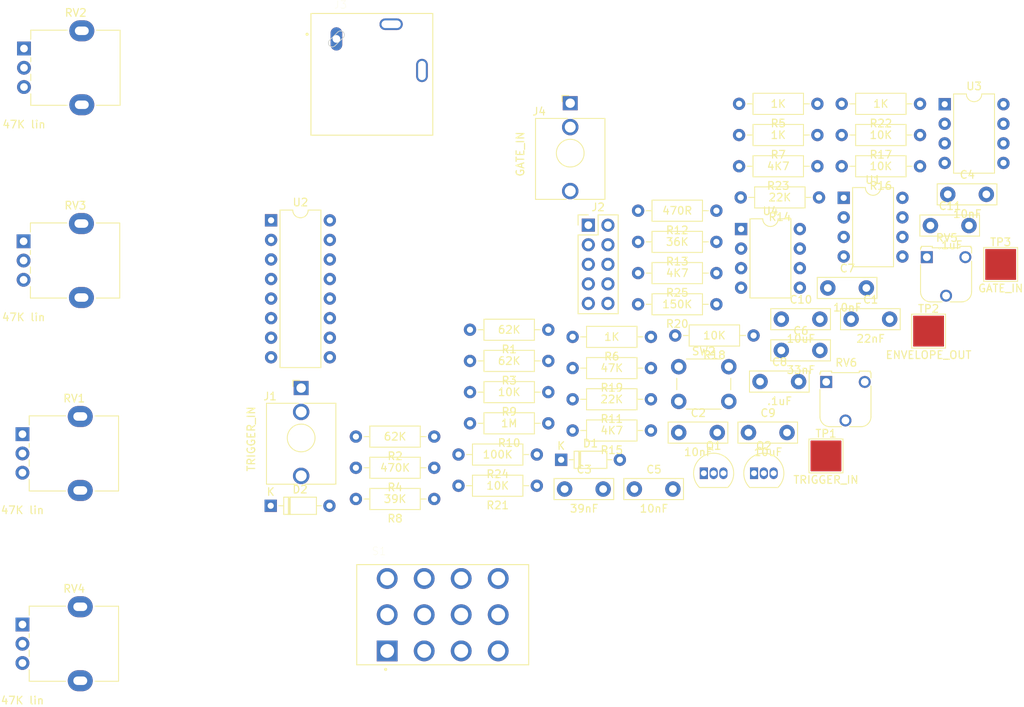
<source format=kicad_pcb>
(kicad_pcb (version 20171130) (host pcbnew 5.1.7)

  (general
    (thickness 1.6)
    (drawings 0)
    (tracks 0)
    (zones 0)
    (modules 59)
    (nets 39)
  )

  (page A4)
  (layers
    (0 F.Cu signal)
    (31 B.Cu signal)
    (32 B.Adhes user)
    (33 F.Adhes user)
    (34 B.Paste user)
    (35 F.Paste user)
    (36 B.SilkS user)
    (37 F.SilkS user)
    (38 B.Mask user)
    (39 F.Mask user)
    (40 Dwgs.User user)
    (41 Cmts.User user)
    (42 Eco1.User user)
    (43 Eco2.User user)
    (44 Edge.Cuts user)
    (45 Margin user)
    (46 B.CrtYd user)
    (47 F.CrtYd user)
    (48 B.Fab user)
    (49 F.Fab user)
  )

  (setup
    (last_trace_width 0.25)
    (trace_clearance 0.2)
    (zone_clearance 0.508)
    (zone_45_only no)
    (trace_min 0.2)
    (via_size 0.8)
    (via_drill 0.4)
    (via_min_size 0.4)
    (via_min_drill 0.3)
    (uvia_size 0.3)
    (uvia_drill 0.1)
    (uvias_allowed no)
    (uvia_min_size 0.2)
    (uvia_min_drill 0.1)
    (edge_width 0.05)
    (segment_width 0.2)
    (pcb_text_width 0.3)
    (pcb_text_size 1.5 1.5)
    (mod_edge_width 0.12)
    (mod_text_size 1 1)
    (mod_text_width 0.15)
    (pad_size 1.524 1.524)
    (pad_drill 0.762)
    (pad_to_mask_clearance 0)
    (aux_axis_origin 0 0)
    (visible_elements FFFFF77F)
    (pcbplotparams
      (layerselection 0x010fc_ffffffff)
      (usegerberextensions false)
      (usegerberattributes true)
      (usegerberadvancedattributes true)
      (creategerberjobfile true)
      (excludeedgelayer true)
      (linewidth 0.100000)
      (plotframeref false)
      (viasonmask false)
      (mode 1)
      (useauxorigin false)
      (hpglpennumber 1)
      (hpglpenspeed 20)
      (hpglpendiameter 15.000000)
      (psnegative false)
      (psa4output false)
      (plotreference true)
      (plotvalue true)
      (plotinvisibletext false)
      (padsonsilk false)
      (subtractmaskfromsilk false)
      (outputformat 1)
      (mirror false)
      (drillshape 1)
      (scaleselection 1)
      (outputdirectory ""))
  )

  (net 0 "")
  (net 1 "Net-(C1-Pad1)")
  (net 2 GND)
  (net 3 /GATE)
  (net 4 /TRIG)
  (net 5 "Net-(C3-Pad1)")
  (net 6 "Net-(C4-Pad1)")
  (net 7 "Net-(C5-Pad1)")
  (net 8 "Net-(C6-Pad2)")
  (net 9 "Net-(C7-Pad2)")
  (net 10 -12V)
  (net 11 +12V)
  (net 12 "Net-(J3-PadT)")
  (net 13 "Net-(J4-PadTN)")
  (net 14 "Net-(Q1-Pad2)")
  (net 15 /RELEASE)
  (net 16 /ATTACK)
  (net 17 "Net-(R1-Pad2)")
  (net 18 /DECAY)
  (net 19 "Net-(R2-Pad2)")
  (net 20 "Net-(R3-Pad2)")
  (net 21 "Net-(R10-Pad2)")
  (net 22 "Net-(R8-Pad2)")
  (net 23 /SUSTAIN)
  (net 24 "Net-(R12-Pad1)")
  (net 25 "Net-(R13-Pad2)")
  (net 26 /IIN)
  (net 27 "Net-(R16-Pad2)")
  (net 28 "Net-(R18-Pad1)")
  (net 29 "Net-(RV1-Pad2)")
  (net 30 /ENVOUT)
  (net 31 /IN2)
  (net 32 /OUT1)
  (net 33 /OUT2)
  (net 34 /IN1)
  (net 35 /OUT3)
  (net 36 /OUT4)
  (net 37 "Net-(S1-Pad11)")
  (net 38 "Net-(S1-Pad3)")

  (net_class Default "This is the default net class."
    (clearance 0.2)
    (trace_width 0.25)
    (via_dia 0.8)
    (via_drill 0.4)
    (uvia_dia 0.3)
    (uvia_drill 0.1)
    (add_net +12V)
    (add_net -12V)
    (add_net /ATTACK)
    (add_net /DECAY)
    (add_net /ENVOUT)
    (add_net /GATE)
    (add_net /IIN)
    (add_net /IN1)
    (add_net /IN2)
    (add_net /OUT1)
    (add_net /OUT2)
    (add_net /OUT3)
    (add_net /OUT4)
    (add_net /OUT5)
    (add_net /RELEASE)
    (add_net /SUSTAIN)
    (add_net /TRIG)
    (add_net GND)
    (add_net "Net-(C1-Pad1)")
    (add_net "Net-(C3-Pad1)")
    (add_net "Net-(C4-Pad1)")
    (add_net "Net-(C5-Pad1)")
    (add_net "Net-(C6-Pad2)")
    (add_net "Net-(C7-Pad2)")
    (add_net "Net-(J1-PadTN)")
    (add_net "Net-(J3-PadT)")
    (add_net "Net-(J4-PadTN)")
    (add_net "Net-(Q1-Pad2)")
    (add_net "Net-(R1-Pad2)")
    (add_net "Net-(R10-Pad2)")
    (add_net "Net-(R12-Pad1)")
    (add_net "Net-(R13-Pad2)")
    (add_net "Net-(R16-Pad2)")
    (add_net "Net-(R18-Pad1)")
    (add_net "Net-(R2-Pad2)")
    (add_net "Net-(R3-Pad2)")
    (add_net "Net-(R8-Pad2)")
    (add_net "Net-(RV1-Pad2)")
    (add_net "Net-(S1-Pad11)")
    (add_net "Net-(S1-Pad3)")
    (add_net "Net-(U2-Pad16)")
    (add_net "Net-(U2-Pad3)")
    (add_net "Net-(U4-Pad1)")
    (add_net "Net-(U4-Pad5)")
    (add_net "Net-(U4-Pad8)")
  )

  (module Seattle_Synths:SW_M2044SS1W03 (layer F.Cu) (tedit 5FA18465) (tstamp 5FA2141D)
    (at 114.07 144.01)
    (path /5FCBF1F1)
    (fp_text reference S1 (at -8.255 -8.255) (layer F.SilkS)
      (effects (font (size 1 1) (thickness 0.015)))
    )
    (fp_text value M2044SS1W03 (at -2.54 8.255) (layer F.Fab)
      (effects (font (size 1 1) (thickness 0.015)))
    )
    (fp_line (start -11.15 -6.5) (end 11.15 -6.5) (layer F.Fab) (width 0.127))
    (fp_line (start 11.15 -6.5) (end 11.15 6.5) (layer F.Fab) (width 0.127))
    (fp_line (start 11.15 6.5) (end -11.15 6.5) (layer F.Fab) (width 0.127))
    (fp_line (start -11.15 6.5) (end -11.15 -6.5) (layer F.Fab) (width 0.127))
    (fp_line (start 11.15 -6.5) (end -11.15 -6.5) (layer F.SilkS) (width 0.127))
    (fp_line (start -11.15 -6.5) (end -11.15 6.5) (layer F.SilkS) (width 0.127))
    (fp_line (start -11.15 6.5) (end 11.15 6.5) (layer F.SilkS) (width 0.127))
    (fp_line (start 11.15 -6.5) (end 11.15 6.5) (layer F.SilkS) (width 0.127))
    (fp_line (start -11.4 -6.75) (end 11.4 -6.75) (layer F.CrtYd) (width 0.05))
    (fp_line (start 11.4 -6.75) (end 11.4 6.75) (layer F.CrtYd) (width 0.05))
    (fp_line (start 11.4 6.75) (end -11.4 6.75) (layer F.CrtYd) (width 0.05))
    (fp_line (start -11.4 6.75) (end -11.4 -6.75) (layer F.CrtYd) (width 0.05))
    (fp_circle (center -7.4 7.1) (end -7.3 7.1) (layer F.SilkS) (width 0.2))
    (fp_circle (center -7.4 7.1) (end -7.3 7.1) (layer F.Fab) (width 0.2))
    (pad 10 thru_hole circle (at 7.2 4.7) (size 2.7 2.7) (drill 1.8) (layers *.Cu *.Mask))
    (pad 7 thru_hole circle (at 2.4 4.7) (size 2.7 2.7) (drill 1.8) (layers *.Cu *.Mask)
      (net 36 /OUT4))
    (pad 1 thru_hole rect (at -7.2 4.7) (size 2.7 2.7) (drill 1.8) (layers *.Cu *.Mask)
      (net 35 /OUT3))
    (pad 4 thru_hole circle (at -2.4 4.7) (size 2.7 2.7) (drill 1.8) (layers *.Cu *.Mask)
      (net 33 /OUT2))
    (pad 12 thru_hole circle (at 7.2 -4.7) (size 2.7 2.7) (drill 1.8) (layers *.Cu *.Mask)
      (net 36 /OUT4))
    (pad 9 thru_hole circle (at 2.4 -4.7) (size 2.7 2.7) (drill 1.8) (layers *.Cu *.Mask)
      (net 37 "Net-(S1-Pad11)"))
    (pad 3 thru_hole circle (at -7.2 -4.7) (size 2.7 2.7) (drill 1.8) (layers *.Cu *.Mask)
      (net 38 "Net-(S1-Pad3)"))
    (pad 6 thru_hole circle (at -2.4 -4.7) (size 2.7 2.7) (drill 1.8) (layers *.Cu *.Mask)
      (net 32 /OUT1))
    (pad 11 thru_hole circle (at 7.2 0) (size 2.7 2.7) (drill 1.8) (layers *.Cu *.Mask)
      (net 37 "Net-(S1-Pad11)"))
    (pad 8 thru_hole circle (at 2.4 0) (size 2.7 2.7) (drill 1.8) (layers *.Cu *.Mask)
      (net 31 /IN2))
    (pad 2 thru_hole circle (at -7.2 0) (size 2.7 2.7) (drill 1.8) (layers *.Cu *.Mask)
      (net 34 /IN1))
    (pad 5 thru_hole circle (at -2.4 0) (size 2.7 2.7) (drill 1.8) (layers *.Cu *.Mask)
      (net 38 "Net-(S1-Pad3)"))
  )

  (module Seattle_Synths:CUI_MJ-63052A (layer F.Cu) (tedit 5FA19166) (tstamp 5FA1F1FA)
    (at 104.88 73.87)
    (path /5FC7E9FC)
    (fp_text reference J3 (at -4.075 -9.035) (layer F.SilkS)
      (effects (font (size 1 1) (thickness 0.015)))
    )
    (fp_text value ENVELOPE_OUT (at 1.005 9.035) (layer F.Fab)
      (effects (font (size 1 1) (thickness 0.015)))
    )
    (fp_arc (start -5.126525 -4.065865) (end -5.48008 -4.41942) (angle -90) (layer Edge.Cuts) (width 0.1))
    (fp_arc (start -5.126525 -4.065865) (end -5.48008 -3.71231) (angle -90) (layer Edge.Cuts) (width 0.1))
    (fp_arc (start -4.065865 -5.126525) (end -3.71231 -4.77297) (angle -90) (layer Edge.Cuts) (width 0.1))
    (fp_arc (start -4.065865 -5.126525) (end -3.71231 -5.48008) (angle -90) (layer Edge.Cuts) (width 0.1))
    (fp_circle (center -8.4 -5.2) (end -8.3 -5.2) (layer F.SilkS) (width 0.2))
    (fp_line (start -7.9 -7.9) (end 7.9 -7.9) (layer F.SilkS) (width 0.127))
    (fp_line (start 7.9 -7.9) (end 7.9 7.9) (layer F.SilkS) (width 0.127))
    (fp_line (start 7.9 7.9) (end -7.9 7.9) (layer F.SilkS) (width 0.127))
    (fp_line (start -7.9 -7.9) (end -7.9 7.9) (layer F.SilkS) (width 0.127))
    (fp_circle (center -8.4 -5.2) (end -8.3 -5.2) (layer F.Fab) (width 0.2))
    (fp_line (start -7.9 -7.9) (end 7.9 -7.9) (layer F.Fab) (width 0.127))
    (fp_line (start 7.9 -7.9) (end 7.9 7.9) (layer F.Fab) (width 0.127))
    (fp_line (start 7.9 7.9) (end -7.9 7.9) (layer F.Fab) (width 0.127))
    (fp_line (start -7.9 -7.9) (end -7.9 7.9) (layer F.Fab) (width 0.127))
    (fp_line (start -8.15 -8.15) (end 8.15 -8.15) (layer F.CrtYd) (width 0.05))
    (fp_line (start 8.15 -8.15) (end 8.15 8.15) (layer F.CrtYd) (width 0.05))
    (fp_line (start 8.15 8.15) (end -8.15 8.15) (layer F.CrtYd) (width 0.05))
    (fp_line (start -8.15 8.15) (end -8.15 -8.15) (layer F.CrtYd) (width 0.05))
    (fp_line (start -5.48008 -4.41942) (end -4.41942 -5.48008) (layer Edge.Cuts) (width 0.1))
    (fp_line (start -3.71231 -4.77297) (end -4.77297 -3.71231) (layer Edge.Cuts) (width 0.1))
    (pad 2 thru_hole oval (at 2.5 -6.5) (size 3.016 1.508) (drill oval 2.5 1) (layers *.Cu *.Mask))
    (pad 1 thru_hole oval (at -4.59619 -4.59619) (size 1.508 3.016) (drill 1) (layers *.Cu *.Mask))
    (pad 3 thru_hole oval (at 6.5 -0.5) (size 1.508 3.016) (drill oval 1 2.5) (layers *.Cu *.Mask))
  )

  (module Seattle_Synths:DIP-8_W7.62mm (layer F.Cu) (tedit 5A02E8C5) (tstamp 5FA1F622)
    (at 152.77 93.95)
    (descr "8-lead though-hole mounted DIP package, row spacing 7.62 mm (300 mils)")
    (tags "THT DIP DIL PDIP 2.54mm 7.62mm 300mil")
    (path /5FA58523)
    (fp_text reference U4 (at 3.81 -2.33) (layer F.SilkS)
      (effects (font (size 1 1) (thickness 0.15)))
    )
    (fp_text value LM741 (at 3.81 9.95) (layer F.Fab)
      (effects (font (size 1 1) (thickness 0.15)))
    )
    (fp_text user %R (at 3.81 3.81) (layer F.Fab)
      (effects (font (size 1 1) (thickness 0.15)))
    )
    (fp_arc (start 3.81 -1.33) (end 2.81 -1.33) (angle -180) (layer F.SilkS) (width 0.12))
    (fp_line (start 1.635 -1.27) (end 6.985 -1.27) (layer F.Fab) (width 0.1))
    (fp_line (start 6.985 -1.27) (end 6.985 8.89) (layer F.Fab) (width 0.1))
    (fp_line (start 6.985 8.89) (end 0.635 8.89) (layer F.Fab) (width 0.1))
    (fp_line (start 0.635 8.89) (end 0.635 -0.27) (layer F.Fab) (width 0.1))
    (fp_line (start 0.635 -0.27) (end 1.635 -1.27) (layer F.Fab) (width 0.1))
    (fp_line (start 2.81 -1.33) (end 1.16 -1.33) (layer F.SilkS) (width 0.12))
    (fp_line (start 1.16 -1.33) (end 1.16 8.95) (layer F.SilkS) (width 0.12))
    (fp_line (start 1.16 8.95) (end 6.46 8.95) (layer F.SilkS) (width 0.12))
    (fp_line (start 6.46 8.95) (end 6.46 -1.33) (layer F.SilkS) (width 0.12))
    (fp_line (start 6.46 -1.33) (end 4.81 -1.33) (layer F.SilkS) (width 0.12))
    (fp_line (start -1.1 -1.55) (end -1.1 9.15) (layer F.CrtYd) (width 0.05))
    (fp_line (start -1.1 9.15) (end 8.7 9.15) (layer F.CrtYd) (width 0.05))
    (fp_line (start 8.7 9.15) (end 8.7 -1.55) (layer F.CrtYd) (width 0.05))
    (fp_line (start 8.7 -1.55) (end -1.1 -1.55) (layer F.CrtYd) (width 0.05))
    (pad 8 thru_hole oval (at 7.62 0) (size 1.6 1.6) (drill 0.8) (layers *.Cu *.Mask))
    (pad 4 thru_hole oval (at 0 7.62) (size 1.6 1.6) (drill 0.8) (layers *.Cu *.Mask)
      (net 10 -12V))
    (pad 7 thru_hole oval (at 7.62 2.54) (size 1.6 1.6) (drill 0.8) (layers *.Cu *.Mask)
      (net 11 +12V))
    (pad 3 thru_hole oval (at 0 5.08) (size 1.6 1.6) (drill 0.8) (layers *.Cu *.Mask)
      (net 30 /ENVOUT))
    (pad 6 thru_hole oval (at 7.62 5.08) (size 1.6 1.6) (drill 0.8) (layers *.Cu *.Mask)
      (net 28 "Net-(R18-Pad1)"))
    (pad 2 thru_hole oval (at 0 2.54) (size 1.6 1.6) (drill 0.8) (layers *.Cu *.Mask)
      (net 27 "Net-(R16-Pad2)"))
    (pad 5 thru_hole oval (at 7.62 7.62) (size 1.6 1.6) (drill 0.8) (layers *.Cu *.Mask))
    (pad 1 thru_hole rect (at 0 0) (size 1.6 1.6) (drill 0.8) (layers *.Cu *.Mask))
    (model ${KISYS3DMOD}/Package_DIP.3dshapes/DIP-8_W7.62mm.wrl
      (at (xyz 0 0 0))
      (scale (xyz 1 1 1))
      (rotate (xyz 0 0 0))
    )
  )

  (module Seattle_Synths:DIP-8_W7.62mm (layer F.Cu) (tedit 5A02E8C5) (tstamp 5FA1F606)
    (at 179.18 77.75)
    (descr "8-lead though-hole mounted DIP package, row spacing 7.62 mm (300 mils)")
    (tags "THT DIP DIL PDIP 2.54mm 7.62mm 300mil")
    (path /5F9F3DB5)
    (fp_text reference U3 (at 3.81 -2.33) (layer F.SilkS)
      (effects (font (size 1 1) (thickness 0.15)))
    )
    (fp_text value LM358 (at 3.81 9.95) (layer F.Fab)
      (effects (font (size 1 1) (thickness 0.15)))
    )
    (fp_text user %R (at 3.81 3.81) (layer F.Fab)
      (effects (font (size 1 1) (thickness 0.15)))
    )
    (fp_arc (start 3.81 -1.33) (end 2.81 -1.33) (angle -180) (layer F.SilkS) (width 0.12))
    (fp_line (start 1.635 -1.27) (end 6.985 -1.27) (layer F.Fab) (width 0.1))
    (fp_line (start 6.985 -1.27) (end 6.985 8.89) (layer F.Fab) (width 0.1))
    (fp_line (start 6.985 8.89) (end 0.635 8.89) (layer F.Fab) (width 0.1))
    (fp_line (start 0.635 8.89) (end 0.635 -0.27) (layer F.Fab) (width 0.1))
    (fp_line (start 0.635 -0.27) (end 1.635 -1.27) (layer F.Fab) (width 0.1))
    (fp_line (start 2.81 -1.33) (end 1.16 -1.33) (layer F.SilkS) (width 0.12))
    (fp_line (start 1.16 -1.33) (end 1.16 8.95) (layer F.SilkS) (width 0.12))
    (fp_line (start 1.16 8.95) (end 6.46 8.95) (layer F.SilkS) (width 0.12))
    (fp_line (start 6.46 8.95) (end 6.46 -1.33) (layer F.SilkS) (width 0.12))
    (fp_line (start 6.46 -1.33) (end 4.81 -1.33) (layer F.SilkS) (width 0.12))
    (fp_line (start -1.1 -1.55) (end -1.1 9.15) (layer F.CrtYd) (width 0.05))
    (fp_line (start -1.1 9.15) (end 8.7 9.15) (layer F.CrtYd) (width 0.05))
    (fp_line (start 8.7 9.15) (end 8.7 -1.55) (layer F.CrtYd) (width 0.05))
    (fp_line (start 8.7 -1.55) (end -1.1 -1.55) (layer F.CrtYd) (width 0.05))
    (pad 8 thru_hole oval (at 7.62 0) (size 1.6 1.6) (drill 0.8) (layers *.Cu *.Mask))
    (pad 4 thru_hole oval (at 0 7.62) (size 1.6 1.6) (drill 0.8) (layers *.Cu *.Mask))
    (pad 7 thru_hole oval (at 7.62 2.54) (size 1.6 1.6) (drill 0.8) (layers *.Cu *.Mask))
    (pad 3 thru_hole oval (at 0 5.08) (size 1.6 1.6) (drill 0.8) (layers *.Cu *.Mask)
      (net 33 /OUT2))
    (pad 6 thru_hole oval (at 7.62 5.08) (size 1.6 1.6) (drill 0.8) (layers *.Cu *.Mask))
    (pad 2 thru_hole oval (at 0 2.54) (size 1.6 1.6) (drill 0.8) (layers *.Cu *.Mask)
      (net 7 "Net-(C5-Pad1)"))
    (pad 5 thru_hole oval (at 7.62 7.62) (size 1.6 1.6) (drill 0.8) (layers *.Cu *.Mask))
    (pad 1 thru_hole rect (at 0 0) (size 1.6 1.6) (drill 0.8) (layers *.Cu *.Mask)
      (net 3 /GATE))
    (model ${KISYS3DMOD}/Package_DIP.3dshapes/DIP-8_W7.62mm.wrl
      (at (xyz 0 0 0))
      (scale (xyz 1 1 1))
      (rotate (xyz 0 0 0))
    )
  )

  (module Seattle_Synths:DIP-16_W7.62mm (layer F.Cu) (tedit 5A02E8C5) (tstamp 5FA1F5EA)
    (at 91.81 92.82)
    (descr "16-lead though-hole mounted DIP package, row spacing 7.62 mm (300 mils)")
    (tags "THT DIP DIL PDIP 2.54mm 7.62mm 300mil")
    (path /5F9ED8F8)
    (fp_text reference U2 (at 3.81 -2.33) (layer F.SilkS)
      (effects (font (size 1 1) (thickness 0.15)))
    )
    (fp_text value AS3310 (at 3.81 20.11) (layer F.Fab)
      (effects (font (size 1 1) (thickness 0.15)))
    )
    (fp_text user %R (at 3.81 8.89) (layer F.Fab)
      (effects (font (size 1 1) (thickness 0.15)))
    )
    (fp_arc (start 3.81 -1.33) (end 2.81 -1.33) (angle -180) (layer F.SilkS) (width 0.12))
    (fp_line (start 1.635 -1.27) (end 6.985 -1.27) (layer F.Fab) (width 0.1))
    (fp_line (start 6.985 -1.27) (end 6.985 19.05) (layer F.Fab) (width 0.1))
    (fp_line (start 6.985 19.05) (end 0.635 19.05) (layer F.Fab) (width 0.1))
    (fp_line (start 0.635 19.05) (end 0.635 -0.27) (layer F.Fab) (width 0.1))
    (fp_line (start 0.635 -0.27) (end 1.635 -1.27) (layer F.Fab) (width 0.1))
    (fp_line (start 2.81 -1.33) (end 1.16 -1.33) (layer F.SilkS) (width 0.12))
    (fp_line (start 1.16 -1.33) (end 1.16 19.11) (layer F.SilkS) (width 0.12))
    (fp_line (start 1.16 19.11) (end 6.46 19.11) (layer F.SilkS) (width 0.12))
    (fp_line (start 6.46 19.11) (end 6.46 -1.33) (layer F.SilkS) (width 0.12))
    (fp_line (start 6.46 -1.33) (end 4.81 -1.33) (layer F.SilkS) (width 0.12))
    (fp_line (start -1.1 -1.55) (end -1.1 19.3) (layer F.CrtYd) (width 0.05))
    (fp_line (start -1.1 19.3) (end 8.7 19.3) (layer F.CrtYd) (width 0.05))
    (fp_line (start 8.7 19.3) (end 8.7 -1.55) (layer F.CrtYd) (width 0.05))
    (fp_line (start 8.7 -1.55) (end -1.1 -1.55) (layer F.CrtYd) (width 0.05))
    (pad 16 thru_hole oval (at 7.62 0) (size 1.6 1.6) (drill 0.8) (layers *.Cu *.Mask))
    (pad 8 thru_hole oval (at 0 17.78) (size 1.6 1.6) (drill 0.8) (layers *.Cu *.Mask)
      (net 1 "Net-(C1-Pad1)"))
    (pad 15 thru_hole oval (at 7.62 2.54) (size 1.6 1.6) (drill 0.8) (layers *.Cu *.Mask)
      (net 16 /ATTACK))
    (pad 7 thru_hole oval (at 0 15.24) (size 1.6 1.6) (drill 0.8) (layers *.Cu *.Mask)
      (net 2 GND))
    (pad 14 thru_hole oval (at 7.62 5.08) (size 1.6 1.6) (drill 0.8) (layers *.Cu *.Mask)
      (net 2 GND))
    (pad 6 thru_hole oval (at 0 12.7) (size 1.6 1.6) (drill 0.8) (layers *.Cu *.Mask)
      (net 24 "Net-(R12-Pad1)"))
    (pad 13 thru_hole oval (at 7.62 7.62) (size 1.6 1.6) (drill 0.8) (layers *.Cu *.Mask)
      (net 15 /RELEASE))
    (pad 5 thru_hole oval (at 0 10.16) (size 1.6 1.6) (drill 0.8) (layers *.Cu *.Mask)
      (net 4 /TRIG))
    (pad 12 thru_hole oval (at 7.62 10.16) (size 1.6 1.6) (drill 0.8) (layers *.Cu *.Mask)
      (net 18 /DECAY))
    (pad 4 thru_hole oval (at 0 7.62) (size 1.6 1.6) (drill 0.8) (layers *.Cu *.Mask)
      (net 3 /GATE))
    (pad 11 thru_hole oval (at 7.62 12.7) (size 1.6 1.6) (drill 0.8) (layers *.Cu *.Mask)
      (net 11 +12V))
    (pad 3 thru_hole oval (at 0 5.08) (size 1.6 1.6) (drill 0.8) (layers *.Cu *.Mask))
    (pad 10 thru_hole oval (at 7.62 15.24) (size 1.6 1.6) (drill 0.8) (layers *.Cu *.Mask)
      (net 26 /IIN))
    (pad 2 thru_hole oval (at 0 2.54) (size 1.6 1.6) (drill 0.8) (layers *.Cu *.Mask)
      (net 30 /ENVOUT))
    (pad 9 thru_hole oval (at 7.62 17.78) (size 1.6 1.6) (drill 0.8) (layers *.Cu *.Mask)
      (net 23 /SUSTAIN))
    (pad 1 thru_hole rect (at 0 0) (size 1.6 1.6) (drill 0.8) (layers *.Cu *.Mask)
      (net 5 "Net-(C3-Pad1)"))
    (model ${KISYS3DMOD}/Package_DIP.3dshapes/DIP-16_W7.62mm.wrl
      (at (xyz 0 0 0))
      (scale (xyz 1 1 1))
      (rotate (xyz 0 0 0))
    )
  )

  (module Seattle_Synths:DIP-8_W7.62mm (layer F.Cu) (tedit 5A02E8C5) (tstamp 5FA1F5C6)
    (at 166.08 89.9)
    (descr "8-lead though-hole mounted DIP package, row spacing 7.62 mm (300 mils)")
    (tags "THT DIP DIL PDIP 2.54mm 7.62mm 300mil")
    (path /5FA3266B)
    (fp_text reference U1 (at 3.81 -2.33) (layer F.SilkS)
      (effects (font (size 1 1) (thickness 0.15)))
    )
    (fp_text value LM358 (at 3.81 9.95) (layer F.Fab)
      (effects (font (size 1 1) (thickness 0.15)))
    )
    (fp_text user %R (at 3.81 3.81) (layer F.Fab)
      (effects (font (size 1 1) (thickness 0.15)))
    )
    (fp_arc (start 3.81 -1.33) (end 2.81 -1.33) (angle -180) (layer F.SilkS) (width 0.12))
    (fp_line (start 1.635 -1.27) (end 6.985 -1.27) (layer F.Fab) (width 0.1))
    (fp_line (start 6.985 -1.27) (end 6.985 8.89) (layer F.Fab) (width 0.1))
    (fp_line (start 6.985 8.89) (end 0.635 8.89) (layer F.Fab) (width 0.1))
    (fp_line (start 0.635 8.89) (end 0.635 -0.27) (layer F.Fab) (width 0.1))
    (fp_line (start 0.635 -0.27) (end 1.635 -1.27) (layer F.Fab) (width 0.1))
    (fp_line (start 2.81 -1.33) (end 1.16 -1.33) (layer F.SilkS) (width 0.12))
    (fp_line (start 1.16 -1.33) (end 1.16 8.95) (layer F.SilkS) (width 0.12))
    (fp_line (start 1.16 8.95) (end 6.46 8.95) (layer F.SilkS) (width 0.12))
    (fp_line (start 6.46 8.95) (end 6.46 -1.33) (layer F.SilkS) (width 0.12))
    (fp_line (start 6.46 -1.33) (end 4.81 -1.33) (layer F.SilkS) (width 0.12))
    (fp_line (start -1.1 -1.55) (end -1.1 9.15) (layer F.CrtYd) (width 0.05))
    (fp_line (start -1.1 9.15) (end 8.7 9.15) (layer F.CrtYd) (width 0.05))
    (fp_line (start 8.7 9.15) (end 8.7 -1.55) (layer F.CrtYd) (width 0.05))
    (fp_line (start 8.7 -1.55) (end -1.1 -1.55) (layer F.CrtYd) (width 0.05))
    (pad 8 thru_hole oval (at 7.62 0) (size 1.6 1.6) (drill 0.8) (layers *.Cu *.Mask)
      (net 11 +12V))
    (pad 4 thru_hole oval (at 0 7.62) (size 1.6 1.6) (drill 0.8) (layers *.Cu *.Mask)
      (net 10 -12V))
    (pad 7 thru_hole oval (at 7.62 2.54) (size 1.6 1.6) (drill 0.8) (layers *.Cu *.Mask))
    (pad 3 thru_hole oval (at 0 5.08) (size 1.6 1.6) (drill 0.8) (layers *.Cu *.Mask)
      (net 21 "Net-(R10-Pad2)"))
    (pad 6 thru_hole oval (at 7.62 5.08) (size 1.6 1.6) (drill 0.8) (layers *.Cu *.Mask))
    (pad 2 thru_hole oval (at 0 2.54) (size 1.6 1.6) (drill 0.8) (layers *.Cu *.Mask)
      (net 30 /ENVOUT))
    (pad 5 thru_hole oval (at 7.62 7.62) (size 1.6 1.6) (drill 0.8) (layers *.Cu *.Mask))
    (pad 1 thru_hole rect (at 0 0) (size 1.6 1.6) (drill 0.8) (layers *.Cu *.Mask)
      (net 36 /OUT4))
    (model ${KISYS3DMOD}/Package_DIP.3dshapes/DIP-8_W7.62mm.wrl
      (at (xyz 0 0 0))
      (scale (xyz 1 1 1))
      (rotate (xyz 0 0 0))
    )
  )

  (module Seattle_Synths:TestPoint_Pad_4.0x4.0mm (layer F.Cu) (tedit 5F951922) (tstamp 5FA1F5AA)
    (at 186.44 98.55)
    (descr "SMD rectangular pad as test Point, square 4.0mm side length")
    (tags "test point SMD pad rectangle square")
    (path /5FB35EE0)
    (attr virtual)
    (fp_text reference TP3 (at 0 -2.898) (layer F.SilkS)
      (effects (font (size 1 1) (thickness 0.15)))
    )
    (fp_text value GATE_IN (at 0 3.1) (layer F.SilkS)
      (effects (font (size 1 1) (thickness 0.15)))
    )
    (fp_text user %R (at 0 -2.9) (layer F.Fab)
      (effects (font (size 1 1) (thickness 0.15)))
    )
    (fp_line (start 2.5 2.5) (end -2.5 2.5) (layer F.CrtYd) (width 0.05))
    (fp_line (start 2.5 2.5) (end 2.5 -2.5) (layer F.CrtYd) (width 0.05))
    (fp_line (start -2.5 -2.5) (end -2.5 2.5) (layer F.CrtYd) (width 0.05))
    (fp_line (start -2.5 -2.5) (end 2.5 -2.5) (layer F.CrtYd) (width 0.05))
    (fp_line (start -2.2 2.2) (end -2.2 -2.2) (layer F.SilkS) (width 0.12))
    (fp_line (start 2.2 2.2) (end -2.2 2.2) (layer F.SilkS) (width 0.12))
    (fp_line (start 2.2 -2.2) (end 2.2 2.2) (layer F.SilkS) (width 0.12))
    (fp_line (start -2.2 -2.2) (end 2.2 -2.2) (layer F.SilkS) (width 0.12))
    (pad 1 smd rect (at 0 0) (size 4 4) (layers F.Cu F.Mask)
      (net 34 /IN1))
  )

  (module Seattle_Synths:TestPoint_Pad_4.0x4.0mm (layer F.Cu) (tedit 5F951922) (tstamp 5FA1F59C)
    (at 177.09 107.2)
    (descr "SMD rectangular pad as test Point, square 4.0mm side length")
    (tags "test point SMD pad rectangle square")
    (path /5FB9B3B5)
    (attr virtual)
    (fp_text reference TP2 (at 0 -2.898) (layer F.SilkS)
      (effects (font (size 1 1) (thickness 0.15)))
    )
    (fp_text value ENVELOPE_OUT (at 0 3.1) (layer F.SilkS)
      (effects (font (size 1 1) (thickness 0.15)))
    )
    (fp_text user %R (at 0 -2.9) (layer F.Fab)
      (effects (font (size 1 1) (thickness 0.15)))
    )
    (fp_line (start 2.5 2.5) (end -2.5 2.5) (layer F.CrtYd) (width 0.05))
    (fp_line (start 2.5 2.5) (end 2.5 -2.5) (layer F.CrtYd) (width 0.05))
    (fp_line (start -2.5 -2.5) (end -2.5 2.5) (layer F.CrtYd) (width 0.05))
    (fp_line (start -2.5 -2.5) (end 2.5 -2.5) (layer F.CrtYd) (width 0.05))
    (fp_line (start -2.2 2.2) (end -2.2 -2.2) (layer F.SilkS) (width 0.12))
    (fp_line (start 2.2 2.2) (end -2.2 2.2) (layer F.SilkS) (width 0.12))
    (fp_line (start 2.2 -2.2) (end 2.2 2.2) (layer F.SilkS) (width 0.12))
    (fp_line (start -2.2 -2.2) (end 2.2 -2.2) (layer F.SilkS) (width 0.12))
    (pad 1 smd rect (at 0 0) (size 4 4) (layers F.Cu F.Mask)
      (net 12 "Net-(J3-PadT)"))
  )

  (module Seattle_Synths:TestPoint_Pad_4.0x4.0mm (layer F.Cu) (tedit 5F951922) (tstamp 5FA1F58E)
    (at 163.78 123.4)
    (descr "SMD rectangular pad as test Point, square 4.0mm side length")
    (tags "test point SMD pad rectangle square")
    (path /5FB82CEE)
    (attr virtual)
    (fp_text reference TP1 (at 0 -2.898) (layer F.SilkS)
      (effects (font (size 1 1) (thickness 0.15)))
    )
    (fp_text value TRIGGER_IN (at 0 3.1) (layer F.SilkS)
      (effects (font (size 1 1) (thickness 0.15)))
    )
    (fp_text user %R (at 0 -2.9) (layer F.Fab)
      (effects (font (size 1 1) (thickness 0.15)))
    )
    (fp_line (start 2.5 2.5) (end -2.5 2.5) (layer F.CrtYd) (width 0.05))
    (fp_line (start 2.5 2.5) (end 2.5 -2.5) (layer F.CrtYd) (width 0.05))
    (fp_line (start -2.5 -2.5) (end -2.5 2.5) (layer F.CrtYd) (width 0.05))
    (fp_line (start -2.5 -2.5) (end 2.5 -2.5) (layer F.CrtYd) (width 0.05))
    (fp_line (start -2.2 2.2) (end -2.2 -2.2) (layer F.SilkS) (width 0.12))
    (fp_line (start 2.2 2.2) (end -2.2 2.2) (layer F.SilkS) (width 0.12))
    (fp_line (start 2.2 -2.2) (end 2.2 2.2) (layer F.SilkS) (width 0.12))
    (fp_line (start -2.2 -2.2) (end 2.2 -2.2) (layer F.SilkS) (width 0.12))
    (pad 1 smd rect (at 0 0) (size 4 4) (layers F.Cu F.Mask)
      (net 6 "Net-(C4-Pad1)"))
  )

  (module Seattle_Synths:SW_PUSH_6mm_H5mm (layer F.Cu) (tedit 5A02FE31) (tstamp 5FA1F580)
    (at 144.68 111.82)
    (descr "tactile push button, 6x6mm e.g. PHAP33xx series, height=5mm")
    (tags "tact sw push 6mm")
    (path /5FA41B39)
    (fp_text reference SW2 (at 3.25 -2) (layer F.SilkS)
      (effects (font (size 1 1) (thickness 0.15)))
    )
    (fp_text value SW_Push (at 3.75 6.7) (layer F.Fab)
      (effects (font (size 1 1) (thickness 0.15)))
    )
    (fp_text user %R (at 3.25 2.25) (layer F.Fab)
      (effects (font (size 1 1) (thickness 0.15)))
    )
    (fp_line (start 3.25 -0.75) (end 6.25 -0.75) (layer F.Fab) (width 0.1))
    (fp_line (start 6.25 -0.75) (end 6.25 5.25) (layer F.Fab) (width 0.1))
    (fp_line (start 6.25 5.25) (end 0.25 5.25) (layer F.Fab) (width 0.1))
    (fp_line (start 0.25 5.25) (end 0.25 -0.75) (layer F.Fab) (width 0.1))
    (fp_line (start 0.25 -0.75) (end 3.25 -0.75) (layer F.Fab) (width 0.1))
    (fp_line (start 7.75 6) (end 8 6) (layer F.CrtYd) (width 0.05))
    (fp_line (start 8 6) (end 8 5.75) (layer F.CrtYd) (width 0.05))
    (fp_line (start 7.75 -1.5) (end 8 -1.5) (layer F.CrtYd) (width 0.05))
    (fp_line (start 8 -1.5) (end 8 -1.25) (layer F.CrtYd) (width 0.05))
    (fp_line (start -1.5 -1.25) (end -1.5 -1.5) (layer F.CrtYd) (width 0.05))
    (fp_line (start -1.5 -1.5) (end -1.25 -1.5) (layer F.CrtYd) (width 0.05))
    (fp_line (start -1.5 5.75) (end -1.5 6) (layer F.CrtYd) (width 0.05))
    (fp_line (start -1.5 6) (end -1.25 6) (layer F.CrtYd) (width 0.05))
    (fp_line (start -1.25 -1.5) (end 7.75 -1.5) (layer F.CrtYd) (width 0.05))
    (fp_line (start -1.5 5.75) (end -1.5 -1.25) (layer F.CrtYd) (width 0.05))
    (fp_line (start 7.75 6) (end -1.25 6) (layer F.CrtYd) (width 0.05))
    (fp_line (start 8 -1.25) (end 8 5.75) (layer F.CrtYd) (width 0.05))
    (fp_line (start 1 5.5) (end 5.5 5.5) (layer F.SilkS) (width 0.12))
    (fp_line (start -0.25 1.5) (end -0.25 3) (layer F.SilkS) (width 0.12))
    (fp_line (start 5.5 -1) (end 1 -1) (layer F.SilkS) (width 0.12))
    (fp_line (start 6.75 3) (end 6.75 1.5) (layer F.SilkS) (width 0.12))
    (fp_circle (center 3.25 2.25) (end 1.25 2.5) (layer F.Fab) (width 0.1))
    (pad 1 thru_hole circle (at 6.5 0 90) (size 2 2) (drill 1.1) (layers *.Cu *.Mask)
      (net 13 "Net-(J4-PadTN)"))
    (pad 2 thru_hole circle (at 6.5 4.5 90) (size 2 2) (drill 1.1) (layers *.Cu *.Mask)
      (net 11 +12V))
    (pad 1 thru_hole circle (at 0 0 90) (size 2 2) (drill 1.1) (layers *.Cu *.Mask)
      (net 13 "Net-(J4-PadTN)"))
    (pad 2 thru_hole circle (at 0 4.5 90) (size 2 2) (drill 1.1) (layers *.Cu *.Mask)
      (net 11 +12V))
    (model ${KISYS3DMOD}/Button_Switch_THT.3dshapes/SW_PUSH_6mm_H5mm.wrl
      (at (xyz 0 0 0))
      (scale (xyz 1 1 1))
      (rotate (xyz 0 0 0))
    )
  )

  (module Seattle_Synths:Potentiometer_Runtron_RM-065_Vertical (layer F.Cu) (tedit 5F9527FA) (tstamp 5FA1F543)
    (at 163.81 113.8)
    (descr "Potentiometer, vertical, Trimmer, RM-065 http://www.runtron.com/down/PDF%20Datasheet/Carbon%20Film%20Potentiometer/RM065%20RM063.pdf")
    (tags "Potentiometer Trimmer RM-065")
    (path /5FC380E4)
    (fp_text reference RV6 (at 2.6 -2.5) (layer F.SilkS)
      (effects (font (size 1 1) (thickness 0.15)))
    )
    (fp_text value 10K (at 2.6 7.4) (layer F.Fab)
      (effects (font (size 1 1) (thickness 0.15)))
    )
    (fp_text user %R (at 2.5 2.5) (layer F.Fab)
      (effects (font (size 1 1) (thickness 0.15)))
    )
    (fp_arc (start 4.5 4.5) (end 4.5 5.7) (angle -90) (layer F.Fab) (width 0.1))
    (fp_arc (start 0.5 4.5) (end -0.7 4.5) (angle -90) (layer F.Fab) (width 0.1))
    (fp_arc (start 0.5 4.5) (end -0.81 4.5) (angle -90) (layer F.SilkS) (width 0.12))
    (fp_arc (start 4.5 4.5) (end 4.5 5.81) (angle -90) (layer F.SilkS) (width 0.12))
    (fp_line (start -0.71 -1.41) (end 0.71 -1.41) (layer F.SilkS) (width 0.12))
    (fp_line (start 0.71 -1.21) (end 4.29 -1.21) (layer F.SilkS) (width 0.12))
    (fp_line (start 4.29 -1.21) (end 4.29 -1.41) (layer F.SilkS) (width 0.12))
    (fp_line (start 4.29 -1.41) (end 5.71 -1.41) (layer F.SilkS) (width 0.12))
    (fp_line (start 5.71 -1.41) (end 5.71 -1.21) (layer F.SilkS) (width 0.12))
    (fp_line (start 1.99 5.81) (end 0.5 5.81) (layer F.SilkS) (width 0.12))
    (fp_line (start -0.81 4.5) (end -0.81 0.96) (layer F.SilkS) (width 0.12))
    (fp_line (start 5.81 0.52) (end 5.81 4.5) (layer F.SilkS) (width 0.12))
    (fp_line (start 4.5 5.81) (end 3.01 5.81) (layer F.SilkS) (width 0.12))
    (fp_line (start 0.5 5.7) (end 4.5 5.7) (layer F.Fab) (width 0.1))
    (fp_line (start 5.7 4.5) (end 5.7 -1.1) (layer F.Fab) (width 0.1))
    (fp_line (start -0.7 4.5) (end -0.7 -1.1) (layer F.Fab) (width 0.1))
    (fp_line (start -0.6 -1.1) (end -0.6 -1.3) (layer F.Fab) (width 0.1))
    (fp_line (start -0.6 -1.3) (end 0.6 -1.3) (layer F.Fab) (width 0.1))
    (fp_line (start 0.6 -1.3) (end 0.6 -1.1) (layer F.Fab) (width 0.1))
    (fp_line (start 5.6 -1.1) (end 5.6 -1.3) (layer F.Fab) (width 0.1))
    (fp_line (start 5.6 -1.3) (end 4.41 -1.3) (layer F.Fab) (width 0.1))
    (fp_line (start 4.4 -1.3) (end 4.4 -1.1) (layer F.Fab) (width 0.1))
    (fp_line (start 5.7 -1.1) (end -0.7 -1.1) (layer F.Fab) (width 0.1))
    (fp_line (start 6.02996 6.05) (end -1.03 6.05) (layer F.CrtYd) (width 0.05))
    (fp_line (start 6.03 6.05) (end 6.03 -1.55) (layer F.CrtYd) (width 0.05))
    (fp_line (start -1.03 -1.55) (end -1.03 6.05) (layer F.CrtYd) (width 0.05))
    (fp_line (start -1.03 -1.55) (end 6.03 -1.55) (layer F.CrtYd) (width 0.05))
    (fp_circle (center 2.5 2.5) (end 5.5 2.5) (layer F.Fab) (width 0.1))
    (fp_line (start 0.71 -1.21) (end 0.71 -1.41) (layer F.SilkS) (width 0.12))
    (fp_line (start -0.71 -1.41) (end -0.71 -1.21) (layer F.SilkS) (width 0.12))
    (fp_line (start -0.71 -1.21) (end -0.81 -1.21) (layer F.SilkS) (width 0.12))
    (fp_line (start -0.81 -1.21) (end -0.81 -0.96) (layer F.SilkS) (width 0.12))
    (fp_line (start 5.71 -1.21) (end 5.81 -1.21) (layer F.SilkS) (width 0.12))
    (fp_line (start 5.81 -1.21) (end 5.81 -0.52) (layer F.SilkS) (width 0.12))
    (pad 2 thru_hole circle (at 2.5 5) (size 1.55 1.55) (drill 1) (layers *.Cu *.Mask)
      (net 25 "Net-(R13-Pad2)"))
    (pad 1 thru_hole rect (at 0 0) (size 1.55 1.55) (drill 1) (layers *.Cu *.Mask)
      (net 30 /ENVOUT))
    (pad 3 thru_hole circle (at 5 0) (size 1.55 1.55) (drill 1) (layers *.Cu *.Mask)
      (net 25 "Net-(R13-Pad2)"))
    (model ${KISYS3DMOD}/Potentiometer_THT.3dshapes/Potentiometer_Runtron_RM-065_Vertical.wrl
      (at (xyz 0 0 0))
      (scale (xyz 1 1 1))
      (rotate (xyz 0 0 0))
    )
  )

  (module Seattle_Synths:Potentiometer_Runtron_RM-065_Vertical (layer F.Cu) (tedit 5F9527FA) (tstamp 5FA1F519)
    (at 176.86 97.6)
    (descr "Potentiometer, vertical, Trimmer, RM-065 http://www.runtron.com/down/PDF%20Datasheet/Carbon%20Film%20Potentiometer/RM065%20RM063.pdf")
    (tags "Potentiometer Trimmer RM-065")
    (path /5FA2E764)
    (fp_text reference RV5 (at 2.6 -2.5) (layer F.SilkS)
      (effects (font (size 1 1) (thickness 0.15)))
    )
    (fp_text value 10K (at 2.6 7.4) (layer F.Fab)
      (effects (font (size 1 1) (thickness 0.15)))
    )
    (fp_text user %R (at 2.5 2.5) (layer F.Fab)
      (effects (font (size 1 1) (thickness 0.15)))
    )
    (fp_arc (start 4.5 4.5) (end 4.5 5.7) (angle -90) (layer F.Fab) (width 0.1))
    (fp_arc (start 0.5 4.5) (end -0.7 4.5) (angle -90) (layer F.Fab) (width 0.1))
    (fp_arc (start 0.5 4.5) (end -0.81 4.5) (angle -90) (layer F.SilkS) (width 0.12))
    (fp_arc (start 4.5 4.5) (end 4.5 5.81) (angle -90) (layer F.SilkS) (width 0.12))
    (fp_line (start -0.71 -1.41) (end 0.71 -1.41) (layer F.SilkS) (width 0.12))
    (fp_line (start 0.71 -1.21) (end 4.29 -1.21) (layer F.SilkS) (width 0.12))
    (fp_line (start 4.29 -1.21) (end 4.29 -1.41) (layer F.SilkS) (width 0.12))
    (fp_line (start 4.29 -1.41) (end 5.71 -1.41) (layer F.SilkS) (width 0.12))
    (fp_line (start 5.71 -1.41) (end 5.71 -1.21) (layer F.SilkS) (width 0.12))
    (fp_line (start 1.99 5.81) (end 0.5 5.81) (layer F.SilkS) (width 0.12))
    (fp_line (start -0.81 4.5) (end -0.81 0.96) (layer F.SilkS) (width 0.12))
    (fp_line (start 5.81 0.52) (end 5.81 4.5) (layer F.SilkS) (width 0.12))
    (fp_line (start 4.5 5.81) (end 3.01 5.81) (layer F.SilkS) (width 0.12))
    (fp_line (start 0.5 5.7) (end 4.5 5.7) (layer F.Fab) (width 0.1))
    (fp_line (start 5.7 4.5) (end 5.7 -1.1) (layer F.Fab) (width 0.1))
    (fp_line (start -0.7 4.5) (end -0.7 -1.1) (layer F.Fab) (width 0.1))
    (fp_line (start -0.6 -1.1) (end -0.6 -1.3) (layer F.Fab) (width 0.1))
    (fp_line (start -0.6 -1.3) (end 0.6 -1.3) (layer F.Fab) (width 0.1))
    (fp_line (start 0.6 -1.3) (end 0.6 -1.1) (layer F.Fab) (width 0.1))
    (fp_line (start 5.6 -1.1) (end 5.6 -1.3) (layer F.Fab) (width 0.1))
    (fp_line (start 5.6 -1.3) (end 4.41 -1.3) (layer F.Fab) (width 0.1))
    (fp_line (start 4.4 -1.3) (end 4.4 -1.1) (layer F.Fab) (width 0.1))
    (fp_line (start 5.7 -1.1) (end -0.7 -1.1) (layer F.Fab) (width 0.1))
    (fp_line (start 6.02996 6.05) (end -1.03 6.05) (layer F.CrtYd) (width 0.05))
    (fp_line (start 6.03 6.05) (end 6.03 -1.55) (layer F.CrtYd) (width 0.05))
    (fp_line (start -1.03 -1.55) (end -1.03 6.05) (layer F.CrtYd) (width 0.05))
    (fp_line (start -1.03 -1.55) (end 6.03 -1.55) (layer F.CrtYd) (width 0.05))
    (fp_circle (center 2.5 2.5) (end 5.5 2.5) (layer F.Fab) (width 0.1))
    (fp_line (start 0.71 -1.21) (end 0.71 -1.41) (layer F.SilkS) (width 0.12))
    (fp_line (start -0.71 -1.41) (end -0.71 -1.21) (layer F.SilkS) (width 0.12))
    (fp_line (start -0.71 -1.21) (end -0.81 -1.21) (layer F.SilkS) (width 0.12))
    (fp_line (start -0.81 -1.21) (end -0.81 -0.96) (layer F.SilkS) (width 0.12))
    (fp_line (start 5.71 -1.21) (end 5.81 -1.21) (layer F.SilkS) (width 0.12))
    (fp_line (start 5.81 -1.21) (end 5.81 -0.52) (layer F.SilkS) (width 0.12))
    (pad 2 thru_hole circle (at 2.5 5) (size 1.55 1.55) (drill 1) (layers *.Cu *.Mask)
      (net 22 "Net-(R8-Pad2)"))
    (pad 1 thru_hole rect (at 0 0) (size 1.55 1.55) (drill 1) (layers *.Cu *.Mask)
      (net 29 "Net-(RV1-Pad2)"))
    (pad 3 thru_hole circle (at 5 0) (size 1.55 1.55) (drill 1) (layers *.Cu *.Mask)
      (net 22 "Net-(R8-Pad2)"))
    (model ${KISYS3DMOD}/Potentiometer_THT.3dshapes/Potentiometer_Runtron_RM-065_Vertical.wrl
      (at (xyz 0 0 0))
      (scale (xyz 1 1 1))
      (rotate (xyz 0 0 0))
    )
  )

  (module Seattle_Synths:Potentiometer_Alpha_RD901F-40-00D_Single_Vertical (layer F.Cu) (tedit 5F951911) (tstamp 5FA1F4EF)
    (at 59.56 145.28)
    (descr "Potentiometer, vertical, 9mm, single, http://www.taiwanalpha.com.tw/downloads?target=products&id=113")
    (tags "potentiometer vertical 9mm single")
    (path /5F9FDAC7)
    (fp_text reference RV4 (at 6.71 -4.64 180) (layer F.SilkS)
      (effects (font (size 1 1) (thickness 0.15)))
    )
    (fp_text value "47K lin" (at 0 9.86 180) (layer F.SilkS)
      (effects (font (size 1 1) (thickness 0.15)))
    )
    (fp_text user %R (at 7.62 2.54) (layer F.Fab)
      (effects (font (size 1 1) (thickness 0.15)))
    )
    (fp_line (start 0.88 4.16) (end 0.88 3.33) (layer F.SilkS) (width 0.12))
    (fp_line (start 0.88 1.71) (end 0.88 1.18) (layer F.SilkS) (width 0.12))
    (fp_line (start 0.88 -1.19) (end 0.88 -2.37) (layer F.SilkS) (width 0.12))
    (fp_line (start 0.88 7.37) (end 5.6 7.37) (layer F.SilkS) (width 0.12))
    (fp_line (start 9.41 -2.37) (end 12.47 -2.37) (layer F.SilkS) (width 0.12))
    (fp_line (start 1 7.25) (end 12.35 7.25) (layer F.Fab) (width 0.1))
    (fp_line (start 1 -2.25) (end 12.35 -2.25) (layer F.Fab) (width 0.1))
    (fp_line (start 12.35 7.25) (end 12.35 -2.25) (layer F.Fab) (width 0.1))
    (fp_line (start 1 7.25) (end 1 -2.25) (layer F.Fab) (width 0.1))
    (fp_circle (center 7.5 2.5) (end 7.5 -1) (layer F.Fab) (width 0.1))
    (fp_line (start 0.88 -2.38) (end 5.6 -2.38) (layer F.SilkS) (width 0.12))
    (fp_line (start 9.41 7.37) (end 12.47 7.37) (layer F.SilkS) (width 0.12))
    (fp_line (start 0.88 7.37) (end 0.88 5.88) (layer F.SilkS) (width 0.12))
    (fp_line (start 12.47 7.37) (end 12.47 -2.37) (layer F.SilkS) (width 0.12))
    (fp_line (start 12.6 8.91) (end 12.6 -3.91) (layer F.CrtYd) (width 0.05))
    (fp_line (start 12.6 -3.91) (end -1.15 -3.91) (layer F.CrtYd) (width 0.05))
    (fp_line (start -1.15 -3.91) (end -1.15 8.91) (layer F.CrtYd) (width 0.05))
    (fp_line (start -1.15 8.91) (end 12.6 8.91) (layer F.CrtYd) (width 0.05))
    (pad "" thru_hole oval (at 7.5 -2.3 90) (size 2.72 3.24) (drill oval 1.1 1.8) (layers *.Cu *.Mask))
    (pad "" thru_hole oval (at 7.5 7.3 90) (size 2.72 3.24) (drill oval 1.1 1.8) (layers *.Cu *.Mask))
    (pad 3 thru_hole circle (at 0 5 90) (size 1.8 1.8) (drill 1) (layers *.Cu *.Mask)
      (net 2 GND))
    (pad 2 thru_hole circle (at 0 2.5 90) (size 1.8 1.8) (drill 1) (layers *.Cu *.Mask)
      (net 20 "Net-(R3-Pad2)"))
    (pad 1 thru_hole rect (at 0 0 90) (size 1.8 1.8) (drill 1) (layers *.Cu *.Mask)
      (net 10 -12V))
    (model ${KISYS3DMOD}/Potentiometer_THT.3dshapes/Potentiometer_Alpha_RD901F-40-00D_Single_Vertical.wrl
      (at (xyz 0 0 0))
      (scale (xyz 1 1 1))
      (rotate (xyz 0 0 0))
    )
  )

  (module Seattle_Synths:Potentiometer_Alpha_RD901F-40-00D_Single_Vertical (layer F.Cu) (tedit 5F951911) (tstamp 5FA1F4D3)
    (at 59.71 95.54)
    (descr "Potentiometer, vertical, 9mm, single, http://www.taiwanalpha.com.tw/downloads?target=products&id=113")
    (tags "potentiometer vertical 9mm single")
    (path /5F9F5730)
    (fp_text reference RV3 (at 6.71 -4.64 180) (layer F.SilkS)
      (effects (font (size 1 1) (thickness 0.15)))
    )
    (fp_text value "47K lin" (at 0 9.86 180) (layer F.SilkS)
      (effects (font (size 1 1) (thickness 0.15)))
    )
    (fp_text user %R (at 7.62 2.54) (layer F.Fab)
      (effects (font (size 1 1) (thickness 0.15)))
    )
    (fp_line (start 0.88 4.16) (end 0.88 3.33) (layer F.SilkS) (width 0.12))
    (fp_line (start 0.88 1.71) (end 0.88 1.18) (layer F.SilkS) (width 0.12))
    (fp_line (start 0.88 -1.19) (end 0.88 -2.37) (layer F.SilkS) (width 0.12))
    (fp_line (start 0.88 7.37) (end 5.6 7.37) (layer F.SilkS) (width 0.12))
    (fp_line (start 9.41 -2.37) (end 12.47 -2.37) (layer F.SilkS) (width 0.12))
    (fp_line (start 1 7.25) (end 12.35 7.25) (layer F.Fab) (width 0.1))
    (fp_line (start 1 -2.25) (end 12.35 -2.25) (layer F.Fab) (width 0.1))
    (fp_line (start 12.35 7.25) (end 12.35 -2.25) (layer F.Fab) (width 0.1))
    (fp_line (start 1 7.25) (end 1 -2.25) (layer F.Fab) (width 0.1))
    (fp_circle (center 7.5 2.5) (end 7.5 -1) (layer F.Fab) (width 0.1))
    (fp_line (start 0.88 -2.38) (end 5.6 -2.38) (layer F.SilkS) (width 0.12))
    (fp_line (start 9.41 7.37) (end 12.47 7.37) (layer F.SilkS) (width 0.12))
    (fp_line (start 0.88 7.37) (end 0.88 5.88) (layer F.SilkS) (width 0.12))
    (fp_line (start 12.47 7.37) (end 12.47 -2.37) (layer F.SilkS) (width 0.12))
    (fp_line (start 12.6 8.91) (end 12.6 -3.91) (layer F.CrtYd) (width 0.05))
    (fp_line (start 12.6 -3.91) (end -1.15 -3.91) (layer F.CrtYd) (width 0.05))
    (fp_line (start -1.15 -3.91) (end -1.15 8.91) (layer F.CrtYd) (width 0.05))
    (fp_line (start -1.15 8.91) (end 12.6 8.91) (layer F.CrtYd) (width 0.05))
    (pad "" thru_hole oval (at 7.5 -2.3 90) (size 2.72 3.24) (drill oval 1.1 1.8) (layers *.Cu *.Mask))
    (pad "" thru_hole oval (at 7.5 7.3 90) (size 2.72 3.24) (drill oval 1.1 1.8) (layers *.Cu *.Mask))
    (pad 3 thru_hole circle (at 0 5 90) (size 1.8 1.8) (drill 1) (layers *.Cu *.Mask)
      (net 2 GND))
    (pad 2 thru_hole circle (at 0 2.5 90) (size 1.8 1.8) (drill 1) (layers *.Cu *.Mask)
      (net 19 "Net-(R2-Pad2)"))
    (pad 1 thru_hole rect (at 0 0 90) (size 1.8 1.8) (drill 1) (layers *.Cu *.Mask)
      (net 10 -12V))
    (model ${KISYS3DMOD}/Potentiometer_THT.3dshapes/Potentiometer_Alpha_RD901F-40-00D_Single_Vertical.wrl
      (at (xyz 0 0 0))
      (scale (xyz 1 1 1))
      (rotate (xyz 0 0 0))
    )
  )

  (module Seattle_Synths:Potentiometer_Alpha_RD901F-40-00D_Single_Vertical (layer F.Cu) (tedit 5F951911) (tstamp 5FA1F4B7)
    (at 59.76 70.52)
    (descr "Potentiometer, vertical, 9mm, single, http://www.taiwanalpha.com.tw/downloads?target=products&id=113")
    (tags "potentiometer vertical 9mm single")
    (path /5FA0EBDC)
    (fp_text reference RV2 (at 6.71 -4.64 180) (layer F.SilkS)
      (effects (font (size 1 1) (thickness 0.15)))
    )
    (fp_text value "47K lin" (at 0 9.86 180) (layer F.SilkS)
      (effects (font (size 1 1) (thickness 0.15)))
    )
    (fp_text user %R (at 7.62 2.54) (layer F.Fab)
      (effects (font (size 1 1) (thickness 0.15)))
    )
    (fp_line (start 0.88 4.16) (end 0.88 3.33) (layer F.SilkS) (width 0.12))
    (fp_line (start 0.88 1.71) (end 0.88 1.18) (layer F.SilkS) (width 0.12))
    (fp_line (start 0.88 -1.19) (end 0.88 -2.37) (layer F.SilkS) (width 0.12))
    (fp_line (start 0.88 7.37) (end 5.6 7.37) (layer F.SilkS) (width 0.12))
    (fp_line (start 9.41 -2.37) (end 12.47 -2.37) (layer F.SilkS) (width 0.12))
    (fp_line (start 1 7.25) (end 12.35 7.25) (layer F.Fab) (width 0.1))
    (fp_line (start 1 -2.25) (end 12.35 -2.25) (layer F.Fab) (width 0.1))
    (fp_line (start 12.35 7.25) (end 12.35 -2.25) (layer F.Fab) (width 0.1))
    (fp_line (start 1 7.25) (end 1 -2.25) (layer F.Fab) (width 0.1))
    (fp_circle (center 7.5 2.5) (end 7.5 -1) (layer F.Fab) (width 0.1))
    (fp_line (start 0.88 -2.38) (end 5.6 -2.38) (layer F.SilkS) (width 0.12))
    (fp_line (start 9.41 7.37) (end 12.47 7.37) (layer F.SilkS) (width 0.12))
    (fp_line (start 0.88 7.37) (end 0.88 5.88) (layer F.SilkS) (width 0.12))
    (fp_line (start 12.47 7.37) (end 12.47 -2.37) (layer F.SilkS) (width 0.12))
    (fp_line (start 12.6 8.91) (end 12.6 -3.91) (layer F.CrtYd) (width 0.05))
    (fp_line (start 12.6 -3.91) (end -1.15 -3.91) (layer F.CrtYd) (width 0.05))
    (fp_line (start -1.15 -3.91) (end -1.15 8.91) (layer F.CrtYd) (width 0.05))
    (fp_line (start -1.15 8.91) (end 12.6 8.91) (layer F.CrtYd) (width 0.05))
    (pad "" thru_hole oval (at 7.5 -2.3 90) (size 2.72 3.24) (drill oval 1.1 1.8) (layers *.Cu *.Mask))
    (pad "" thru_hole oval (at 7.5 7.3 90) (size 2.72 3.24) (drill oval 1.1 1.8) (layers *.Cu *.Mask))
    (pad 3 thru_hole circle (at 0 5 90) (size 1.8 1.8) (drill 1) (layers *.Cu *.Mask)
      (net 2 GND))
    (pad 2 thru_hole circle (at 0 2.5 90) (size 1.8 1.8) (drill 1) (layers *.Cu *.Mask)
      (net 17 "Net-(R1-Pad2)"))
    (pad 1 thru_hole rect (at 0 0 90) (size 1.8 1.8) (drill 1) (layers *.Cu *.Mask)
      (net 10 -12V))
    (model ${KISYS3DMOD}/Potentiometer_THT.3dshapes/Potentiometer_Alpha_RD901F-40-00D_Single_Vertical.wrl
      (at (xyz 0 0 0))
      (scale (xyz 1 1 1))
      (rotate (xyz 0 0 0))
    )
  )

  (module Seattle_Synths:Potentiometer_Alpha_RD901F-40-00D_Single_Vertical (layer F.Cu) (tedit 5F951911) (tstamp 5FA1F49B)
    (at 59.56 120.58)
    (descr "Potentiometer, vertical, 9mm, single, http://www.taiwanalpha.com.tw/downloads?target=products&id=113")
    (tags "potentiometer vertical 9mm single")
    (path /5FA2B593)
    (fp_text reference RV1 (at 6.71 -4.64 180) (layer F.SilkS)
      (effects (font (size 1 1) (thickness 0.15)))
    )
    (fp_text value "47K lin" (at 0 9.86 180) (layer F.SilkS)
      (effects (font (size 1 1) (thickness 0.15)))
    )
    (fp_text user %R (at 7.62 2.54) (layer F.Fab)
      (effects (font (size 1 1) (thickness 0.15)))
    )
    (fp_line (start 0.88 4.16) (end 0.88 3.33) (layer F.SilkS) (width 0.12))
    (fp_line (start 0.88 1.71) (end 0.88 1.18) (layer F.SilkS) (width 0.12))
    (fp_line (start 0.88 -1.19) (end 0.88 -2.37) (layer F.SilkS) (width 0.12))
    (fp_line (start 0.88 7.37) (end 5.6 7.37) (layer F.SilkS) (width 0.12))
    (fp_line (start 9.41 -2.37) (end 12.47 -2.37) (layer F.SilkS) (width 0.12))
    (fp_line (start 1 7.25) (end 12.35 7.25) (layer F.Fab) (width 0.1))
    (fp_line (start 1 -2.25) (end 12.35 -2.25) (layer F.Fab) (width 0.1))
    (fp_line (start 12.35 7.25) (end 12.35 -2.25) (layer F.Fab) (width 0.1))
    (fp_line (start 1 7.25) (end 1 -2.25) (layer F.Fab) (width 0.1))
    (fp_circle (center 7.5 2.5) (end 7.5 -1) (layer F.Fab) (width 0.1))
    (fp_line (start 0.88 -2.38) (end 5.6 -2.38) (layer F.SilkS) (width 0.12))
    (fp_line (start 9.41 7.37) (end 12.47 7.37) (layer F.SilkS) (width 0.12))
    (fp_line (start 0.88 7.37) (end 0.88 5.88) (layer F.SilkS) (width 0.12))
    (fp_line (start 12.47 7.37) (end 12.47 -2.37) (layer F.SilkS) (width 0.12))
    (fp_line (start 12.6 8.91) (end 12.6 -3.91) (layer F.CrtYd) (width 0.05))
    (fp_line (start 12.6 -3.91) (end -1.15 -3.91) (layer F.CrtYd) (width 0.05))
    (fp_line (start -1.15 -3.91) (end -1.15 8.91) (layer F.CrtYd) (width 0.05))
    (fp_line (start -1.15 8.91) (end 12.6 8.91) (layer F.CrtYd) (width 0.05))
    (pad "" thru_hole oval (at 7.5 -2.3 90) (size 2.72 3.24) (drill oval 1.1 1.8) (layers *.Cu *.Mask))
    (pad "" thru_hole oval (at 7.5 7.3 90) (size 2.72 3.24) (drill oval 1.1 1.8) (layers *.Cu *.Mask))
    (pad 3 thru_hole circle (at 0 5 90) (size 1.8 1.8) (drill 1) (layers *.Cu *.Mask)
      (net 2 GND))
    (pad 2 thru_hole circle (at 0 2.5 90) (size 1.8 1.8) (drill 1) (layers *.Cu *.Mask)
      (net 29 "Net-(RV1-Pad2)"))
    (pad 1 thru_hole rect (at 0 0 90) (size 1.8 1.8) (drill 1) (layers *.Cu *.Mask)
      (net 11 +12V))
    (model ${KISYS3DMOD}/Potentiometer_THT.3dshapes/Potentiometer_Alpha_RD901F-40-00D_Single_Vertical.wrl
      (at (xyz 0 0 0))
      (scale (xyz 1 1 1))
      (rotate (xyz 0 0 0))
    )
  )

  (module Seattle_Synths:R_Axial_DIN0207_L6.3mm_D2.5mm_P10.16mm_Horizontal (layer F.Cu) (tedit 5F6FA674) (tstamp 5FA1F47F)
    (at 139.41 99.67)
    (descr "Resistor, Axial_DIN0207 series, Axial, Horizontal, pin pitch=10.16mm, 0.25W = 1/4W, length*diameter=6.3*2.5mm^2, http://cdn-reichelt.de/documents/datenblatt/B400/1_4W%23YAG.pdf")
    (tags "Resistor Axial_DIN0207 series Axial Horizontal pin pitch 10.16mm 0.25W = 1/4W length 6.3mm diameter 2.5mm")
    (path /5FA98D5E)
    (fp_text reference R25 (at 5.08 -2.54) (layer F.Fab)
      (effects (font (size 1 1) (thickness 0.15)))
    )
    (fp_text value 4K7 (at 5.08 0) (layer F.SilkS)
      (effects (font (size 1 1) (thickness 0.15)))
    )
    (fp_text user %R (at 5.08 2.54) (layer F.SilkS)
      (effects (font (size 1 1) (thickness 0.15)))
    )
    (fp_line (start 11.21 -1.5) (end -1.05 -1.5) (layer F.CrtYd) (width 0.05))
    (fp_line (start 11.21 1.5) (end 11.21 -1.5) (layer F.CrtYd) (width 0.05))
    (fp_line (start -1.05 1.5) (end 11.21 1.5) (layer F.CrtYd) (width 0.05))
    (fp_line (start -1.05 -1.5) (end -1.05 1.5) (layer F.CrtYd) (width 0.05))
    (fp_line (start 9.12 0) (end 8.35 0) (layer F.SilkS) (width 0.12))
    (fp_line (start 1.04 0) (end 1.81 0) (layer F.SilkS) (width 0.12))
    (fp_line (start 8.35 -1.37) (end 1.81 -1.37) (layer F.SilkS) (width 0.12))
    (fp_line (start 8.35 1.37) (end 8.35 -1.37) (layer F.SilkS) (width 0.12))
    (fp_line (start 1.81 1.37) (end 8.35 1.37) (layer F.SilkS) (width 0.12))
    (fp_line (start 1.81 -1.37) (end 1.81 1.37) (layer F.SilkS) (width 0.12))
    (fp_line (start 10.16 0) (end 8.23 0) (layer F.Fab) (width 0.1))
    (fp_line (start 0 0) (end 1.93 0) (layer F.Fab) (width 0.1))
    (fp_line (start 8.23 -1.25) (end 1.93 -1.25) (layer F.Fab) (width 0.1))
    (fp_line (start 8.23 1.25) (end 8.23 -1.25) (layer F.Fab) (width 0.1))
    (fp_line (start 1.93 1.25) (end 8.23 1.25) (layer F.Fab) (width 0.1))
    (fp_line (start 1.93 -1.25) (end 1.93 1.25) (layer F.Fab) (width 0.1))
    (pad 1 thru_hole circle (at 0 0) (size 1.6 1.6) (drill 0.8) (layers *.Cu *.Mask)
      (net 2 GND))
    (pad 2 thru_hole oval (at 10.16 0) (size 1.6 1.6) (drill 0.8) (layers *.Cu *.Mask)
      (net 13 "Net-(J4-PadTN)"))
    (model ${KISYS3DMOD}/Resistor_THT.3dshapes/R_Axial_DIN0207_L6.3mm_D2.5mm_P10.16mm_Horizontal.wrl
      (at (xyz 0 0 0))
      (scale (xyz 1 1 1))
      (rotate (xyz 0 0 0))
    )
  )

  (module Seattle_Synths:R_Axial_DIN0207_L6.3mm_D2.5mm_P10.16mm_Horizontal (layer F.Cu) (tedit 5F6FA674) (tstamp 5FA1F468)
    (at 116.12 123.22)
    (descr "Resistor, Axial_DIN0207 series, Axial, Horizontal, pin pitch=10.16mm, 0.25W = 1/4W, length*diameter=6.3*2.5mm^2, http://cdn-reichelt.de/documents/datenblatt/B400/1_4W%23YAG.pdf")
    (tags "Resistor Axial_DIN0207 series Axial Horizontal pin pitch 10.16mm 0.25W = 1/4W length 6.3mm diameter 2.5mm")
    (path /5FA3688D)
    (fp_text reference R24 (at 5.08 -2.54) (layer F.Fab)
      (effects (font (size 1 1) (thickness 0.15)))
    )
    (fp_text value 100K (at 5.08 0) (layer F.SilkS)
      (effects (font (size 1 1) (thickness 0.15)))
    )
    (fp_text user %R (at 5.08 2.54) (layer F.SilkS)
      (effects (font (size 1 1) (thickness 0.15)))
    )
    (fp_line (start 11.21 -1.5) (end -1.05 -1.5) (layer F.CrtYd) (width 0.05))
    (fp_line (start 11.21 1.5) (end 11.21 -1.5) (layer F.CrtYd) (width 0.05))
    (fp_line (start -1.05 1.5) (end 11.21 1.5) (layer F.CrtYd) (width 0.05))
    (fp_line (start -1.05 -1.5) (end -1.05 1.5) (layer F.CrtYd) (width 0.05))
    (fp_line (start 9.12 0) (end 8.35 0) (layer F.SilkS) (width 0.12))
    (fp_line (start 1.04 0) (end 1.81 0) (layer F.SilkS) (width 0.12))
    (fp_line (start 8.35 -1.37) (end 1.81 -1.37) (layer F.SilkS) (width 0.12))
    (fp_line (start 8.35 1.37) (end 8.35 -1.37) (layer F.SilkS) (width 0.12))
    (fp_line (start 1.81 1.37) (end 8.35 1.37) (layer F.SilkS) (width 0.12))
    (fp_line (start 1.81 -1.37) (end 1.81 1.37) (layer F.SilkS) (width 0.12))
    (fp_line (start 10.16 0) (end 8.23 0) (layer F.Fab) (width 0.1))
    (fp_line (start 0 0) (end 1.93 0) (layer F.Fab) (width 0.1))
    (fp_line (start 8.23 -1.25) (end 1.93 -1.25) (layer F.Fab) (width 0.1))
    (fp_line (start 8.23 1.25) (end 8.23 -1.25) (layer F.Fab) (width 0.1))
    (fp_line (start 1.93 1.25) (end 8.23 1.25) (layer F.Fab) (width 0.1))
    (fp_line (start 1.93 -1.25) (end 1.93 1.25) (layer F.Fab) (width 0.1))
    (pad 1 thru_hole circle (at 0 0) (size 1.6 1.6) (drill 0.8) (layers *.Cu *.Mask)
      (net 11 +12V))
    (pad 2 thru_hole oval (at 10.16 0) (size 1.6 1.6) (drill 0.8) (layers *.Cu *.Mask)
      (net 35 /OUT3))
    (model ${KISYS3DMOD}/Resistor_THT.3dshapes/R_Axial_DIN0207_L6.3mm_D2.5mm_P10.16mm_Horizontal.wrl
      (at (xyz 0 0 0))
      (scale (xyz 1 1 1))
      (rotate (xyz 0 0 0))
    )
  )

  (module Seattle_Synths:R_Axial_DIN0207_L6.3mm_D2.5mm_P10.16mm_Horizontal (layer F.Cu) (tedit 5F6FA674) (tstamp 5FA1F451)
    (at 152.51 85.8)
    (descr "Resistor, Axial_DIN0207 series, Axial, Horizontal, pin pitch=10.16mm, 0.25W = 1/4W, length*diameter=6.3*2.5mm^2, http://cdn-reichelt.de/documents/datenblatt/B400/1_4W%23YAG.pdf")
    (tags "Resistor Axial_DIN0207 series Axial Horizontal pin pitch 10.16mm 0.25W = 1/4W length 6.3mm diameter 2.5mm")
    (path /5FA00E47)
    (fp_text reference R23 (at 5.08 -2.54) (layer F.Fab)
      (effects (font (size 1 1) (thickness 0.15)))
    )
    (fp_text value 4K7 (at 5.08 0) (layer F.SilkS)
      (effects (font (size 1 1) (thickness 0.15)))
    )
    (fp_text user %R (at 5.08 2.54) (layer F.SilkS)
      (effects (font (size 1 1) (thickness 0.15)))
    )
    (fp_line (start 11.21 -1.5) (end -1.05 -1.5) (layer F.CrtYd) (width 0.05))
    (fp_line (start 11.21 1.5) (end 11.21 -1.5) (layer F.CrtYd) (width 0.05))
    (fp_line (start -1.05 1.5) (end 11.21 1.5) (layer F.CrtYd) (width 0.05))
    (fp_line (start -1.05 -1.5) (end -1.05 1.5) (layer F.CrtYd) (width 0.05))
    (fp_line (start 9.12 0) (end 8.35 0) (layer F.SilkS) (width 0.12))
    (fp_line (start 1.04 0) (end 1.81 0) (layer F.SilkS) (width 0.12))
    (fp_line (start 8.35 -1.37) (end 1.81 -1.37) (layer F.SilkS) (width 0.12))
    (fp_line (start 8.35 1.37) (end 8.35 -1.37) (layer F.SilkS) (width 0.12))
    (fp_line (start 1.81 1.37) (end 8.35 1.37) (layer F.SilkS) (width 0.12))
    (fp_line (start 1.81 -1.37) (end 1.81 1.37) (layer F.SilkS) (width 0.12))
    (fp_line (start 10.16 0) (end 8.23 0) (layer F.Fab) (width 0.1))
    (fp_line (start 0 0) (end 1.93 0) (layer F.Fab) (width 0.1))
    (fp_line (start 8.23 -1.25) (end 1.93 -1.25) (layer F.Fab) (width 0.1))
    (fp_line (start 8.23 1.25) (end 8.23 -1.25) (layer F.Fab) (width 0.1))
    (fp_line (start 1.93 1.25) (end 8.23 1.25) (layer F.Fab) (width 0.1))
    (fp_line (start 1.93 -1.25) (end 1.93 1.25) (layer F.Fab) (width 0.1))
    (pad 1 thru_hole circle (at 0 0) (size 1.6 1.6) (drill 0.8) (layers *.Cu *.Mask)
      (net 33 /OUT2))
    (pad 2 thru_hole oval (at 10.16 0) (size 1.6 1.6) (drill 0.8) (layers *.Cu *.Mask)
      (net 2 GND))
    (model ${KISYS3DMOD}/Resistor_THT.3dshapes/R_Axial_DIN0207_L6.3mm_D2.5mm_P10.16mm_Horizontal.wrl
      (at (xyz 0 0 0))
      (scale (xyz 1 1 1))
      (rotate (xyz 0 0 0))
    )
  )

  (module Seattle_Synths:R_Axial_DIN0207_L6.3mm_D2.5mm_P10.16mm_Horizontal (layer F.Cu) (tedit 5F6FA674) (tstamp 5FA1F43A)
    (at 165.82 77.7)
    (descr "Resistor, Axial_DIN0207 series, Axial, Horizontal, pin pitch=10.16mm, 0.25W = 1/4W, length*diameter=6.3*2.5mm^2, http://cdn-reichelt.de/documents/datenblatt/B400/1_4W%23YAG.pdf")
    (tags "Resistor Axial_DIN0207 series Axial Horizontal pin pitch 10.16mm 0.25W = 1/4W length 6.3mm diameter 2.5mm")
    (path /5FA5FFA0)
    (fp_text reference R22 (at 5.08 -2.54) (layer F.Fab)
      (effects (font (size 1 1) (thickness 0.15)))
    )
    (fp_text value 1K (at 5.08 0) (layer F.SilkS)
      (effects (font (size 1 1) (thickness 0.15)))
    )
    (fp_text user %R (at 5.08 2.54) (layer F.SilkS)
      (effects (font (size 1 1) (thickness 0.15)))
    )
    (fp_line (start 11.21 -1.5) (end -1.05 -1.5) (layer F.CrtYd) (width 0.05))
    (fp_line (start 11.21 1.5) (end 11.21 -1.5) (layer F.CrtYd) (width 0.05))
    (fp_line (start -1.05 1.5) (end 11.21 1.5) (layer F.CrtYd) (width 0.05))
    (fp_line (start -1.05 -1.5) (end -1.05 1.5) (layer F.CrtYd) (width 0.05))
    (fp_line (start 9.12 0) (end 8.35 0) (layer F.SilkS) (width 0.12))
    (fp_line (start 1.04 0) (end 1.81 0) (layer F.SilkS) (width 0.12))
    (fp_line (start 8.35 -1.37) (end 1.81 -1.37) (layer F.SilkS) (width 0.12))
    (fp_line (start 8.35 1.37) (end 8.35 -1.37) (layer F.SilkS) (width 0.12))
    (fp_line (start 1.81 1.37) (end 8.35 1.37) (layer F.SilkS) (width 0.12))
    (fp_line (start 1.81 -1.37) (end 1.81 1.37) (layer F.SilkS) (width 0.12))
    (fp_line (start 10.16 0) (end 8.23 0) (layer F.Fab) (width 0.1))
    (fp_line (start 0 0) (end 1.93 0) (layer F.Fab) (width 0.1))
    (fp_line (start 8.23 -1.25) (end 1.93 -1.25) (layer F.Fab) (width 0.1))
    (fp_line (start 8.23 1.25) (end 8.23 -1.25) (layer F.Fab) (width 0.1))
    (fp_line (start 1.93 1.25) (end 8.23 1.25) (layer F.Fab) (width 0.1))
    (fp_line (start 1.93 -1.25) (end 1.93 1.25) (layer F.Fab) (width 0.1))
    (pad 1 thru_hole circle (at 0 0) (size 1.6 1.6) (drill 0.8) (layers *.Cu *.Mask)
      (net 12 "Net-(J3-PadT)"))
    (pad 2 thru_hole oval (at 10.16 0) (size 1.6 1.6) (drill 0.8) (layers *.Cu *.Mask)
      (net 28 "Net-(R18-Pad1)"))
    (model ${KISYS3DMOD}/Resistor_THT.3dshapes/R_Axial_DIN0207_L6.3mm_D2.5mm_P10.16mm_Horizontal.wrl
      (at (xyz 0 0 0))
      (scale (xyz 1 1 1))
      (rotate (xyz 0 0 0))
    )
  )

  (module Seattle_Synths:R_Axial_DIN0207_L6.3mm_D2.5mm_P10.16mm_Horizontal (layer F.Cu) (tedit 5F6FA674) (tstamp 5FA1F423)
    (at 116.12 127.27)
    (descr "Resistor, Axial_DIN0207 series, Axial, Horizontal, pin pitch=10.16mm, 0.25W = 1/4W, length*diameter=6.3*2.5mm^2, http://cdn-reichelt.de/documents/datenblatt/B400/1_4W%23YAG.pdf")
    (tags "Resistor Axial_DIN0207 series Axial Horizontal pin pitch 10.16mm 0.25W = 1/4W length 6.3mm diameter 2.5mm")
    (path /5FA0B650)
    (fp_text reference R21 (at 5.08 -2.54) (layer F.Fab)
      (effects (font (size 1 1) (thickness 0.15)))
    )
    (fp_text value 10K (at 5.08 0) (layer F.SilkS)
      (effects (font (size 1 1) (thickness 0.15)))
    )
    (fp_text user %R (at 5.08 2.54) (layer F.SilkS)
      (effects (font (size 1 1) (thickness 0.15)))
    )
    (fp_line (start 11.21 -1.5) (end -1.05 -1.5) (layer F.CrtYd) (width 0.05))
    (fp_line (start 11.21 1.5) (end 11.21 -1.5) (layer F.CrtYd) (width 0.05))
    (fp_line (start -1.05 1.5) (end 11.21 1.5) (layer F.CrtYd) (width 0.05))
    (fp_line (start -1.05 -1.5) (end -1.05 1.5) (layer F.CrtYd) (width 0.05))
    (fp_line (start 9.12 0) (end 8.35 0) (layer F.SilkS) (width 0.12))
    (fp_line (start 1.04 0) (end 1.81 0) (layer F.SilkS) (width 0.12))
    (fp_line (start 8.35 -1.37) (end 1.81 -1.37) (layer F.SilkS) (width 0.12))
    (fp_line (start 8.35 1.37) (end 8.35 -1.37) (layer F.SilkS) (width 0.12))
    (fp_line (start 1.81 1.37) (end 8.35 1.37) (layer F.SilkS) (width 0.12))
    (fp_line (start 1.81 -1.37) (end 1.81 1.37) (layer F.SilkS) (width 0.12))
    (fp_line (start 10.16 0) (end 8.23 0) (layer F.Fab) (width 0.1))
    (fp_line (start 0 0) (end 1.93 0) (layer F.Fab) (width 0.1))
    (fp_line (start 8.23 -1.25) (end 1.93 -1.25) (layer F.Fab) (width 0.1))
    (fp_line (start 8.23 1.25) (end 8.23 -1.25) (layer F.Fab) (width 0.1))
    (fp_line (start 1.93 1.25) (end 8.23 1.25) (layer F.Fab) (width 0.1))
    (fp_line (start 1.93 -1.25) (end 1.93 1.25) (layer F.Fab) (width 0.1))
    (pad 1 thru_hole circle (at 0 0) (size 1.6 1.6) (drill 0.8) (layers *.Cu *.Mask)
      (net 8 "Net-(C6-Pad2)"))
    (pad 2 thru_hole oval (at 10.16 0) (size 1.6 1.6) (drill 0.8) (layers *.Cu *.Mask)
      (net 2 GND))
    (model ${KISYS3DMOD}/Resistor_THT.3dshapes/R_Axial_DIN0207_L6.3mm_D2.5mm_P10.16mm_Horizontal.wrl
      (at (xyz 0 0 0))
      (scale (xyz 1 1 1))
      (rotate (xyz 0 0 0))
    )
  )

  (module Seattle_Synths:R_Axial_DIN0207_L6.3mm_D2.5mm_P10.16mm_Horizontal (layer F.Cu) (tedit 5F6FA674) (tstamp 5FA1F40C)
    (at 139.41 103.72)
    (descr "Resistor, Axial_DIN0207 series, Axial, Horizontal, pin pitch=10.16mm, 0.25W = 1/4W, length*diameter=6.3*2.5mm^2, http://cdn-reichelt.de/documents/datenblatt/B400/1_4W%23YAG.pdf")
    (tags "Resistor Axial_DIN0207 series Axial Horizontal pin pitch 10.16mm 0.25W = 1/4W length 6.3mm diameter 2.5mm")
    (path /5FB41E95)
    (fp_text reference R20 (at 5.08 -2.54) (layer F.Fab)
      (effects (font (size 1 1) (thickness 0.15)))
    )
    (fp_text value 150K (at 5.08 0) (layer F.SilkS)
      (effects (font (size 1 1) (thickness 0.15)))
    )
    (fp_text user %R (at 5.08 2.54) (layer F.SilkS)
      (effects (font (size 1 1) (thickness 0.15)))
    )
    (fp_line (start 11.21 -1.5) (end -1.05 -1.5) (layer F.CrtYd) (width 0.05))
    (fp_line (start 11.21 1.5) (end 11.21 -1.5) (layer F.CrtYd) (width 0.05))
    (fp_line (start -1.05 1.5) (end 11.21 1.5) (layer F.CrtYd) (width 0.05))
    (fp_line (start -1.05 -1.5) (end -1.05 1.5) (layer F.CrtYd) (width 0.05))
    (fp_line (start 9.12 0) (end 8.35 0) (layer F.SilkS) (width 0.12))
    (fp_line (start 1.04 0) (end 1.81 0) (layer F.SilkS) (width 0.12))
    (fp_line (start 8.35 -1.37) (end 1.81 -1.37) (layer F.SilkS) (width 0.12))
    (fp_line (start 8.35 1.37) (end 8.35 -1.37) (layer F.SilkS) (width 0.12))
    (fp_line (start 1.81 1.37) (end 8.35 1.37) (layer F.SilkS) (width 0.12))
    (fp_line (start 1.81 -1.37) (end 1.81 1.37) (layer F.SilkS) (width 0.12))
    (fp_line (start 10.16 0) (end 8.23 0) (layer F.Fab) (width 0.1))
    (fp_line (start 0 0) (end 1.93 0) (layer F.Fab) (width 0.1))
    (fp_line (start 8.23 -1.25) (end 1.93 -1.25) (layer F.Fab) (width 0.1))
    (fp_line (start 8.23 1.25) (end 8.23 -1.25) (layer F.Fab) (width 0.1))
    (fp_line (start 1.93 1.25) (end 8.23 1.25) (layer F.Fab) (width 0.1))
    (fp_line (start 1.93 -1.25) (end 1.93 1.25) (layer F.Fab) (width 0.1))
    (pad 1 thru_hole circle (at 0 0) (size 1.6 1.6) (drill 0.8) (layers *.Cu *.Mask)
      (net 14 "Net-(Q1-Pad2)"))
    (pad 2 thru_hole oval (at 10.16 0) (size 1.6 1.6) (drill 0.8) (layers *.Cu *.Mask)
      (net 10 -12V))
    (model ${KISYS3DMOD}/Resistor_THT.3dshapes/R_Axial_DIN0207_L6.3mm_D2.5mm_P10.16mm_Horizontal.wrl
      (at (xyz 0 0 0))
      (scale (xyz 1 1 1))
      (rotate (xyz 0 0 0))
    )
  )

  (module Seattle_Synths:R_Axial_DIN0207_L6.3mm_D2.5mm_P10.16mm_Horizontal (layer F.Cu) (tedit 5F6FA674) (tstamp 5FA1F3F5)
    (at 130.92 112)
    (descr "Resistor, Axial_DIN0207 series, Axial, Horizontal, pin pitch=10.16mm, 0.25W = 1/4W, length*diameter=6.3*2.5mm^2, http://cdn-reichelt.de/documents/datenblatt/B400/1_4W%23YAG.pdf")
    (tags "Resistor Axial_DIN0207 series Axial Horizontal pin pitch 10.16mm 0.25W = 1/4W length 6.3mm diameter 2.5mm")
    (path /5FB410EB)
    (fp_text reference R19 (at 5.08 -2.54) (layer F.Fab)
      (effects (font (size 1 1) (thickness 0.15)))
    )
    (fp_text value 47K (at 5.08 0) (layer F.SilkS)
      (effects (font (size 1 1) (thickness 0.15)))
    )
    (fp_text user %R (at 5.08 2.54) (layer F.SilkS)
      (effects (font (size 1 1) (thickness 0.15)))
    )
    (fp_line (start 11.21 -1.5) (end -1.05 -1.5) (layer F.CrtYd) (width 0.05))
    (fp_line (start 11.21 1.5) (end 11.21 -1.5) (layer F.CrtYd) (width 0.05))
    (fp_line (start -1.05 1.5) (end 11.21 1.5) (layer F.CrtYd) (width 0.05))
    (fp_line (start -1.05 -1.5) (end -1.05 1.5) (layer F.CrtYd) (width 0.05))
    (fp_line (start 9.12 0) (end 8.35 0) (layer F.SilkS) (width 0.12))
    (fp_line (start 1.04 0) (end 1.81 0) (layer F.SilkS) (width 0.12))
    (fp_line (start 8.35 -1.37) (end 1.81 -1.37) (layer F.SilkS) (width 0.12))
    (fp_line (start 8.35 1.37) (end 8.35 -1.37) (layer F.SilkS) (width 0.12))
    (fp_line (start 1.81 1.37) (end 8.35 1.37) (layer F.SilkS) (width 0.12))
    (fp_line (start 1.81 -1.37) (end 1.81 1.37) (layer F.SilkS) (width 0.12))
    (fp_line (start 10.16 0) (end 8.23 0) (layer F.Fab) (width 0.1))
    (fp_line (start 0 0) (end 1.93 0) (layer F.Fab) (width 0.1))
    (fp_line (start 8.23 -1.25) (end 1.93 -1.25) (layer F.Fab) (width 0.1))
    (fp_line (start 8.23 1.25) (end 8.23 -1.25) (layer F.Fab) (width 0.1))
    (fp_line (start 1.93 1.25) (end 8.23 1.25) (layer F.Fab) (width 0.1))
    (fp_line (start 1.93 -1.25) (end 1.93 1.25) (layer F.Fab) (width 0.1))
    (pad 1 thru_hole circle (at 0 0) (size 1.6 1.6) (drill 0.8) (layers *.Cu *.Mask)
      (net 9 "Net-(C7-Pad2)"))
    (pad 2 thru_hole oval (at 10.16 0) (size 1.6 1.6) (drill 0.8) (layers *.Cu *.Mask)
      (net 14 "Net-(Q1-Pad2)"))
    (model ${KISYS3DMOD}/Resistor_THT.3dshapes/R_Axial_DIN0207_L6.3mm_D2.5mm_P10.16mm_Horizontal.wrl
      (at (xyz 0 0 0))
      (scale (xyz 1 1 1))
      (rotate (xyz 0 0 0))
    )
  )

  (module Seattle_Synths:R_Axial_DIN0207_L6.3mm_D2.5mm_P10.16mm_Horizontal (layer F.Cu) (tedit 5F6FA674) (tstamp 5FA1F3DE)
    (at 144.23 107.77)
    (descr "Resistor, Axial_DIN0207 series, Axial, Horizontal, pin pitch=10.16mm, 0.25W = 1/4W, length*diameter=6.3*2.5mm^2, http://cdn-reichelt.de/documents/datenblatt/B400/1_4W%23YAG.pdf")
    (tags "Resistor Axial_DIN0207 series Axial Horizontal pin pitch 10.16mm 0.25W = 1/4W length 6.3mm diameter 2.5mm")
    (path /5FA5B66E)
    (fp_text reference R18 (at 5.08 -2.54) (layer F.Fab)
      (effects (font (size 1 1) (thickness 0.15)))
    )
    (fp_text value 10K (at 5.08 0) (layer F.SilkS)
      (effects (font (size 1 1) (thickness 0.15)))
    )
    (fp_text user %R (at 5.08 2.54) (layer F.SilkS)
      (effects (font (size 1 1) (thickness 0.15)))
    )
    (fp_line (start 11.21 -1.5) (end -1.05 -1.5) (layer F.CrtYd) (width 0.05))
    (fp_line (start 11.21 1.5) (end 11.21 -1.5) (layer F.CrtYd) (width 0.05))
    (fp_line (start -1.05 1.5) (end 11.21 1.5) (layer F.CrtYd) (width 0.05))
    (fp_line (start -1.05 -1.5) (end -1.05 1.5) (layer F.CrtYd) (width 0.05))
    (fp_line (start 9.12 0) (end 8.35 0) (layer F.SilkS) (width 0.12))
    (fp_line (start 1.04 0) (end 1.81 0) (layer F.SilkS) (width 0.12))
    (fp_line (start 8.35 -1.37) (end 1.81 -1.37) (layer F.SilkS) (width 0.12))
    (fp_line (start 8.35 1.37) (end 8.35 -1.37) (layer F.SilkS) (width 0.12))
    (fp_line (start 1.81 1.37) (end 8.35 1.37) (layer F.SilkS) (width 0.12))
    (fp_line (start 1.81 -1.37) (end 1.81 1.37) (layer F.SilkS) (width 0.12))
    (fp_line (start 10.16 0) (end 8.23 0) (layer F.Fab) (width 0.1))
    (fp_line (start 0 0) (end 1.93 0) (layer F.Fab) (width 0.1))
    (fp_line (start 8.23 -1.25) (end 1.93 -1.25) (layer F.Fab) (width 0.1))
    (fp_line (start 8.23 1.25) (end 8.23 -1.25) (layer F.Fab) (width 0.1))
    (fp_line (start 1.93 1.25) (end 8.23 1.25) (layer F.Fab) (width 0.1))
    (fp_line (start 1.93 -1.25) (end 1.93 1.25) (layer F.Fab) (width 0.1))
    (pad 1 thru_hole circle (at 0 0) (size 1.6 1.6) (drill 0.8) (layers *.Cu *.Mask)
      (net 28 "Net-(R18-Pad1)"))
    (pad 2 thru_hole oval (at 10.16 0) (size 1.6 1.6) (drill 0.8) (layers *.Cu *.Mask)
      (net 27 "Net-(R16-Pad2)"))
    (model ${KISYS3DMOD}/Resistor_THT.3dshapes/R_Axial_DIN0207_L6.3mm_D2.5mm_P10.16mm_Horizontal.wrl
      (at (xyz 0 0 0))
      (scale (xyz 1 1 1))
      (rotate (xyz 0 0 0))
    )
  )

  (module Seattle_Synths:R_Axial_DIN0207_L6.3mm_D2.5mm_P10.16mm_Horizontal (layer F.Cu) (tedit 5F6FA674) (tstamp 5FA1F3C7)
    (at 165.82 81.75)
    (descr "Resistor, Axial_DIN0207 series, Axial, Horizontal, pin pitch=10.16mm, 0.25W = 1/4W, length*diameter=6.3*2.5mm^2, http://cdn-reichelt.de/documents/datenblatt/B400/1_4W%23YAG.pdf")
    (tags "Resistor Axial_DIN0207 series Axial Horizontal pin pitch 10.16mm 0.25W = 1/4W length 6.3mm diameter 2.5mm")
    (path /5F9F40C9)
    (fp_text reference R17 (at 5.08 -2.54) (layer F.Fab)
      (effects (font (size 1 1) (thickness 0.15)))
    )
    (fp_text value 10K (at 5.08 0) (layer F.SilkS)
      (effects (font (size 1 1) (thickness 0.15)))
    )
    (fp_text user %R (at 5.08 2.54) (layer F.SilkS)
      (effects (font (size 1 1) (thickness 0.15)))
    )
    (fp_line (start 11.21 -1.5) (end -1.05 -1.5) (layer F.CrtYd) (width 0.05))
    (fp_line (start 11.21 1.5) (end 11.21 -1.5) (layer F.CrtYd) (width 0.05))
    (fp_line (start -1.05 1.5) (end 11.21 1.5) (layer F.CrtYd) (width 0.05))
    (fp_line (start -1.05 -1.5) (end -1.05 1.5) (layer F.CrtYd) (width 0.05))
    (fp_line (start 9.12 0) (end 8.35 0) (layer F.SilkS) (width 0.12))
    (fp_line (start 1.04 0) (end 1.81 0) (layer F.SilkS) (width 0.12))
    (fp_line (start 8.35 -1.37) (end 1.81 -1.37) (layer F.SilkS) (width 0.12))
    (fp_line (start 8.35 1.37) (end 8.35 -1.37) (layer F.SilkS) (width 0.12))
    (fp_line (start 1.81 1.37) (end 8.35 1.37) (layer F.SilkS) (width 0.12))
    (fp_line (start 1.81 -1.37) (end 1.81 1.37) (layer F.SilkS) (width 0.12))
    (fp_line (start 10.16 0) (end 8.23 0) (layer F.Fab) (width 0.1))
    (fp_line (start 0 0) (end 1.93 0) (layer F.Fab) (width 0.1))
    (fp_line (start 8.23 -1.25) (end 1.93 -1.25) (layer F.Fab) (width 0.1))
    (fp_line (start 8.23 1.25) (end 8.23 -1.25) (layer F.Fab) (width 0.1))
    (fp_line (start 1.93 1.25) (end 8.23 1.25) (layer F.Fab) (width 0.1))
    (fp_line (start 1.93 -1.25) (end 1.93 1.25) (layer F.Fab) (width 0.1))
    (pad 1 thru_hole circle (at 0 0) (size 1.6 1.6) (drill 0.8) (layers *.Cu *.Mask)
      (net 33 /OUT2))
    (pad 2 thru_hole oval (at 10.16 0) (size 1.6 1.6) (drill 0.8) (layers *.Cu *.Mask)
      (net 3 /GATE))
    (model ${KISYS3DMOD}/Resistor_THT.3dshapes/R_Axial_DIN0207_L6.3mm_D2.5mm_P10.16mm_Horizontal.wrl
      (at (xyz 0 0 0))
      (scale (xyz 1 1 1))
      (rotate (xyz 0 0 0))
    )
  )

  (module Seattle_Synths:R_Axial_DIN0207_L6.3mm_D2.5mm_P10.16mm_Horizontal (layer F.Cu) (tedit 5F6FA674) (tstamp 5FA1F3B0)
    (at 165.82 85.8)
    (descr "Resistor, Axial_DIN0207 series, Axial, Horizontal, pin pitch=10.16mm, 0.25W = 1/4W, length*diameter=6.3*2.5mm^2, http://cdn-reichelt.de/documents/datenblatt/B400/1_4W%23YAG.pdf")
    (tags "Resistor Axial_DIN0207 series Axial Horizontal pin pitch 10.16mm 0.25W = 1/4W length 6.3mm diameter 2.5mm")
    (path /5FA5C256)
    (fp_text reference R16 (at 5.08 -2.54) (layer F.Fab)
      (effects (font (size 1 1) (thickness 0.15)))
    )
    (fp_text value 10K (at 5.08 0) (layer F.SilkS)
      (effects (font (size 1 1) (thickness 0.15)))
    )
    (fp_text user %R (at 5.08 2.54) (layer F.SilkS)
      (effects (font (size 1 1) (thickness 0.15)))
    )
    (fp_line (start 11.21 -1.5) (end -1.05 -1.5) (layer F.CrtYd) (width 0.05))
    (fp_line (start 11.21 1.5) (end 11.21 -1.5) (layer F.CrtYd) (width 0.05))
    (fp_line (start -1.05 1.5) (end 11.21 1.5) (layer F.CrtYd) (width 0.05))
    (fp_line (start -1.05 -1.5) (end -1.05 1.5) (layer F.CrtYd) (width 0.05))
    (fp_line (start 9.12 0) (end 8.35 0) (layer F.SilkS) (width 0.12))
    (fp_line (start 1.04 0) (end 1.81 0) (layer F.SilkS) (width 0.12))
    (fp_line (start 8.35 -1.37) (end 1.81 -1.37) (layer F.SilkS) (width 0.12))
    (fp_line (start 8.35 1.37) (end 8.35 -1.37) (layer F.SilkS) (width 0.12))
    (fp_line (start 1.81 1.37) (end 8.35 1.37) (layer F.SilkS) (width 0.12))
    (fp_line (start 1.81 -1.37) (end 1.81 1.37) (layer F.SilkS) (width 0.12))
    (fp_line (start 10.16 0) (end 8.23 0) (layer F.Fab) (width 0.1))
    (fp_line (start 0 0) (end 1.93 0) (layer F.Fab) (width 0.1))
    (fp_line (start 8.23 -1.25) (end 1.93 -1.25) (layer F.Fab) (width 0.1))
    (fp_line (start 8.23 1.25) (end 8.23 -1.25) (layer F.Fab) (width 0.1))
    (fp_line (start 1.93 1.25) (end 8.23 1.25) (layer F.Fab) (width 0.1))
    (fp_line (start 1.93 -1.25) (end 1.93 1.25) (layer F.Fab) (width 0.1))
    (pad 1 thru_hole circle (at 0 0) (size 1.6 1.6) (drill 0.8) (layers *.Cu *.Mask)
      (net 2 GND))
    (pad 2 thru_hole oval (at 10.16 0) (size 1.6 1.6) (drill 0.8) (layers *.Cu *.Mask)
      (net 27 "Net-(R16-Pad2)"))
    (model ${KISYS3DMOD}/Resistor_THT.3dshapes/R_Axial_DIN0207_L6.3mm_D2.5mm_P10.16mm_Horizontal.wrl
      (at (xyz 0 0 0))
      (scale (xyz 1 1 1))
      (rotate (xyz 0 0 0))
    )
  )

  (module Seattle_Synths:R_Axial_DIN0207_L6.3mm_D2.5mm_P10.16mm_Horizontal (layer F.Cu) (tedit 5F6FA674) (tstamp 5FA1F399)
    (at 130.92 120.1)
    (descr "Resistor, Axial_DIN0207 series, Axial, Horizontal, pin pitch=10.16mm, 0.25W = 1/4W, length*diameter=6.3*2.5mm^2, http://cdn-reichelt.de/documents/datenblatt/B400/1_4W%23YAG.pdf")
    (tags "Resistor Axial_DIN0207 series Axial Horizontal pin pitch 10.16mm 0.25W = 1/4W length 6.3mm diameter 2.5mm")
    (path /5F9F4254)
    (fp_text reference R15 (at 5.08 -2.54) (layer F.Fab)
      (effects (font (size 1 1) (thickness 0.15)))
    )
    (fp_text value 4K7 (at 5.08 0) (layer F.SilkS)
      (effects (font (size 1 1) (thickness 0.15)))
    )
    (fp_text user %R (at 5.08 2.54) (layer F.SilkS)
      (effects (font (size 1 1) (thickness 0.15)))
    )
    (fp_line (start 11.21 -1.5) (end -1.05 -1.5) (layer F.CrtYd) (width 0.05))
    (fp_line (start 11.21 1.5) (end 11.21 -1.5) (layer F.CrtYd) (width 0.05))
    (fp_line (start -1.05 1.5) (end 11.21 1.5) (layer F.CrtYd) (width 0.05))
    (fp_line (start -1.05 -1.5) (end -1.05 1.5) (layer F.CrtYd) (width 0.05))
    (fp_line (start 9.12 0) (end 8.35 0) (layer F.SilkS) (width 0.12))
    (fp_line (start 1.04 0) (end 1.81 0) (layer F.SilkS) (width 0.12))
    (fp_line (start 8.35 -1.37) (end 1.81 -1.37) (layer F.SilkS) (width 0.12))
    (fp_line (start 8.35 1.37) (end 8.35 -1.37) (layer F.SilkS) (width 0.12))
    (fp_line (start 1.81 1.37) (end 8.35 1.37) (layer F.SilkS) (width 0.12))
    (fp_line (start 1.81 -1.37) (end 1.81 1.37) (layer F.SilkS) (width 0.12))
    (fp_line (start 10.16 0) (end 8.23 0) (layer F.Fab) (width 0.1))
    (fp_line (start 0 0) (end 1.93 0) (layer F.Fab) (width 0.1))
    (fp_line (start 8.23 -1.25) (end 1.93 -1.25) (layer F.Fab) (width 0.1))
    (fp_line (start 8.23 1.25) (end 8.23 -1.25) (layer F.Fab) (width 0.1))
    (fp_line (start 1.93 1.25) (end 8.23 1.25) (layer F.Fab) (width 0.1))
    (fp_line (start 1.93 -1.25) (end 1.93 1.25) (layer F.Fab) (width 0.1))
    (pad 1 thru_hole circle (at 0 0) (size 1.6 1.6) (drill 0.8) (layers *.Cu *.Mask)
      (net 7 "Net-(C5-Pad1)"))
    (pad 2 thru_hole oval (at 10.16 0) (size 1.6 1.6) (drill 0.8) (layers *.Cu *.Mask)
      (net 2 GND))
    (model ${KISYS3DMOD}/Resistor_THT.3dshapes/R_Axial_DIN0207_L6.3mm_D2.5mm_P10.16mm_Horizontal.wrl
      (at (xyz 0 0 0))
      (scale (xyz 1 1 1))
      (rotate (xyz 0 0 0))
    )
  )

  (module Seattle_Synths:R_Axial_DIN0207_L6.3mm_D2.5mm_P10.16mm_Horizontal (layer F.Cu) (tedit 5F6FA674) (tstamp 5FA1F382)
    (at 152.72 89.85)
    (descr "Resistor, Axial_DIN0207 series, Axial, Horizontal, pin pitch=10.16mm, 0.25W = 1/4W, length*diameter=6.3*2.5mm^2, http://cdn-reichelt.de/documents/datenblatt/B400/1_4W%23YAG.pdf")
    (tags "Resistor Axial_DIN0207 series Axial Horizontal pin pitch 10.16mm 0.25W = 1/4W length 6.3mm diameter 2.5mm")
    (path /5F9F3876)
    (fp_text reference R14 (at 5.08 -2.54) (layer F.Fab)
      (effects (font (size 1 1) (thickness 0.15)))
    )
    (fp_text value 22K (at 5.08 0) (layer F.SilkS)
      (effects (font (size 1 1) (thickness 0.15)))
    )
    (fp_text user %R (at 5.08 2.54) (layer F.SilkS)
      (effects (font (size 1 1) (thickness 0.15)))
    )
    (fp_line (start 11.21 -1.5) (end -1.05 -1.5) (layer F.CrtYd) (width 0.05))
    (fp_line (start 11.21 1.5) (end 11.21 -1.5) (layer F.CrtYd) (width 0.05))
    (fp_line (start -1.05 1.5) (end 11.21 1.5) (layer F.CrtYd) (width 0.05))
    (fp_line (start -1.05 -1.5) (end -1.05 1.5) (layer F.CrtYd) (width 0.05))
    (fp_line (start 9.12 0) (end 8.35 0) (layer F.SilkS) (width 0.12))
    (fp_line (start 1.04 0) (end 1.81 0) (layer F.SilkS) (width 0.12))
    (fp_line (start 8.35 -1.37) (end 1.81 -1.37) (layer F.SilkS) (width 0.12))
    (fp_line (start 8.35 1.37) (end 8.35 -1.37) (layer F.SilkS) (width 0.12))
    (fp_line (start 1.81 1.37) (end 8.35 1.37) (layer F.SilkS) (width 0.12))
    (fp_line (start 1.81 -1.37) (end 1.81 1.37) (layer F.SilkS) (width 0.12))
    (fp_line (start 10.16 0) (end 8.23 0) (layer F.Fab) (width 0.1))
    (fp_line (start 0 0) (end 1.93 0) (layer F.Fab) (width 0.1))
    (fp_line (start 8.23 -1.25) (end 1.93 -1.25) (layer F.Fab) (width 0.1))
    (fp_line (start 8.23 1.25) (end 8.23 -1.25) (layer F.Fab) (width 0.1))
    (fp_line (start 1.93 1.25) (end 8.23 1.25) (layer F.Fab) (width 0.1))
    (fp_line (start 1.93 -1.25) (end 1.93 1.25) (layer F.Fab) (width 0.1))
    (pad 1 thru_hole circle (at 0 0) (size 1.6 1.6) (drill 0.8) (layers *.Cu *.Mask)
      (net 11 +12V))
    (pad 2 thru_hole oval (at 10.16 0) (size 1.6 1.6) (drill 0.8) (layers *.Cu *.Mask)
      (net 7 "Net-(C5-Pad1)"))
    (model ${KISYS3DMOD}/Resistor_THT.3dshapes/R_Axial_DIN0207_L6.3mm_D2.5mm_P10.16mm_Horizontal.wrl
      (at (xyz 0 0 0))
      (scale (xyz 1 1 1))
      (rotate (xyz 0 0 0))
    )
  )

  (module Seattle_Synths:R_Axial_DIN0207_L6.3mm_D2.5mm_P10.16mm_Horizontal (layer F.Cu) (tedit 5F6FA674) (tstamp 5FA1F36B)
    (at 139.41 95.62)
    (descr "Resistor, Axial_DIN0207 series, Axial, Horizontal, pin pitch=10.16mm, 0.25W = 1/4W, length*diameter=6.3*2.5mm^2, http://cdn-reichelt.de/documents/datenblatt/B400/1_4W%23YAG.pdf")
    (tags "Resistor Axial_DIN0207 series Axial Horizontal pin pitch 10.16mm 0.25W = 1/4W length 6.3mm diameter 2.5mm")
    (path /5FC3FBD0)
    (fp_text reference R13 (at 5.08 -2.54) (layer F.Fab)
      (effects (font (size 1 1) (thickness 0.15)))
    )
    (fp_text value 36K (at 5.08 0) (layer F.SilkS)
      (effects (font (size 1 1) (thickness 0.15)))
    )
    (fp_text user %R (at 5.08 2.54) (layer F.SilkS)
      (effects (font (size 1 1) (thickness 0.15)))
    )
    (fp_line (start 11.21 -1.5) (end -1.05 -1.5) (layer F.CrtYd) (width 0.05))
    (fp_line (start 11.21 1.5) (end 11.21 -1.5) (layer F.CrtYd) (width 0.05))
    (fp_line (start -1.05 1.5) (end 11.21 1.5) (layer F.CrtYd) (width 0.05))
    (fp_line (start -1.05 -1.5) (end -1.05 1.5) (layer F.CrtYd) (width 0.05))
    (fp_line (start 9.12 0) (end 8.35 0) (layer F.SilkS) (width 0.12))
    (fp_line (start 1.04 0) (end 1.81 0) (layer F.SilkS) (width 0.12))
    (fp_line (start 8.35 -1.37) (end 1.81 -1.37) (layer F.SilkS) (width 0.12))
    (fp_line (start 8.35 1.37) (end 8.35 -1.37) (layer F.SilkS) (width 0.12))
    (fp_line (start 1.81 1.37) (end 8.35 1.37) (layer F.SilkS) (width 0.12))
    (fp_line (start 1.81 -1.37) (end 1.81 1.37) (layer F.SilkS) (width 0.12))
    (fp_line (start 10.16 0) (end 8.23 0) (layer F.Fab) (width 0.1))
    (fp_line (start 0 0) (end 1.93 0) (layer F.Fab) (width 0.1))
    (fp_line (start 8.23 -1.25) (end 1.93 -1.25) (layer F.Fab) (width 0.1))
    (fp_line (start 8.23 1.25) (end 8.23 -1.25) (layer F.Fab) (width 0.1))
    (fp_line (start 1.93 1.25) (end 8.23 1.25) (layer F.Fab) (width 0.1))
    (fp_line (start 1.93 -1.25) (end 1.93 1.25) (layer F.Fab) (width 0.1))
    (pad 1 thru_hole circle (at 0 0) (size 1.6 1.6) (drill 0.8) (layers *.Cu *.Mask)
      (net 26 /IIN))
    (pad 2 thru_hole oval (at 10.16 0) (size 1.6 1.6) (drill 0.8) (layers *.Cu *.Mask)
      (net 25 "Net-(R13-Pad2)"))
    (model ${KISYS3DMOD}/Resistor_THT.3dshapes/R_Axial_DIN0207_L6.3mm_D2.5mm_P10.16mm_Horizontal.wrl
      (at (xyz 0 0 0))
      (scale (xyz 1 1 1))
      (rotate (xyz 0 0 0))
    )
  )

  (module Seattle_Synths:R_Axial_DIN0207_L6.3mm_D2.5mm_P10.16mm_Horizontal (layer F.Cu) (tedit 5F6FA674) (tstamp 5FA1F354)
    (at 139.41 91.57)
    (descr "Resistor, Axial_DIN0207 series, Axial, Horizontal, pin pitch=10.16mm, 0.25W = 1/4W, length*diameter=6.3*2.5mm^2, http://cdn-reichelt.de/documents/datenblatt/B400/1_4W%23YAG.pdf")
    (tags "Resistor Axial_DIN0207 series Axial Horizontal pin pitch 10.16mm 0.25W = 1/4W length 6.3mm diameter 2.5mm")
    (path /5FA11CE6)
    (fp_text reference R12 (at 5.08 -2.54) (layer F.Fab)
      (effects (font (size 1 1) (thickness 0.15)))
    )
    (fp_text value 470R (at 5.08 0) (layer F.SilkS)
      (effects (font (size 1 1) (thickness 0.15)))
    )
    (fp_text user %R (at 5.08 2.54) (layer F.SilkS)
      (effects (font (size 1 1) (thickness 0.15)))
    )
    (fp_line (start 11.21 -1.5) (end -1.05 -1.5) (layer F.CrtYd) (width 0.05))
    (fp_line (start 11.21 1.5) (end 11.21 -1.5) (layer F.CrtYd) (width 0.05))
    (fp_line (start -1.05 1.5) (end 11.21 1.5) (layer F.CrtYd) (width 0.05))
    (fp_line (start -1.05 -1.5) (end -1.05 1.5) (layer F.CrtYd) (width 0.05))
    (fp_line (start 9.12 0) (end 8.35 0) (layer F.SilkS) (width 0.12))
    (fp_line (start 1.04 0) (end 1.81 0) (layer F.SilkS) (width 0.12))
    (fp_line (start 8.35 -1.37) (end 1.81 -1.37) (layer F.SilkS) (width 0.12))
    (fp_line (start 8.35 1.37) (end 8.35 -1.37) (layer F.SilkS) (width 0.12))
    (fp_line (start 1.81 1.37) (end 8.35 1.37) (layer F.SilkS) (width 0.12))
    (fp_line (start 1.81 -1.37) (end 1.81 1.37) (layer F.SilkS) (width 0.12))
    (fp_line (start 10.16 0) (end 8.23 0) (layer F.Fab) (width 0.1))
    (fp_line (start 0 0) (end 1.93 0) (layer F.Fab) (width 0.1))
    (fp_line (start 8.23 -1.25) (end 1.93 -1.25) (layer F.Fab) (width 0.1))
    (fp_line (start 8.23 1.25) (end 8.23 -1.25) (layer F.Fab) (width 0.1))
    (fp_line (start 1.93 1.25) (end 8.23 1.25) (layer F.Fab) (width 0.1))
    (fp_line (start 1.93 -1.25) (end 1.93 1.25) (layer F.Fab) (width 0.1))
    (pad 1 thru_hole circle (at 0 0) (size 1.6 1.6) (drill 0.8) (layers *.Cu *.Mask)
      (net 24 "Net-(R12-Pad1)"))
    (pad 2 thru_hole oval (at 10.16 0) (size 1.6 1.6) (drill 0.8) (layers *.Cu *.Mask)
      (net 10 -12V))
    (model ${KISYS3DMOD}/Resistor_THT.3dshapes/R_Axial_DIN0207_L6.3mm_D2.5mm_P10.16mm_Horizontal.wrl
      (at (xyz 0 0 0))
      (scale (xyz 1 1 1))
      (rotate (xyz 0 0 0))
    )
  )

  (module Seattle_Synths:R_Axial_DIN0207_L6.3mm_D2.5mm_P10.16mm_Horizontal (layer F.Cu) (tedit 5F6FA674) (tstamp 5FA1F33D)
    (at 130.92 116.05)
    (descr "Resistor, Axial_DIN0207 series, Axial, Horizontal, pin pitch=10.16mm, 0.25W = 1/4W, length*diameter=6.3*2.5mm^2, http://cdn-reichelt.de/documents/datenblatt/B400/1_4W%23YAG.pdf")
    (tags "Resistor Axial_DIN0207 series Axial Horizontal pin pitch 10.16mm 0.25W = 1/4W length 6.3mm diameter 2.5mm")
    (path /5FA4B24E)
    (fp_text reference R11 (at 5.08 -2.54) (layer F.Fab)
      (effects (font (size 1 1) (thickness 0.15)))
    )
    (fp_text value 22K (at 5.08 0) (layer F.SilkS)
      (effects (font (size 1 1) (thickness 0.15)))
    )
    (fp_text user %R (at 5.08 2.54) (layer F.SilkS)
      (effects (font (size 1 1) (thickness 0.15)))
    )
    (fp_line (start 11.21 -1.5) (end -1.05 -1.5) (layer F.CrtYd) (width 0.05))
    (fp_line (start 11.21 1.5) (end 11.21 -1.5) (layer F.CrtYd) (width 0.05))
    (fp_line (start -1.05 1.5) (end 11.21 1.5) (layer F.CrtYd) (width 0.05))
    (fp_line (start -1.05 -1.5) (end -1.05 1.5) (layer F.CrtYd) (width 0.05))
    (fp_line (start 9.12 0) (end 8.35 0) (layer F.SilkS) (width 0.12))
    (fp_line (start 1.04 0) (end 1.81 0) (layer F.SilkS) (width 0.12))
    (fp_line (start 8.35 -1.37) (end 1.81 -1.37) (layer F.SilkS) (width 0.12))
    (fp_line (start 8.35 1.37) (end 8.35 -1.37) (layer F.SilkS) (width 0.12))
    (fp_line (start 1.81 1.37) (end 8.35 1.37) (layer F.SilkS) (width 0.12))
    (fp_line (start 1.81 -1.37) (end 1.81 1.37) (layer F.SilkS) (width 0.12))
    (fp_line (start 10.16 0) (end 8.23 0) (layer F.Fab) (width 0.1))
    (fp_line (start 0 0) (end 1.93 0) (layer F.Fab) (width 0.1))
    (fp_line (start 8.23 -1.25) (end 1.93 -1.25) (layer F.Fab) (width 0.1))
    (fp_line (start 8.23 1.25) (end 8.23 -1.25) (layer F.Fab) (width 0.1))
    (fp_line (start 1.93 1.25) (end 8.23 1.25) (layer F.Fab) (width 0.1))
    (fp_line (start 1.93 -1.25) (end 1.93 1.25) (layer F.Fab) (width 0.1))
    (pad 1 thru_hole circle (at 0 0) (size 1.6 1.6) (drill 0.8) (layers *.Cu *.Mask)
      (net 23 /SUSTAIN))
    (pad 2 thru_hole oval (at 10.16 0) (size 1.6 1.6) (drill 0.8) (layers *.Cu *.Mask)
      (net 2 GND))
    (model ${KISYS3DMOD}/Resistor_THT.3dshapes/R_Axial_DIN0207_L6.3mm_D2.5mm_P10.16mm_Horizontal.wrl
      (at (xyz 0 0 0))
      (scale (xyz 1 1 1))
      (rotate (xyz 0 0 0))
    )
  )

  (module Seattle_Synths:R_Axial_DIN0207_L6.3mm_D2.5mm_P10.16mm_Horizontal (layer F.Cu) (tedit 5F6FA674) (tstamp 5FA1F326)
    (at 117.61 119.17)
    (descr "Resistor, Axial_DIN0207 series, Axial, Horizontal, pin pitch=10.16mm, 0.25W = 1/4W, length*diameter=6.3*2.5mm^2, http://cdn-reichelt.de/documents/datenblatt/B400/1_4W%23YAG.pdf")
    (tags "Resistor Axial_DIN0207 series Axial Horizontal pin pitch 10.16mm 0.25W = 1/4W length 6.3mm diameter 2.5mm")
    (path /5FA3A90D)
    (fp_text reference R10 (at 5.08 -2.54) (layer F.Fab)
      (effects (font (size 1 1) (thickness 0.15)))
    )
    (fp_text value 1M (at 5.08 0) (layer F.SilkS)
      (effects (font (size 1 1) (thickness 0.15)))
    )
    (fp_text user %R (at 5.08 2.54) (layer F.SilkS)
      (effects (font (size 1 1) (thickness 0.15)))
    )
    (fp_line (start 11.21 -1.5) (end -1.05 -1.5) (layer F.CrtYd) (width 0.05))
    (fp_line (start 11.21 1.5) (end 11.21 -1.5) (layer F.CrtYd) (width 0.05))
    (fp_line (start -1.05 1.5) (end 11.21 1.5) (layer F.CrtYd) (width 0.05))
    (fp_line (start -1.05 -1.5) (end -1.05 1.5) (layer F.CrtYd) (width 0.05))
    (fp_line (start 9.12 0) (end 8.35 0) (layer F.SilkS) (width 0.12))
    (fp_line (start 1.04 0) (end 1.81 0) (layer F.SilkS) (width 0.12))
    (fp_line (start 8.35 -1.37) (end 1.81 -1.37) (layer F.SilkS) (width 0.12))
    (fp_line (start 8.35 1.37) (end 8.35 -1.37) (layer F.SilkS) (width 0.12))
    (fp_line (start 1.81 1.37) (end 8.35 1.37) (layer F.SilkS) (width 0.12))
    (fp_line (start 1.81 -1.37) (end 1.81 1.37) (layer F.SilkS) (width 0.12))
    (fp_line (start 10.16 0) (end 8.23 0) (layer F.Fab) (width 0.1))
    (fp_line (start 0 0) (end 1.93 0) (layer F.Fab) (width 0.1))
    (fp_line (start 8.23 -1.25) (end 1.93 -1.25) (layer F.Fab) (width 0.1))
    (fp_line (start 8.23 1.25) (end 8.23 -1.25) (layer F.Fab) (width 0.1))
    (fp_line (start 1.93 1.25) (end 8.23 1.25) (layer F.Fab) (width 0.1))
    (fp_line (start 1.93 -1.25) (end 1.93 1.25) (layer F.Fab) (width 0.1))
    (pad 1 thru_hole circle (at 0 0) (size 1.6 1.6) (drill 0.8) (layers *.Cu *.Mask)
      (net 36 /OUT4))
    (pad 2 thru_hole oval (at 10.16 0) (size 1.6 1.6) (drill 0.8) (layers *.Cu *.Mask)
      (net 21 "Net-(R10-Pad2)"))
    (model ${KISYS3DMOD}/Resistor_THT.3dshapes/R_Axial_DIN0207_L6.3mm_D2.5mm_P10.16mm_Horizontal.wrl
      (at (xyz 0 0 0))
      (scale (xyz 1 1 1))
      (rotate (xyz 0 0 0))
    )
  )

  (module Seattle_Synths:R_Axial_DIN0207_L6.3mm_D2.5mm_P10.16mm_Horizontal (layer F.Cu) (tedit 5F6FA674) (tstamp 5FA1F30F)
    (at 117.61 115.12)
    (descr "Resistor, Axial_DIN0207 series, Axial, Horizontal, pin pitch=10.16mm, 0.25W = 1/4W, length*diameter=6.3*2.5mm^2, http://cdn-reichelt.de/documents/datenblatt/B400/1_4W%23YAG.pdf")
    (tags "Resistor Axial_DIN0207 series Axial Horizontal pin pitch 10.16mm 0.25W = 1/4W length 6.3mm diameter 2.5mm")
    (path /5FA31C5F)
    (fp_text reference R9 (at 5.08 -2.54) (layer F.Fab)
      (effects (font (size 1 1) (thickness 0.15)))
    )
    (fp_text value 10K (at 5.08 0) (layer F.SilkS)
      (effects (font (size 1 1) (thickness 0.15)))
    )
    (fp_text user %R (at 5.08 2.54) (layer F.SilkS)
      (effects (font (size 1 1) (thickness 0.15)))
    )
    (fp_line (start 11.21 -1.5) (end -1.05 -1.5) (layer F.CrtYd) (width 0.05))
    (fp_line (start 11.21 1.5) (end 11.21 -1.5) (layer F.CrtYd) (width 0.05))
    (fp_line (start -1.05 1.5) (end 11.21 1.5) (layer F.CrtYd) (width 0.05))
    (fp_line (start -1.05 -1.5) (end -1.05 1.5) (layer F.CrtYd) (width 0.05))
    (fp_line (start 9.12 0) (end 8.35 0) (layer F.SilkS) (width 0.12))
    (fp_line (start 1.04 0) (end 1.81 0) (layer F.SilkS) (width 0.12))
    (fp_line (start 8.35 -1.37) (end 1.81 -1.37) (layer F.SilkS) (width 0.12))
    (fp_line (start 8.35 1.37) (end 8.35 -1.37) (layer F.SilkS) (width 0.12))
    (fp_line (start 1.81 1.37) (end 8.35 1.37) (layer F.SilkS) (width 0.12))
    (fp_line (start 1.81 -1.37) (end 1.81 1.37) (layer F.SilkS) (width 0.12))
    (fp_line (start 10.16 0) (end 8.23 0) (layer F.Fab) (width 0.1))
    (fp_line (start 0 0) (end 1.93 0) (layer F.Fab) (width 0.1))
    (fp_line (start 8.23 -1.25) (end 1.93 -1.25) (layer F.Fab) (width 0.1))
    (fp_line (start 8.23 1.25) (end 8.23 -1.25) (layer F.Fab) (width 0.1))
    (fp_line (start 1.93 1.25) (end 8.23 1.25) (layer F.Fab) (width 0.1))
    (fp_line (start 1.93 -1.25) (end 1.93 1.25) (layer F.Fab) (width 0.1))
    (pad 1 thru_hole circle (at 0 0) (size 1.6 1.6) (drill 0.8) (layers *.Cu *.Mask)
      (net 21 "Net-(R10-Pad2)"))
    (pad 2 thru_hole oval (at 10.16 0) (size 1.6 1.6) (drill 0.8) (layers *.Cu *.Mask)
      (net 23 /SUSTAIN))
    (model ${KISYS3DMOD}/Resistor_THT.3dshapes/R_Axial_DIN0207_L6.3mm_D2.5mm_P10.16mm_Horizontal.wrl
      (at (xyz 0 0 0))
      (scale (xyz 1 1 1))
      (rotate (xyz 0 0 0))
    )
  )

  (module Seattle_Synths:R_Axial_DIN0207_L6.3mm_D2.5mm_P10.16mm_Horizontal (layer F.Cu) (tedit 5F6FA674) (tstamp 5FA1F2F8)
    (at 102.81 128.99)
    (descr "Resistor, Axial_DIN0207 series, Axial, Horizontal, pin pitch=10.16mm, 0.25W = 1/4W, length*diameter=6.3*2.5mm^2, http://cdn-reichelt.de/documents/datenblatt/B400/1_4W%23YAG.pdf")
    (tags "Resistor Axial_DIN0207 series Axial Horizontal pin pitch 10.16mm 0.25W = 1/4W length 6.3mm diameter 2.5mm")
    (path /5FA2F068)
    (fp_text reference R8 (at 5.08 -2.54) (layer F.Fab)
      (effects (font (size 1 1) (thickness 0.15)))
    )
    (fp_text value 39K (at 5.08 0) (layer F.SilkS)
      (effects (font (size 1 1) (thickness 0.15)))
    )
    (fp_text user %R (at 5.08 2.54) (layer F.SilkS)
      (effects (font (size 1 1) (thickness 0.15)))
    )
    (fp_line (start 11.21 -1.5) (end -1.05 -1.5) (layer F.CrtYd) (width 0.05))
    (fp_line (start 11.21 1.5) (end 11.21 -1.5) (layer F.CrtYd) (width 0.05))
    (fp_line (start -1.05 1.5) (end 11.21 1.5) (layer F.CrtYd) (width 0.05))
    (fp_line (start -1.05 -1.5) (end -1.05 1.5) (layer F.CrtYd) (width 0.05))
    (fp_line (start 9.12 0) (end 8.35 0) (layer F.SilkS) (width 0.12))
    (fp_line (start 1.04 0) (end 1.81 0) (layer F.SilkS) (width 0.12))
    (fp_line (start 8.35 -1.37) (end 1.81 -1.37) (layer F.SilkS) (width 0.12))
    (fp_line (start 8.35 1.37) (end 8.35 -1.37) (layer F.SilkS) (width 0.12))
    (fp_line (start 1.81 1.37) (end 8.35 1.37) (layer F.SilkS) (width 0.12))
    (fp_line (start 1.81 -1.37) (end 1.81 1.37) (layer F.SilkS) (width 0.12))
    (fp_line (start 10.16 0) (end 8.23 0) (layer F.Fab) (width 0.1))
    (fp_line (start 0 0) (end 1.93 0) (layer F.Fab) (width 0.1))
    (fp_line (start 8.23 -1.25) (end 1.93 -1.25) (layer F.Fab) (width 0.1))
    (fp_line (start 8.23 1.25) (end 8.23 -1.25) (layer F.Fab) (width 0.1))
    (fp_line (start 1.93 1.25) (end 8.23 1.25) (layer F.Fab) (width 0.1))
    (fp_line (start 1.93 -1.25) (end 1.93 1.25) (layer F.Fab) (width 0.1))
    (pad 1 thru_hole circle (at 0 0) (size 1.6 1.6) (drill 0.8) (layers *.Cu *.Mask)
      (net 23 /SUSTAIN))
    (pad 2 thru_hole oval (at 10.16 0) (size 1.6 1.6) (drill 0.8) (layers *.Cu *.Mask)
      (net 22 "Net-(R8-Pad2)"))
    (model ${KISYS3DMOD}/Resistor_THT.3dshapes/R_Axial_DIN0207_L6.3mm_D2.5mm_P10.16mm_Horizontal.wrl
      (at (xyz 0 0 0))
      (scale (xyz 1 1 1))
      (rotate (xyz 0 0 0))
    )
  )

  (module Seattle_Synths:R_Axial_DIN0207_L6.3mm_D2.5mm_P10.16mm_Horizontal (layer F.Cu) (tedit 5F6FA674) (tstamp 5FA1F2E1)
    (at 152.51 81.75)
    (descr "Resistor, Axial_DIN0207 series, Axial, Horizontal, pin pitch=10.16mm, 0.25W = 1/4W, length*diameter=6.3*2.5mm^2, http://cdn-reichelt.de/documents/datenblatt/B400/1_4W%23YAG.pdf")
    (tags "Resistor Axial_DIN0207 series Axial Horizontal pin pitch 10.16mm 0.25W = 1/4W length 6.3mm diameter 2.5mm")
    (path /5F9FDAE5)
    (fp_text reference R7 (at 5.08 -2.54) (layer F.Fab)
      (effects (font (size 1 1) (thickness 0.15)))
    )
    (fp_text value 1K (at 5.08 0) (layer F.SilkS)
      (effects (font (size 1 1) (thickness 0.15)))
    )
    (fp_text user %R (at 5.08 2.54) (layer F.SilkS)
      (effects (font (size 1 1) (thickness 0.15)))
    )
    (fp_line (start 11.21 -1.5) (end -1.05 -1.5) (layer F.CrtYd) (width 0.05))
    (fp_line (start 11.21 1.5) (end 11.21 -1.5) (layer F.CrtYd) (width 0.05))
    (fp_line (start -1.05 1.5) (end 11.21 1.5) (layer F.CrtYd) (width 0.05))
    (fp_line (start -1.05 -1.5) (end -1.05 1.5) (layer F.CrtYd) (width 0.05))
    (fp_line (start 9.12 0) (end 8.35 0) (layer F.SilkS) (width 0.12))
    (fp_line (start 1.04 0) (end 1.81 0) (layer F.SilkS) (width 0.12))
    (fp_line (start 8.35 -1.37) (end 1.81 -1.37) (layer F.SilkS) (width 0.12))
    (fp_line (start 8.35 1.37) (end 8.35 -1.37) (layer F.SilkS) (width 0.12))
    (fp_line (start 1.81 1.37) (end 8.35 1.37) (layer F.SilkS) (width 0.12))
    (fp_line (start 1.81 -1.37) (end 1.81 1.37) (layer F.SilkS) (width 0.12))
    (fp_line (start 10.16 0) (end 8.23 0) (layer F.Fab) (width 0.1))
    (fp_line (start 0 0) (end 1.93 0) (layer F.Fab) (width 0.1))
    (fp_line (start 8.23 -1.25) (end 1.93 -1.25) (layer F.Fab) (width 0.1))
    (fp_line (start 8.23 1.25) (end 8.23 -1.25) (layer F.Fab) (width 0.1))
    (fp_line (start 1.93 1.25) (end 8.23 1.25) (layer F.Fab) (width 0.1))
    (fp_line (start 1.93 -1.25) (end 1.93 1.25) (layer F.Fab) (width 0.1))
    (pad 1 thru_hole circle (at 0 0) (size 1.6 1.6) (drill 0.8) (layers *.Cu *.Mask)
      (net 2 GND))
    (pad 2 thru_hole oval (at 10.16 0) (size 1.6 1.6) (drill 0.8) (layers *.Cu *.Mask)
      (net 15 /RELEASE))
    (model ${KISYS3DMOD}/Resistor_THT.3dshapes/R_Axial_DIN0207_L6.3mm_D2.5mm_P10.16mm_Horizontal.wrl
      (at (xyz 0 0 0))
      (scale (xyz 1 1 1))
      (rotate (xyz 0 0 0))
    )
  )

  (module Seattle_Synths:R_Axial_DIN0207_L6.3mm_D2.5mm_P10.16mm_Horizontal (layer F.Cu) (tedit 5F6FA674) (tstamp 5FA1F2CA)
    (at 130.92 107.95)
    (descr "Resistor, Axial_DIN0207 series, Axial, Horizontal, pin pitch=10.16mm, 0.25W = 1/4W, length*diameter=6.3*2.5mm^2, http://cdn-reichelt.de/documents/datenblatt/B400/1_4W%23YAG.pdf")
    (tags "Resistor Axial_DIN0207 series Axial Horizontal pin pitch 10.16mm 0.25W = 1/4W length 6.3mm diameter 2.5mm")
    (path /5F9F6AE3)
    (fp_text reference R6 (at 5.08 -2.54) (layer F.Fab)
      (effects (font (size 1 1) (thickness 0.15)))
    )
    (fp_text value 1K (at 5.08 0) (layer F.SilkS)
      (effects (font (size 1 1) (thickness 0.15)))
    )
    (fp_text user %R (at 5.08 2.54) (layer F.SilkS)
      (effects (font (size 1 1) (thickness 0.15)))
    )
    (fp_line (start 11.21 -1.5) (end -1.05 -1.5) (layer F.CrtYd) (width 0.05))
    (fp_line (start 11.21 1.5) (end 11.21 -1.5) (layer F.CrtYd) (width 0.05))
    (fp_line (start -1.05 1.5) (end 11.21 1.5) (layer F.CrtYd) (width 0.05))
    (fp_line (start -1.05 -1.5) (end -1.05 1.5) (layer F.CrtYd) (width 0.05))
    (fp_line (start 9.12 0) (end 8.35 0) (layer F.SilkS) (width 0.12))
    (fp_line (start 1.04 0) (end 1.81 0) (layer F.SilkS) (width 0.12))
    (fp_line (start 8.35 -1.37) (end 1.81 -1.37) (layer F.SilkS) (width 0.12))
    (fp_line (start 8.35 1.37) (end 8.35 -1.37) (layer F.SilkS) (width 0.12))
    (fp_line (start 1.81 1.37) (end 8.35 1.37) (layer F.SilkS) (width 0.12))
    (fp_line (start 1.81 -1.37) (end 1.81 1.37) (layer F.SilkS) (width 0.12))
    (fp_line (start 10.16 0) (end 8.23 0) (layer F.Fab) (width 0.1))
    (fp_line (start 0 0) (end 1.93 0) (layer F.Fab) (width 0.1))
    (fp_line (start 8.23 -1.25) (end 1.93 -1.25) (layer F.Fab) (width 0.1))
    (fp_line (start 8.23 1.25) (end 8.23 -1.25) (layer F.Fab) (width 0.1))
    (fp_line (start 1.93 1.25) (end 8.23 1.25) (layer F.Fab) (width 0.1))
    (fp_line (start 1.93 -1.25) (end 1.93 1.25) (layer F.Fab) (width 0.1))
    (pad 1 thru_hole circle (at 0 0) (size 1.6 1.6) (drill 0.8) (layers *.Cu *.Mask)
      (net 2 GND))
    (pad 2 thru_hole oval (at 10.16 0) (size 1.6 1.6) (drill 0.8) (layers *.Cu *.Mask)
      (net 18 /DECAY))
    (model ${KISYS3DMOD}/Resistor_THT.3dshapes/R_Axial_DIN0207_L6.3mm_D2.5mm_P10.16mm_Horizontal.wrl
      (at (xyz 0 0 0))
      (scale (xyz 1 1 1))
      (rotate (xyz 0 0 0))
    )
  )

  (module Seattle_Synths:R_Axial_DIN0207_L6.3mm_D2.5mm_P10.16mm_Horizontal (layer F.Cu) (tedit 5F6FA674) (tstamp 5FA1F2B3)
    (at 152.51 77.7)
    (descr "Resistor, Axial_DIN0207 series, Axial, Horizontal, pin pitch=10.16mm, 0.25W = 1/4W, length*diameter=6.3*2.5mm^2, http://cdn-reichelt.de/documents/datenblatt/B400/1_4W%23YAG.pdf")
    (tags "Resistor Axial_DIN0207 series Axial Horizontal pin pitch 10.16mm 0.25W = 1/4W length 6.3mm diameter 2.5mm")
    (path /5FA0EBFA)
    (fp_text reference R5 (at 5.08 -2.54) (layer F.Fab)
      (effects (font (size 1 1) (thickness 0.15)))
    )
    (fp_text value 1K (at 5.08 0) (layer F.SilkS)
      (effects (font (size 1 1) (thickness 0.15)))
    )
    (fp_text user %R (at 5.08 2.54) (layer F.SilkS)
      (effects (font (size 1 1) (thickness 0.15)))
    )
    (fp_line (start 11.21 -1.5) (end -1.05 -1.5) (layer F.CrtYd) (width 0.05))
    (fp_line (start 11.21 1.5) (end 11.21 -1.5) (layer F.CrtYd) (width 0.05))
    (fp_line (start -1.05 1.5) (end 11.21 1.5) (layer F.CrtYd) (width 0.05))
    (fp_line (start -1.05 -1.5) (end -1.05 1.5) (layer F.CrtYd) (width 0.05))
    (fp_line (start 9.12 0) (end 8.35 0) (layer F.SilkS) (width 0.12))
    (fp_line (start 1.04 0) (end 1.81 0) (layer F.SilkS) (width 0.12))
    (fp_line (start 8.35 -1.37) (end 1.81 -1.37) (layer F.SilkS) (width 0.12))
    (fp_line (start 8.35 1.37) (end 8.35 -1.37) (layer F.SilkS) (width 0.12))
    (fp_line (start 1.81 1.37) (end 8.35 1.37) (layer F.SilkS) (width 0.12))
    (fp_line (start 1.81 -1.37) (end 1.81 1.37) (layer F.SilkS) (width 0.12))
    (fp_line (start 10.16 0) (end 8.23 0) (layer F.Fab) (width 0.1))
    (fp_line (start 0 0) (end 1.93 0) (layer F.Fab) (width 0.1))
    (fp_line (start 8.23 -1.25) (end 1.93 -1.25) (layer F.Fab) (width 0.1))
    (fp_line (start 8.23 1.25) (end 8.23 -1.25) (layer F.Fab) (width 0.1))
    (fp_line (start 1.93 1.25) (end 8.23 1.25) (layer F.Fab) (width 0.1))
    (fp_line (start 1.93 -1.25) (end 1.93 1.25) (layer F.Fab) (width 0.1))
    (pad 1 thru_hole circle (at 0 0) (size 1.6 1.6) (drill 0.8) (layers *.Cu *.Mask)
      (net 2 GND))
    (pad 2 thru_hole oval (at 10.16 0) (size 1.6 1.6) (drill 0.8) (layers *.Cu *.Mask)
      (net 16 /ATTACK))
    (model ${KISYS3DMOD}/Resistor_THT.3dshapes/R_Axial_DIN0207_L6.3mm_D2.5mm_P10.16mm_Horizontal.wrl
      (at (xyz 0 0 0))
      (scale (xyz 1 1 1))
      (rotate (xyz 0 0 0))
    )
  )

  (module Seattle_Synths:R_Axial_DIN0207_L6.3mm_D2.5mm_P10.16mm_Horizontal (layer F.Cu) (tedit 5F6FA674) (tstamp 5FA1F29C)
    (at 102.81 124.94)
    (descr "Resistor, Axial_DIN0207 series, Axial, Horizontal, pin pitch=10.16mm, 0.25W = 1/4W, length*diameter=6.3*2.5mm^2, http://cdn-reichelt.de/documents/datenblatt/B400/1_4W%23YAG.pdf")
    (tags "Resistor Axial_DIN0207 series Axial Horizontal pin pitch 10.16mm 0.25W = 1/4W length 6.3mm diameter 2.5mm")
    (path /5FA3A283)
    (fp_text reference R4 (at 5.08 -2.54) (layer F.Fab)
      (effects (font (size 1 1) (thickness 0.15)))
    )
    (fp_text value 470K (at 5.08 0) (layer F.SilkS)
      (effects (font (size 1 1) (thickness 0.15)))
    )
    (fp_text user %R (at 5.08 2.54) (layer F.SilkS)
      (effects (font (size 1 1) (thickness 0.15)))
    )
    (fp_line (start 11.21 -1.5) (end -1.05 -1.5) (layer F.CrtYd) (width 0.05))
    (fp_line (start 11.21 1.5) (end 11.21 -1.5) (layer F.CrtYd) (width 0.05))
    (fp_line (start -1.05 1.5) (end 11.21 1.5) (layer F.CrtYd) (width 0.05))
    (fp_line (start -1.05 -1.5) (end -1.05 1.5) (layer F.CrtYd) (width 0.05))
    (fp_line (start 9.12 0) (end 8.35 0) (layer F.SilkS) (width 0.12))
    (fp_line (start 1.04 0) (end 1.81 0) (layer F.SilkS) (width 0.12))
    (fp_line (start 8.35 -1.37) (end 1.81 -1.37) (layer F.SilkS) (width 0.12))
    (fp_line (start 8.35 1.37) (end 8.35 -1.37) (layer F.SilkS) (width 0.12))
    (fp_line (start 1.81 1.37) (end 8.35 1.37) (layer F.SilkS) (width 0.12))
    (fp_line (start 1.81 -1.37) (end 1.81 1.37) (layer F.SilkS) (width 0.12))
    (fp_line (start 10.16 0) (end 8.23 0) (layer F.Fab) (width 0.1))
    (fp_line (start 0 0) (end 1.93 0) (layer F.Fab) (width 0.1))
    (fp_line (start 8.23 -1.25) (end 1.93 -1.25) (layer F.Fab) (width 0.1))
    (fp_line (start 8.23 1.25) (end 8.23 -1.25) (layer F.Fab) (width 0.1))
    (fp_line (start 1.93 1.25) (end 8.23 1.25) (layer F.Fab) (width 0.1))
    (fp_line (start 1.93 -1.25) (end 1.93 1.25) (layer F.Fab) (width 0.1))
    (pad 1 thru_hole circle (at 0 0) (size 1.6 1.6) (drill 0.8) (layers *.Cu *.Mask)
      (net 21 "Net-(R10-Pad2)"))
    (pad 2 thru_hole oval (at 10.16 0) (size 1.6 1.6) (drill 0.8) (layers *.Cu *.Mask)
      (net 11 +12V))
    (model ${KISYS3DMOD}/Resistor_THT.3dshapes/R_Axial_DIN0207_L6.3mm_D2.5mm_P10.16mm_Horizontal.wrl
      (at (xyz 0 0 0))
      (scale (xyz 1 1 1))
      (rotate (xyz 0 0 0))
    )
  )

  (module Seattle_Synths:R_Axial_DIN0207_L6.3mm_D2.5mm_P10.16mm_Horizontal (layer F.Cu) (tedit 5F6FA674) (tstamp 5FA1F285)
    (at 117.61 111.07)
    (descr "Resistor, Axial_DIN0207 series, Axial, Horizontal, pin pitch=10.16mm, 0.25W = 1/4W, length*diameter=6.3*2.5mm^2, http://cdn-reichelt.de/documents/datenblatt/B400/1_4W%23YAG.pdf")
    (tags "Resistor Axial_DIN0207 series Axial Horizontal pin pitch 10.16mm 0.25W = 1/4W length 6.3mm diameter 2.5mm")
    (path /5F9FDADB)
    (fp_text reference R3 (at 5.08 -2.54) (layer F.Fab)
      (effects (font (size 1 1) (thickness 0.15)))
    )
    (fp_text value 62K (at 5.08 0) (layer F.SilkS)
      (effects (font (size 1 1) (thickness 0.15)))
    )
    (fp_text user %R (at 5.08 2.54) (layer F.SilkS)
      (effects (font (size 1 1) (thickness 0.15)))
    )
    (fp_line (start 11.21 -1.5) (end -1.05 -1.5) (layer F.CrtYd) (width 0.05))
    (fp_line (start 11.21 1.5) (end 11.21 -1.5) (layer F.CrtYd) (width 0.05))
    (fp_line (start -1.05 1.5) (end 11.21 1.5) (layer F.CrtYd) (width 0.05))
    (fp_line (start -1.05 -1.5) (end -1.05 1.5) (layer F.CrtYd) (width 0.05))
    (fp_line (start 9.12 0) (end 8.35 0) (layer F.SilkS) (width 0.12))
    (fp_line (start 1.04 0) (end 1.81 0) (layer F.SilkS) (width 0.12))
    (fp_line (start 8.35 -1.37) (end 1.81 -1.37) (layer F.SilkS) (width 0.12))
    (fp_line (start 8.35 1.37) (end 8.35 -1.37) (layer F.SilkS) (width 0.12))
    (fp_line (start 1.81 1.37) (end 8.35 1.37) (layer F.SilkS) (width 0.12))
    (fp_line (start 1.81 -1.37) (end 1.81 1.37) (layer F.SilkS) (width 0.12))
    (fp_line (start 10.16 0) (end 8.23 0) (layer F.Fab) (width 0.1))
    (fp_line (start 0 0) (end 1.93 0) (layer F.Fab) (width 0.1))
    (fp_line (start 8.23 -1.25) (end 1.93 -1.25) (layer F.Fab) (width 0.1))
    (fp_line (start 8.23 1.25) (end 8.23 -1.25) (layer F.Fab) (width 0.1))
    (fp_line (start 1.93 1.25) (end 8.23 1.25) (layer F.Fab) (width 0.1))
    (fp_line (start 1.93 -1.25) (end 1.93 1.25) (layer F.Fab) (width 0.1))
    (pad 1 thru_hole circle (at 0 0) (size 1.6 1.6) (drill 0.8) (layers *.Cu *.Mask)
      (net 15 /RELEASE))
    (pad 2 thru_hole oval (at 10.16 0) (size 1.6 1.6) (drill 0.8) (layers *.Cu *.Mask)
      (net 20 "Net-(R3-Pad2)"))
    (model ${KISYS3DMOD}/Resistor_THT.3dshapes/R_Axial_DIN0207_L6.3mm_D2.5mm_P10.16mm_Horizontal.wrl
      (at (xyz 0 0 0))
      (scale (xyz 1 1 1))
      (rotate (xyz 0 0 0))
    )
  )

  (module Seattle_Synths:R_Axial_DIN0207_L6.3mm_D2.5mm_P10.16mm_Horizontal (layer F.Cu) (tedit 5F6FA674) (tstamp 5FA1F26E)
    (at 102.81 120.89)
    (descr "Resistor, Axial_DIN0207 series, Axial, Horizontal, pin pitch=10.16mm, 0.25W = 1/4W, length*diameter=6.3*2.5mm^2, http://cdn-reichelt.de/documents/datenblatt/B400/1_4W%23YAG.pdf")
    (tags "Resistor Axial_DIN0207 series Axial Horizontal pin pitch 10.16mm 0.25W = 1/4W length 6.3mm diameter 2.5mm")
    (path /5F9F6637)
    (fp_text reference R2 (at 5.08 -2.54) (layer F.Fab)
      (effects (font (size 1 1) (thickness 0.15)))
    )
    (fp_text value 62K (at 5.08 0) (layer F.SilkS)
      (effects (font (size 1 1) (thickness 0.15)))
    )
    (fp_text user %R (at 5.08 2.54) (layer F.SilkS)
      (effects (font (size 1 1) (thickness 0.15)))
    )
    (fp_line (start 11.21 -1.5) (end -1.05 -1.5) (layer F.CrtYd) (width 0.05))
    (fp_line (start 11.21 1.5) (end 11.21 -1.5) (layer F.CrtYd) (width 0.05))
    (fp_line (start -1.05 1.5) (end 11.21 1.5) (layer F.CrtYd) (width 0.05))
    (fp_line (start -1.05 -1.5) (end -1.05 1.5) (layer F.CrtYd) (width 0.05))
    (fp_line (start 9.12 0) (end 8.35 0) (layer F.SilkS) (width 0.12))
    (fp_line (start 1.04 0) (end 1.81 0) (layer F.SilkS) (width 0.12))
    (fp_line (start 8.35 -1.37) (end 1.81 -1.37) (layer F.SilkS) (width 0.12))
    (fp_line (start 8.35 1.37) (end 8.35 -1.37) (layer F.SilkS) (width 0.12))
    (fp_line (start 1.81 1.37) (end 8.35 1.37) (layer F.SilkS) (width 0.12))
    (fp_line (start 1.81 -1.37) (end 1.81 1.37) (layer F.SilkS) (width 0.12))
    (fp_line (start 10.16 0) (end 8.23 0) (layer F.Fab) (width 0.1))
    (fp_line (start 0 0) (end 1.93 0) (layer F.Fab) (width 0.1))
    (fp_line (start 8.23 -1.25) (end 1.93 -1.25) (layer F.Fab) (width 0.1))
    (fp_line (start 8.23 1.25) (end 8.23 -1.25) (layer F.Fab) (width 0.1))
    (fp_line (start 1.93 1.25) (end 8.23 1.25) (layer F.Fab) (width 0.1))
    (fp_line (start 1.93 -1.25) (end 1.93 1.25) (layer F.Fab) (width 0.1))
    (pad 1 thru_hole circle (at 0 0) (size 1.6 1.6) (drill 0.8) (layers *.Cu *.Mask)
      (net 18 /DECAY))
    (pad 2 thru_hole oval (at 10.16 0) (size 1.6 1.6) (drill 0.8) (layers *.Cu *.Mask)
      (net 19 "Net-(R2-Pad2)"))
    (model ${KISYS3DMOD}/Resistor_THT.3dshapes/R_Axial_DIN0207_L6.3mm_D2.5mm_P10.16mm_Horizontal.wrl
      (at (xyz 0 0 0))
      (scale (xyz 1 1 1))
      (rotate (xyz 0 0 0))
    )
  )

  (module Seattle_Synths:R_Axial_DIN0207_L6.3mm_D2.5mm_P10.16mm_Horizontal (layer F.Cu) (tedit 5F6FA674) (tstamp 5FA1F257)
    (at 117.61 107.02)
    (descr "Resistor, Axial_DIN0207 series, Axial, Horizontal, pin pitch=10.16mm, 0.25W = 1/4W, length*diameter=6.3*2.5mm^2, http://cdn-reichelt.de/documents/datenblatt/B400/1_4W%23YAG.pdf")
    (tags "Resistor Axial_DIN0207 series Axial Horizontal pin pitch 10.16mm 0.25W = 1/4W length 6.3mm diameter 2.5mm")
    (path /5FA0EBF0)
    (fp_text reference R1 (at 5.08 -2.54) (layer F.Fab)
      (effects (font (size 1 1) (thickness 0.15)))
    )
    (fp_text value 62K (at 5.08 0) (layer F.SilkS)
      (effects (font (size 1 1) (thickness 0.15)))
    )
    (fp_text user %R (at 5.08 2.54) (layer F.SilkS)
      (effects (font (size 1 1) (thickness 0.15)))
    )
    (fp_line (start 11.21 -1.5) (end -1.05 -1.5) (layer F.CrtYd) (width 0.05))
    (fp_line (start 11.21 1.5) (end 11.21 -1.5) (layer F.CrtYd) (width 0.05))
    (fp_line (start -1.05 1.5) (end 11.21 1.5) (layer F.CrtYd) (width 0.05))
    (fp_line (start -1.05 -1.5) (end -1.05 1.5) (layer F.CrtYd) (width 0.05))
    (fp_line (start 9.12 0) (end 8.35 0) (layer F.SilkS) (width 0.12))
    (fp_line (start 1.04 0) (end 1.81 0) (layer F.SilkS) (width 0.12))
    (fp_line (start 8.35 -1.37) (end 1.81 -1.37) (layer F.SilkS) (width 0.12))
    (fp_line (start 8.35 1.37) (end 8.35 -1.37) (layer F.SilkS) (width 0.12))
    (fp_line (start 1.81 1.37) (end 8.35 1.37) (layer F.SilkS) (width 0.12))
    (fp_line (start 1.81 -1.37) (end 1.81 1.37) (layer F.SilkS) (width 0.12))
    (fp_line (start 10.16 0) (end 8.23 0) (layer F.Fab) (width 0.1))
    (fp_line (start 0 0) (end 1.93 0) (layer F.Fab) (width 0.1))
    (fp_line (start 8.23 -1.25) (end 1.93 -1.25) (layer F.Fab) (width 0.1))
    (fp_line (start 8.23 1.25) (end 8.23 -1.25) (layer F.Fab) (width 0.1))
    (fp_line (start 1.93 1.25) (end 8.23 1.25) (layer F.Fab) (width 0.1))
    (fp_line (start 1.93 -1.25) (end 1.93 1.25) (layer F.Fab) (width 0.1))
    (pad 1 thru_hole circle (at 0 0) (size 1.6 1.6) (drill 0.8) (layers *.Cu *.Mask)
      (net 16 /ATTACK))
    (pad 2 thru_hole oval (at 10.16 0) (size 1.6 1.6) (drill 0.8) (layers *.Cu *.Mask)
      (net 17 "Net-(R1-Pad2)"))
    (model ${KISYS3DMOD}/Resistor_THT.3dshapes/R_Axial_DIN0207_L6.3mm_D2.5mm_P10.16mm_Horizontal.wrl
      (at (xyz 0 0 0))
      (scale (xyz 1 1 1))
      (rotate (xyz 0 0 0))
    )
  )

  (module Package_TO_SOT_THT:TO-92_Inline (layer F.Cu) (tedit 5A1DD157) (tstamp 5FA1F240)
    (at 154.45 125.65)
    (descr "TO-92 leads in-line, narrow, oval pads, drill 0.75mm (see NXP sot054_po.pdf)")
    (tags "to-92 sc-43 sc-43a sot54 PA33 transistor")
    (path /5FA24BBC)
    (fp_text reference Q2 (at 1.27 -3.56) (layer F.SilkS)
      (effects (font (size 1 1) (thickness 0.15)))
    )
    (fp_text value BC548 (at 1.27 2.79) (layer F.Fab)
      (effects (font (size 1 1) (thickness 0.15)))
    )
    (fp_arc (start 1.27 0) (end 1.27 -2.6) (angle 135) (layer F.SilkS) (width 0.12))
    (fp_arc (start 1.27 0) (end 1.27 -2.48) (angle -135) (layer F.Fab) (width 0.1))
    (fp_arc (start 1.27 0) (end 1.27 -2.6) (angle -135) (layer F.SilkS) (width 0.12))
    (fp_arc (start 1.27 0) (end 1.27 -2.48) (angle 135) (layer F.Fab) (width 0.1))
    (fp_text user %R (at 1.27 0) (layer F.Fab)
      (effects (font (size 1 1) (thickness 0.15)))
    )
    (fp_line (start -0.53 1.85) (end 3.07 1.85) (layer F.SilkS) (width 0.12))
    (fp_line (start -0.5 1.75) (end 3 1.75) (layer F.Fab) (width 0.1))
    (fp_line (start -1.46 -2.73) (end 4 -2.73) (layer F.CrtYd) (width 0.05))
    (fp_line (start -1.46 -2.73) (end -1.46 2.01) (layer F.CrtYd) (width 0.05))
    (fp_line (start 4 2.01) (end 4 -2.73) (layer F.CrtYd) (width 0.05))
    (fp_line (start 4 2.01) (end -1.46 2.01) (layer F.CrtYd) (width 0.05))
    (pad 1 thru_hole rect (at 0 0) (size 1.05 1.5) (drill 0.75) (layers *.Cu *.Mask)
      (net 11 +12V))
    (pad 3 thru_hole oval (at 2.54 0) (size 1.05 1.5) (drill 0.75) (layers *.Cu *.Mask)
      (net 9 "Net-(C7-Pad2)"))
    (pad 2 thru_hole oval (at 1.27 0) (size 1.05 1.5) (drill 0.75) (layers *.Cu *.Mask)
      (net 35 /OUT3))
    (model ${KISYS3DMOD}/Package_TO_SOT_THT.3dshapes/TO-92_Inline.wrl
      (at (xyz 0 0 0))
      (scale (xyz 1 1 1))
      (rotate (xyz 0 0 0))
    )
  )

  (module Package_TO_SOT_THT:TO-92_Inline (layer F.Cu) (tedit 5A1DD157) (tstamp 5FA1F22E)
    (at 147.94 125.65)
    (descr "TO-92 leads in-line, narrow, oval pads, drill 0.75mm (see NXP sot054_po.pdf)")
    (tags "to-92 sc-43 sc-43a sot54 PA33 transistor")
    (path /5FB43CD3)
    (fp_text reference Q1 (at 1.27 -3.56) (layer F.SilkS)
      (effects (font (size 1 1) (thickness 0.15)))
    )
    (fp_text value BC558 (at 1.27 2.79) (layer F.Fab)
      (effects (font (size 1 1) (thickness 0.15)))
    )
    (fp_arc (start 1.27 0) (end 1.27 -2.6) (angle 135) (layer F.SilkS) (width 0.12))
    (fp_arc (start 1.27 0) (end 1.27 -2.48) (angle -135) (layer F.Fab) (width 0.1))
    (fp_arc (start 1.27 0) (end 1.27 -2.6) (angle -135) (layer F.SilkS) (width 0.12))
    (fp_arc (start 1.27 0) (end 1.27 -2.48) (angle 135) (layer F.Fab) (width 0.1))
    (fp_text user %R (at 1.27 0) (layer F.Fab)
      (effects (font (size 1 1) (thickness 0.15)))
    )
    (fp_line (start -0.53 1.85) (end 3.07 1.85) (layer F.SilkS) (width 0.12))
    (fp_line (start -0.5 1.75) (end 3 1.75) (layer F.Fab) (width 0.1))
    (fp_line (start -1.46 -2.73) (end 4 -2.73) (layer F.CrtYd) (width 0.05))
    (fp_line (start -1.46 -2.73) (end -1.46 2.01) (layer F.CrtYd) (width 0.05))
    (fp_line (start 4 2.01) (end 4 -2.73) (layer F.CrtYd) (width 0.05))
    (fp_line (start 4 2.01) (end -1.46 2.01) (layer F.CrtYd) (width 0.05))
    (pad 1 thru_hole rect (at 0 0) (size 1.05 1.5) (drill 0.75) (layers *.Cu *.Mask)
      (net 2 GND))
    (pad 3 thru_hole oval (at 2.54 0) (size 1.05 1.5) (drill 0.75) (layers *.Cu *.Mask)
      (net 15 /RELEASE))
    (pad 2 thru_hole oval (at 1.27 0) (size 1.05 1.5) (drill 0.75) (layers *.Cu *.Mask)
      (net 14 "Net-(Q1-Pad2)"))
    (model ${KISYS3DMOD}/Package_TO_SOT_THT.3dshapes/TO-92_Inline.wrl
      (at (xyz 0 0 0))
      (scale (xyz 1 1 1))
      (rotate (xyz 0 0 0))
    )
  )

  (module Seattle_Synths:Jack_3.5mm_QingPu_WQP-PJ398SM_Vertical_CircularHoles (layer F.Cu) (tedit 5F951FA8) (tstamp 5FA1F21C)
    (at 130.61 77.62)
    (descr "TRS 3.5mm, vertical, Thonkiconn, PCB mount, (http://www.qingpu-electronics.com/en/products/WQP-PJ398SM-362.html)")
    (tags "WQP-PJ398SM WQP-PJ301M-12 TRS 3.5mm mono vertical jack thonkiconn qingpu")
    (path /5FC7CF88)
    (fp_text reference J4 (at -4.03 1.08 180) (layer F.SilkS)
      (effects (font (size 1 1) (thickness 0.15)))
    )
    (fp_text value GATE_IN (at -6.477 6.604 270) (layer F.SilkS)
      (effects (font (size 1 1) (thickness 0.15)))
    )
    (fp_text user %R (at 0 8 180) (layer F.Fab)
      (effects (font (size 1 1) (thickness 0.15)))
    )
    (fp_text user KEEPOUT (at 0 6.48) (layer Cmts.User)
      (effects (font (size 0.4 0.4) (thickness 0.051)))
    )
    (fp_line (start -5 12.98) (end -5 -1.42) (layer F.CrtYd) (width 0.05))
    (fp_line (start -4.5 12.48) (end -4.5 2.08) (layer F.Fab) (width 0.1))
    (fp_line (start -4.5 1.98) (end -4.5 12.48) (layer F.SilkS) (width 0.12))
    (fp_line (start 4.5 1.98) (end 4.5 12.48) (layer F.SilkS) (width 0.12))
    (fp_circle (center 0 6.48) (end 1.5 6.48) (layer Dwgs.User) (width 0.12))
    (fp_line (start 0.09 7.96) (end 1.48 6.57) (layer Dwgs.User) (width 0.12))
    (fp_line (start -0.58 7.83) (end 1.36 5.89) (layer Dwgs.User) (width 0.12))
    (fp_line (start -1.07 7.49) (end 1.01 5.41) (layer Dwgs.User) (width 0.12))
    (fp_line (start -1.42 6.875) (end 0.4 5.06) (layer Dwgs.User) (width 0.12))
    (fp_line (start -1.41 6.02) (end -0.46 5.07) (layer Dwgs.User) (width 0.12))
    (fp_line (start 4.5 12.48) (end 0.5 12.48) (layer F.SilkS) (width 0.12))
    (fp_line (start -0.5 12.48) (end -4.5 12.48) (layer F.SilkS) (width 0.12))
    (fp_line (start 4.5 1.98) (end 0.35 1.98) (layer F.SilkS) (width 0.12))
    (fp_line (start -0.35 1.98) (end -4.5 1.98) (layer F.SilkS) (width 0.12))
    (fp_circle (center 0 6.48) (end 1.8 6.48) (layer F.SilkS) (width 0.12))
    (fp_line (start -1.06 -1) (end -1.06 -0.2) (layer F.SilkS) (width 0.12))
    (fp_line (start -1.06 -1) (end -0.2 -1) (layer F.SilkS) (width 0.12))
    (fp_line (start 4.5 12.48) (end 4.5 2.08) (layer F.Fab) (width 0.1))
    (fp_line (start 4.5 12.48) (end -4.5 12.48) (layer F.Fab) (width 0.1))
    (fp_line (start 5 12.98) (end 5 -1.42) (layer F.CrtYd) (width 0.05))
    (fp_line (start 5 12.98) (end -5 12.98) (layer F.CrtYd) (width 0.05))
    (fp_line (start 5 -1.42) (end -5 -1.42) (layer F.CrtYd) (width 0.05))
    (fp_line (start 4.5 2.03) (end -4.5 2.03) (layer F.Fab) (width 0.1))
    (fp_circle (center 0 6.48) (end 1.8 6.48) (layer F.Fab) (width 0.1))
    (fp_line (start 0 0) (end 0 2.03) (layer F.Fab) (width 0.1))
    (pad T thru_hole circle (at 0 11.4 180) (size 2.13 2.13) (drill 1.43) (layers *.Cu *.Mask)
      (net 34 /IN1))
    (pad S thru_hole rect (at 0 0 180) (size 1.93 1.83) (drill 1.22) (layers *.Cu *.Mask)
      (net 2 GND))
    (pad TN thru_hole circle (at 0 3.1 180) (size 2.13 2.13) (drill 1.42) (layers *.Cu *.Mask)
      (net 13 "Net-(J4-PadTN)"))
    (model ${KISYS3DMOD}/Connector_Audio.3dshapes/Jack_3.5mm_QingPu_WQP-PJ398SM_Vertical.wrl
      (at (xyz 0 0 0))
      (scale (xyz 1 1 1))
      (rotate (xyz 0 0 0))
    )
  )

  (module Seattle_Synths:PinHeader_2x05_P2.54mm_Vertical (layer F.Cu) (tedit 59FED5CC) (tstamp 5FA1F1D8)
    (at 132.96 93.45)
    (descr "Through hole straight pin header, 2x05, 2.54mm pitch, double rows")
    (tags "Through hole pin header THT 2x05 2.54mm double row")
    (path /5FC742EB)
    (fp_text reference J2 (at 1.27 -2.33) (layer F.SilkS)
      (effects (font (size 1 1) (thickness 0.15)))
    )
    (fp_text value EURO_PWR_2x5 (at 1.27 12.49) (layer F.Fab)
      (effects (font (size 1 1) (thickness 0.15)))
    )
    (fp_text user %R (at 1.27 5.08 90) (layer F.Fab)
      (effects (font (size 1 1) (thickness 0.15)))
    )
    (fp_line (start 0 -1.27) (end 3.81 -1.27) (layer F.Fab) (width 0.1))
    (fp_line (start 3.81 -1.27) (end 3.81 11.43) (layer F.Fab) (width 0.1))
    (fp_line (start 3.81 11.43) (end -1.27 11.43) (layer F.Fab) (width 0.1))
    (fp_line (start -1.27 11.43) (end -1.27 0) (layer F.Fab) (width 0.1))
    (fp_line (start -1.27 0) (end 0 -1.27) (layer F.Fab) (width 0.1))
    (fp_line (start -1.33 11.49) (end 3.87 11.49) (layer F.SilkS) (width 0.12))
    (fp_line (start -1.33 1.27) (end -1.33 11.49) (layer F.SilkS) (width 0.12))
    (fp_line (start 3.87 -1.33) (end 3.87 11.49) (layer F.SilkS) (width 0.12))
    (fp_line (start -1.33 1.27) (end 1.27 1.27) (layer F.SilkS) (width 0.12))
    (fp_line (start 1.27 1.27) (end 1.27 -1.33) (layer F.SilkS) (width 0.12))
    (fp_line (start 1.27 -1.33) (end 3.87 -1.33) (layer F.SilkS) (width 0.12))
    (fp_line (start -1.33 0) (end -1.33 -1.33) (layer F.SilkS) (width 0.12))
    (fp_line (start -1.33 -1.33) (end 0 -1.33) (layer F.SilkS) (width 0.12))
    (fp_line (start -1.8 -1.8) (end -1.8 11.95) (layer F.CrtYd) (width 0.05))
    (fp_line (start -1.8 11.95) (end 4.35 11.95) (layer F.CrtYd) (width 0.05))
    (fp_line (start 4.35 11.95) (end 4.35 -1.8) (layer F.CrtYd) (width 0.05))
    (fp_line (start 4.35 -1.8) (end -1.8 -1.8) (layer F.CrtYd) (width 0.05))
    (pad 10 thru_hole oval (at 2.54 10.16) (size 1.7 1.7) (drill 1) (layers *.Cu *.Mask)
      (net 10 -12V))
    (pad 9 thru_hole oval (at 0 10.16) (size 1.7 1.7) (drill 1) (layers *.Cu *.Mask)
      (net 10 -12V))
    (pad 8 thru_hole oval (at 2.54 7.62) (size 1.7 1.7) (drill 1) (layers *.Cu *.Mask)
      (net 2 GND))
    (pad 7 thru_hole oval (at 0 7.62) (size 1.7 1.7) (drill 1) (layers *.Cu *.Mask)
      (net 2 GND))
    (pad 6 thru_hole oval (at 2.54 5.08) (size 1.7 1.7) (drill 1) (layers *.Cu *.Mask)
      (net 2 GND))
    (pad 5 thru_hole oval (at 0 5.08) (size 1.7 1.7) (drill 1) (layers *.Cu *.Mask)
      (net 2 GND))
    (pad 4 thru_hole oval (at 2.54 2.54) (size 1.7 1.7) (drill 1) (layers *.Cu *.Mask)
      (net 2 GND))
    (pad 3 thru_hole oval (at 0 2.54) (size 1.7 1.7) (drill 1) (layers *.Cu *.Mask)
      (net 2 GND))
    (pad 2 thru_hole oval (at 2.54 0) (size 1.7 1.7) (drill 1) (layers *.Cu *.Mask)
      (net 11 +12V))
    (pad 1 thru_hole rect (at 0 0) (size 1.7 1.7) (drill 1) (layers *.Cu *.Mask)
      (net 11 +12V))
    (model ${KISYS3DMOD}/Connector_PinHeader_2.54mm.3dshapes/PinHeader_2x05_P2.54mm_Vertical.wrl
      (at (xyz 0 0 0))
      (scale (xyz 1 1 1))
      (rotate (xyz 0 0 0))
    )
  )

  (module Seattle_Synths:Jack_3.5mm_QingPu_WQP-PJ398SM_Vertical_CircularHoles (layer F.Cu) (tedit 5F951FA8) (tstamp 5FA1F1B8)
    (at 95.71 114.59)
    (descr "TRS 3.5mm, vertical, Thonkiconn, PCB mount, (http://www.qingpu-electronics.com/en/products/WQP-PJ398SM-362.html)")
    (tags "WQP-PJ398SM WQP-PJ301M-12 TRS 3.5mm mono vertical jack thonkiconn qingpu")
    (path /5FC61F03)
    (fp_text reference J1 (at -4.03 1.08 180) (layer F.SilkS)
      (effects (font (size 1 1) (thickness 0.15)))
    )
    (fp_text value TRIGGER_IN (at -6.477 6.604 270) (layer F.SilkS)
      (effects (font (size 1 1) (thickness 0.15)))
    )
    (fp_text user %R (at 0 8 180) (layer F.Fab)
      (effects (font (size 1 1) (thickness 0.15)))
    )
    (fp_text user KEEPOUT (at 0 6.48) (layer Cmts.User)
      (effects (font (size 0.4 0.4) (thickness 0.051)))
    )
    (fp_line (start -5 12.98) (end -5 -1.42) (layer F.CrtYd) (width 0.05))
    (fp_line (start -4.5 12.48) (end -4.5 2.08) (layer F.Fab) (width 0.1))
    (fp_line (start -4.5 1.98) (end -4.5 12.48) (layer F.SilkS) (width 0.12))
    (fp_line (start 4.5 1.98) (end 4.5 12.48) (layer F.SilkS) (width 0.12))
    (fp_circle (center 0 6.48) (end 1.5 6.48) (layer Dwgs.User) (width 0.12))
    (fp_line (start 0.09 7.96) (end 1.48 6.57) (layer Dwgs.User) (width 0.12))
    (fp_line (start -0.58 7.83) (end 1.36 5.89) (layer Dwgs.User) (width 0.12))
    (fp_line (start -1.07 7.49) (end 1.01 5.41) (layer Dwgs.User) (width 0.12))
    (fp_line (start -1.42 6.875) (end 0.4 5.06) (layer Dwgs.User) (width 0.12))
    (fp_line (start -1.41 6.02) (end -0.46 5.07) (layer Dwgs.User) (width 0.12))
    (fp_line (start 4.5 12.48) (end 0.5 12.48) (layer F.SilkS) (width 0.12))
    (fp_line (start -0.5 12.48) (end -4.5 12.48) (layer F.SilkS) (width 0.12))
    (fp_line (start 4.5 1.98) (end 0.35 1.98) (layer F.SilkS) (width 0.12))
    (fp_line (start -0.35 1.98) (end -4.5 1.98) (layer F.SilkS) (width 0.12))
    (fp_circle (center 0 6.48) (end 1.8 6.48) (layer F.SilkS) (width 0.12))
    (fp_line (start -1.06 -1) (end -1.06 -0.2) (layer F.SilkS) (width 0.12))
    (fp_line (start -1.06 -1) (end -0.2 -1) (layer F.SilkS) (width 0.12))
    (fp_line (start 4.5 12.48) (end 4.5 2.08) (layer F.Fab) (width 0.1))
    (fp_line (start 4.5 12.48) (end -4.5 12.48) (layer F.Fab) (width 0.1))
    (fp_line (start 5 12.98) (end 5 -1.42) (layer F.CrtYd) (width 0.05))
    (fp_line (start 5 12.98) (end -5 12.98) (layer F.CrtYd) (width 0.05))
    (fp_line (start 5 -1.42) (end -5 -1.42) (layer F.CrtYd) (width 0.05))
    (fp_line (start 4.5 2.03) (end -4.5 2.03) (layer F.Fab) (width 0.1))
    (fp_circle (center 0 6.48) (end 1.8 6.48) (layer F.Fab) (width 0.1))
    (fp_line (start 0 0) (end 0 2.03) (layer F.Fab) (width 0.1))
    (pad T thru_hole circle (at 0 11.4 180) (size 2.13 2.13) (drill 1.43) (layers *.Cu *.Mask)
      (net 6 "Net-(C4-Pad1)"))
    (pad S thru_hole rect (at 0 0 180) (size 1.93 1.83) (drill 1.22) (layers *.Cu *.Mask)
      (net 2 GND))
    (pad TN thru_hole circle (at 0 3.1 180) (size 2.13 2.13) (drill 1.42) (layers *.Cu *.Mask))
    (model ${KISYS3DMOD}/Connector_Audio.3dshapes/Jack_3.5mm_QingPu_WQP-PJ398SM_Vertical.wrl
      (at (xyz 0 0 0))
      (scale (xyz 1 1 1))
      (rotate (xyz 0 0 0))
    )
  )

  (module Seattle_Synths:D_DO-35_SOD27_P7.62mm_Horizontal (layer F.Cu) (tedit 5AE50CD5) (tstamp 5FA1F196)
    (at 91.76 129.87)
    (descr "Diode, DO-35_SOD27 series, Axial, Horizontal, pin pitch=7.62mm, , length*diameter=4*2mm^2, , http://www.diodes.com/_files/packages/DO-35.pdf")
    (tags "Diode DO-35_SOD27 series Axial Horizontal pin pitch 7.62mm  length 4mm diameter 2mm")
    (path /5FA006A5)
    (fp_text reference D2 (at 3.81 -2.12) (layer F.SilkS)
      (effects (font (size 1 1) (thickness 0.15)))
    )
    (fp_text value D (at 3.81 2.12) (layer F.Fab)
      (effects (font (size 1 1) (thickness 0.15)))
    )
    (fp_text user K (at 0 -1.8) (layer F.SilkS)
      (effects (font (size 1 1) (thickness 0.15)))
    )
    (fp_text user K (at 0 -1.8) (layer F.Fab)
      (effects (font (size 1 1) (thickness 0.15)))
    )
    (fp_text user %R (at 4.11 0) (layer F.Fab)
      (effects (font (size 0.8 0.8) (thickness 0.12)))
    )
    (fp_line (start 1.81 -1) (end 1.81 1) (layer F.Fab) (width 0.1))
    (fp_line (start 1.81 1) (end 5.81 1) (layer F.Fab) (width 0.1))
    (fp_line (start 5.81 1) (end 5.81 -1) (layer F.Fab) (width 0.1))
    (fp_line (start 5.81 -1) (end 1.81 -1) (layer F.Fab) (width 0.1))
    (fp_line (start 0 0) (end 1.81 0) (layer F.Fab) (width 0.1))
    (fp_line (start 7.62 0) (end 5.81 0) (layer F.Fab) (width 0.1))
    (fp_line (start 2.41 -1) (end 2.41 1) (layer F.Fab) (width 0.1))
    (fp_line (start 2.51 -1) (end 2.51 1) (layer F.Fab) (width 0.1))
    (fp_line (start 2.31 -1) (end 2.31 1) (layer F.Fab) (width 0.1))
    (fp_line (start 1.69 -1.12) (end 1.69 1.12) (layer F.SilkS) (width 0.12))
    (fp_line (start 1.69 1.12) (end 5.93 1.12) (layer F.SilkS) (width 0.12))
    (fp_line (start 5.93 1.12) (end 5.93 -1.12) (layer F.SilkS) (width 0.12))
    (fp_line (start 5.93 -1.12) (end 1.69 -1.12) (layer F.SilkS) (width 0.12))
    (fp_line (start 1.04 0) (end 1.69 0) (layer F.SilkS) (width 0.12))
    (fp_line (start 6.58 0) (end 5.93 0) (layer F.SilkS) (width 0.12))
    (fp_line (start 2.41 -1.12) (end 2.41 1.12) (layer F.SilkS) (width 0.12))
    (fp_line (start 2.53 -1.12) (end 2.53 1.12) (layer F.SilkS) (width 0.12))
    (fp_line (start 2.29 -1.12) (end 2.29 1.12) (layer F.SilkS) (width 0.12))
    (fp_line (start -1.05 -1.25) (end -1.05 1.25) (layer F.CrtYd) (width 0.05))
    (fp_line (start -1.05 1.25) (end 8.67 1.25) (layer F.CrtYd) (width 0.05))
    (fp_line (start 8.67 1.25) (end 8.67 -1.25) (layer F.CrtYd) (width 0.05))
    (fp_line (start 8.67 -1.25) (end -1.05 -1.25) (layer F.CrtYd) (width 0.05))
    (pad 2 thru_hole oval (at 7.62 0) (size 1.6 1.6) (drill 0.8) (layers *.Cu *.Mask)
      (net 8 "Net-(C6-Pad2)"))
    (pad 1 thru_hole rect (at 0 0) (size 1.6 1.6) (drill 0.8) (layers *.Cu *.Mask)
      (net 33 /OUT2))
    (model ${KISYS3DMOD}/Diode_THT.3dshapes/D_DO-35_SOD27_P7.62mm_Horizontal.wrl
      (at (xyz 0 0 0))
      (scale (xyz 1 1 1))
      (rotate (xyz 0 0 0))
    )
  )

  (module Seattle_Synths:D_DO-35_SOD27_P7.62mm_Horizontal (layer F.Cu) (tedit 5AE50CD5) (tstamp 5FA1F177)
    (at 129.43 123.9)
    (descr "Diode, DO-35_SOD27 series, Axial, Horizontal, pin pitch=7.62mm, , length*diameter=4*2mm^2, , http://www.diodes.com/_files/packages/DO-35.pdf")
    (tags "Diode DO-35_SOD27 series Axial Horizontal pin pitch 7.62mm  length 4mm diameter 2mm")
    (path /5F9FB3E3)
    (fp_text reference D1 (at 3.81 -2.12) (layer F.SilkS)
      (effects (font (size 1 1) (thickness 0.15)))
    )
    (fp_text value D (at 3.81 2.12) (layer F.Fab)
      (effects (font (size 1 1) (thickness 0.15)))
    )
    (fp_text user K (at 0 -1.8) (layer F.SilkS)
      (effects (font (size 1 1) (thickness 0.15)))
    )
    (fp_text user K (at 0 -1.8) (layer F.Fab)
      (effects (font (size 1 1) (thickness 0.15)))
    )
    (fp_text user %R (at 4.11 0) (layer F.Fab)
      (effects (font (size 0.8 0.8) (thickness 0.12)))
    )
    (fp_line (start 1.81 -1) (end 1.81 1) (layer F.Fab) (width 0.1))
    (fp_line (start 1.81 1) (end 5.81 1) (layer F.Fab) (width 0.1))
    (fp_line (start 5.81 1) (end 5.81 -1) (layer F.Fab) (width 0.1))
    (fp_line (start 5.81 -1) (end 1.81 -1) (layer F.Fab) (width 0.1))
    (fp_line (start 0 0) (end 1.81 0) (layer F.Fab) (width 0.1))
    (fp_line (start 7.62 0) (end 5.81 0) (layer F.Fab) (width 0.1))
    (fp_line (start 2.41 -1) (end 2.41 1) (layer F.Fab) (width 0.1))
    (fp_line (start 2.51 -1) (end 2.51 1) (layer F.Fab) (width 0.1))
    (fp_line (start 2.31 -1) (end 2.31 1) (layer F.Fab) (width 0.1))
    (fp_line (start 1.69 -1.12) (end 1.69 1.12) (layer F.SilkS) (width 0.12))
    (fp_line (start 1.69 1.12) (end 5.93 1.12) (layer F.SilkS) (width 0.12))
    (fp_line (start 5.93 1.12) (end 5.93 -1.12) (layer F.SilkS) (width 0.12))
    (fp_line (start 5.93 -1.12) (end 1.69 -1.12) (layer F.SilkS) (width 0.12))
    (fp_line (start 1.04 0) (end 1.69 0) (layer F.SilkS) (width 0.12))
    (fp_line (start 6.58 0) (end 5.93 0) (layer F.SilkS) (width 0.12))
    (fp_line (start 2.41 -1.12) (end 2.41 1.12) (layer F.SilkS) (width 0.12))
    (fp_line (start 2.53 -1.12) (end 2.53 1.12) (layer F.SilkS) (width 0.12))
    (fp_line (start 2.29 -1.12) (end 2.29 1.12) (layer F.SilkS) (width 0.12))
    (fp_line (start -1.05 -1.25) (end -1.05 1.25) (layer F.CrtYd) (width 0.05))
    (fp_line (start -1.05 1.25) (end 8.67 1.25) (layer F.CrtYd) (width 0.05))
    (fp_line (start 8.67 1.25) (end 8.67 -1.25) (layer F.CrtYd) (width 0.05))
    (fp_line (start 8.67 -1.25) (end -1.05 -1.25) (layer F.CrtYd) (width 0.05))
    (pad 2 thru_hole oval (at 7.62 0) (size 1.6 1.6) (drill 0.8) (layers *.Cu *.Mask)
      (net 2 GND))
    (pad 1 thru_hole rect (at 0 0) (size 1.6 1.6) (drill 0.8) (layers *.Cu *.Mask)
      (net 33 /OUT2))
    (model ${KISYS3DMOD}/Diode_THT.3dshapes/D_DO-35_SOD27_P7.62mm_Horizontal.wrl
      (at (xyz 0 0 0))
      (scale (xyz 1 1 1))
      (rotate (xyz 0 0 0))
    )
  )

  (module Seattle_Synths:C_Disc_D7.5mm_W2.5mm_P5.00mm (layer F.Cu) (tedit 5F6FA6B0) (tstamp 5FA1F158)
    (at 177.33 93.5)
    (descr "C, Disc series, Radial, pin pitch=5.00mm, , diameter*width=7.5*2.5mm^2, Capacitor, http://www.vishay.com/docs/28535/vy2series.pdf")
    (tags "C Disc series Radial pin pitch 5.00mm  diameter 7.5mm width 2.5mm Capacitor")
    (path /5FC83E76)
    (fp_text reference C11 (at 2.54 0) (layer F.Fab)
      (effects (font (size 1 1) (thickness 0.15)))
    )
    (fp_text value .1uF (at 2.54 2.54) (layer F.SilkS)
      (effects (font (size 1 1) (thickness 0.15)))
    )
    (fp_text user %R (at 2.54 -2.54) (layer F.SilkS)
      (effects (font (size 1 1) (thickness 0.15)))
    )
    (fp_line (start 6.5 -1.5) (end -1.5 -1.5) (layer F.CrtYd) (width 0.05))
    (fp_line (start 6.5 1.5) (end 6.5 -1.5) (layer F.CrtYd) (width 0.05))
    (fp_line (start -1.5 1.5) (end 6.5 1.5) (layer F.CrtYd) (width 0.05))
    (fp_line (start -1.5 -1.5) (end -1.5 1.5) (layer F.CrtYd) (width 0.05))
    (fp_line (start 6.37 -1.37) (end 6.37 1.37) (layer F.SilkS) (width 0.12))
    (fp_line (start -1.37 -1.37) (end -1.37 1.37) (layer F.SilkS) (width 0.12))
    (fp_line (start -1.37 1.37) (end 6.37 1.37) (layer F.SilkS) (width 0.12))
    (fp_line (start -1.37 -1.37) (end 6.37 -1.37) (layer F.SilkS) (width 0.12))
    (fp_line (start 6.25 -1.25) (end -1.25 -1.25) (layer F.Fab) (width 0.1))
    (fp_line (start 6.25 1.25) (end 6.25 -1.25) (layer F.Fab) (width 0.1))
    (fp_line (start -1.25 1.25) (end 6.25 1.25) (layer F.Fab) (width 0.1))
    (fp_line (start -1.25 -1.25) (end -1.25 1.25) (layer F.Fab) (width 0.1))
    (pad 2 thru_hole circle (at 5 0) (size 2 2) (drill 1) (layers *.Cu *.Mask)
      (net 11 +12V))
    (pad 1 thru_hole circle (at 0 0) (size 2 2) (drill 1) (layers *.Cu *.Mask)
      (net 2 GND))
    (model ${KISYS3DMOD}/Capacitor_THT.3dshapes/C_Disc_D7.5mm_W2.5mm_P5.00mm.wrl
      (at (xyz 0 0 0))
      (scale (xyz 1 1 1))
      (rotate (xyz 0 0 0))
    )
  )

  (module Seattle_Synths:C_Disc_D7.5mm_W2.5mm_P5.00mm (layer F.Cu) (tedit 5F6FA6B0) (tstamp 5FA1F145)
    (at 157.99 105.65)
    (descr "C, Disc series, Radial, pin pitch=5.00mm, , diameter*width=7.5*2.5mm^2, Capacitor, http://www.vishay.com/docs/28535/vy2series.pdf")
    (tags "C Disc series Radial pin pitch 5.00mm  diameter 7.5mm width 2.5mm Capacitor")
    (path /5FA29AF6)
    (fp_text reference C10 (at 2.54 0) (layer F.Fab)
      (effects (font (size 1 1) (thickness 0.15)))
    )
    (fp_text value 10uF (at 2.54 2.54) (layer F.SilkS)
      (effects (font (size 1 1) (thickness 0.15)))
    )
    (fp_text user %R (at 2.54 -2.54) (layer F.SilkS)
      (effects (font (size 1 1) (thickness 0.15)))
    )
    (fp_line (start 6.5 -1.5) (end -1.5 -1.5) (layer F.CrtYd) (width 0.05))
    (fp_line (start 6.5 1.5) (end 6.5 -1.5) (layer F.CrtYd) (width 0.05))
    (fp_line (start -1.5 1.5) (end 6.5 1.5) (layer F.CrtYd) (width 0.05))
    (fp_line (start -1.5 -1.5) (end -1.5 1.5) (layer F.CrtYd) (width 0.05))
    (fp_line (start 6.37 -1.37) (end 6.37 1.37) (layer F.SilkS) (width 0.12))
    (fp_line (start -1.37 -1.37) (end -1.37 1.37) (layer F.SilkS) (width 0.12))
    (fp_line (start -1.37 1.37) (end 6.37 1.37) (layer F.SilkS) (width 0.12))
    (fp_line (start -1.37 -1.37) (end 6.37 -1.37) (layer F.SilkS) (width 0.12))
    (fp_line (start 6.25 -1.25) (end -1.25 -1.25) (layer F.Fab) (width 0.1))
    (fp_line (start 6.25 1.25) (end 6.25 -1.25) (layer F.Fab) (width 0.1))
    (fp_line (start -1.25 1.25) (end 6.25 1.25) (layer F.Fab) (width 0.1))
    (fp_line (start -1.25 -1.25) (end -1.25 1.25) (layer F.Fab) (width 0.1))
    (pad 2 thru_hole circle (at 5 0) (size 2 2) (drill 1) (layers *.Cu *.Mask)
      (net 2 GND))
    (pad 1 thru_hole circle (at 0 0) (size 2 2) (drill 1) (layers *.Cu *.Mask)
      (net 11 +12V))
    (model ${KISYS3DMOD}/Capacitor_THT.3dshapes/C_Disc_D7.5mm_W2.5mm_P5.00mm.wrl
      (at (xyz 0 0 0))
      (scale (xyz 1 1 1))
      (rotate (xyz 0 0 0))
    )
  )

  (module Seattle_Synths:C_Disc_D7.5mm_W2.5mm_P5.00mm (layer F.Cu) (tedit 5F6FA6B0) (tstamp 5FA1F132)
    (at 153.73 120.37)
    (descr "C, Disc series, Radial, pin pitch=5.00mm, , diameter*width=7.5*2.5mm^2, Capacitor, http://www.vishay.com/docs/28535/vy2series.pdf")
    (tags "C Disc series Radial pin pitch 5.00mm  diameter 7.5mm width 2.5mm Capacitor")
    (path /5FA2971B)
    (fp_text reference C9 (at 2.54 0) (layer F.Fab)
      (effects (font (size 1 1) (thickness 0.15)))
    )
    (fp_text value 10uF (at 2.54 2.54) (layer F.SilkS)
      (effects (font (size 1 1) (thickness 0.15)))
    )
    (fp_text user %R (at 2.54 -2.54) (layer F.SilkS)
      (effects (font (size 1 1) (thickness 0.15)))
    )
    (fp_line (start 6.5 -1.5) (end -1.5 -1.5) (layer F.CrtYd) (width 0.05))
    (fp_line (start 6.5 1.5) (end 6.5 -1.5) (layer F.CrtYd) (width 0.05))
    (fp_line (start -1.5 1.5) (end 6.5 1.5) (layer F.CrtYd) (width 0.05))
    (fp_line (start -1.5 -1.5) (end -1.5 1.5) (layer F.CrtYd) (width 0.05))
    (fp_line (start 6.37 -1.37) (end 6.37 1.37) (layer F.SilkS) (width 0.12))
    (fp_line (start -1.37 -1.37) (end -1.37 1.37) (layer F.SilkS) (width 0.12))
    (fp_line (start -1.37 1.37) (end 6.37 1.37) (layer F.SilkS) (width 0.12))
    (fp_line (start -1.37 -1.37) (end 6.37 -1.37) (layer F.SilkS) (width 0.12))
    (fp_line (start 6.25 -1.25) (end -1.25 -1.25) (layer F.Fab) (width 0.1))
    (fp_line (start 6.25 1.25) (end 6.25 -1.25) (layer F.Fab) (width 0.1))
    (fp_line (start -1.25 1.25) (end 6.25 1.25) (layer F.Fab) (width 0.1))
    (fp_line (start -1.25 -1.25) (end -1.25 1.25) (layer F.Fab) (width 0.1))
    (pad 2 thru_hole circle (at 5 0) (size 2 2) (drill 1) (layers *.Cu *.Mask)
      (net 10 -12V))
    (pad 1 thru_hole circle (at 0 0) (size 2 2) (drill 1) (layers *.Cu *.Mask)
      (net 2 GND))
    (model ${KISYS3DMOD}/Capacitor_THT.3dshapes/C_Disc_D7.5mm_W2.5mm_P5.00mm.wrl
      (at (xyz 0 0 0))
      (scale (xyz 1 1 1))
      (rotate (xyz 0 0 0))
    )
  )

  (module Seattle_Synths:C_Disc_D7.5mm_W2.5mm_P5.00mm (layer F.Cu) (tedit 5F6FA6B0) (tstamp 5FA1F11F)
    (at 155.23 113.75)
    (descr "C, Disc series, Radial, pin pitch=5.00mm, , diameter*width=7.5*2.5mm^2, Capacitor, http://www.vishay.com/docs/28535/vy2series.pdf")
    (tags "C Disc series Radial pin pitch 5.00mm  diameter 7.5mm width 2.5mm Capacitor")
    (path /5FC8374F)
    (fp_text reference C8 (at 2.54 0) (layer F.Fab)
      (effects (font (size 1 1) (thickness 0.15)))
    )
    (fp_text value .1uF (at 2.54 2.54) (layer F.SilkS)
      (effects (font (size 1 1) (thickness 0.15)))
    )
    (fp_text user %R (at 2.54 -2.54) (layer F.SilkS)
      (effects (font (size 1 1) (thickness 0.15)))
    )
    (fp_line (start 6.5 -1.5) (end -1.5 -1.5) (layer F.CrtYd) (width 0.05))
    (fp_line (start 6.5 1.5) (end 6.5 -1.5) (layer F.CrtYd) (width 0.05))
    (fp_line (start -1.5 1.5) (end 6.5 1.5) (layer F.CrtYd) (width 0.05))
    (fp_line (start -1.5 -1.5) (end -1.5 1.5) (layer F.CrtYd) (width 0.05))
    (fp_line (start 6.37 -1.37) (end 6.37 1.37) (layer F.SilkS) (width 0.12))
    (fp_line (start -1.37 -1.37) (end -1.37 1.37) (layer F.SilkS) (width 0.12))
    (fp_line (start -1.37 1.37) (end 6.37 1.37) (layer F.SilkS) (width 0.12))
    (fp_line (start -1.37 -1.37) (end 6.37 -1.37) (layer F.SilkS) (width 0.12))
    (fp_line (start 6.25 -1.25) (end -1.25 -1.25) (layer F.Fab) (width 0.1))
    (fp_line (start 6.25 1.25) (end 6.25 -1.25) (layer F.Fab) (width 0.1))
    (fp_line (start -1.25 1.25) (end 6.25 1.25) (layer F.Fab) (width 0.1))
    (fp_line (start -1.25 -1.25) (end -1.25 1.25) (layer F.Fab) (width 0.1))
    (pad 2 thru_hole circle (at 5 0) (size 2 2) (drill 1) (layers *.Cu *.Mask)
      (net 2 GND))
    (pad 1 thru_hole circle (at 0 0) (size 2 2) (drill 1) (layers *.Cu *.Mask)
      (net 10 -12V))
    (model ${KISYS3DMOD}/Capacitor_THT.3dshapes/C_Disc_D7.5mm_W2.5mm_P5.00mm.wrl
      (at (xyz 0 0 0))
      (scale (xyz 1 1 1))
      (rotate (xyz 0 0 0))
    )
  )

  (module Seattle_Synths:C_Disc_D7.5mm_W2.5mm_P5.00mm (layer F.Cu) (tedit 5F6FA6B0) (tstamp 5FA1F10C)
    (at 164.02 101.6)
    (descr "C, Disc series, Radial, pin pitch=5.00mm, , diameter*width=7.5*2.5mm^2, Capacitor, http://www.vishay.com/docs/28535/vy2series.pdf")
    (tags "C Disc series Radial pin pitch 5.00mm  diameter 7.5mm width 2.5mm Capacitor")
    (path /5FA21645)
    (fp_text reference C7 (at 2.54 0) (layer F.Fab)
      (effects (font (size 1 1) (thickness 0.15)))
    )
    (fp_text value 10nF (at 2.54 2.54) (layer F.SilkS)
      (effects (font (size 1 1) (thickness 0.15)))
    )
    (fp_text user %R (at 2.54 -2.54) (layer F.SilkS)
      (effects (font (size 1 1) (thickness 0.15)))
    )
    (fp_line (start 6.5 -1.5) (end -1.5 -1.5) (layer F.CrtYd) (width 0.05))
    (fp_line (start 6.5 1.5) (end 6.5 -1.5) (layer F.CrtYd) (width 0.05))
    (fp_line (start -1.5 1.5) (end 6.5 1.5) (layer F.CrtYd) (width 0.05))
    (fp_line (start -1.5 -1.5) (end -1.5 1.5) (layer F.CrtYd) (width 0.05))
    (fp_line (start 6.37 -1.37) (end 6.37 1.37) (layer F.SilkS) (width 0.12))
    (fp_line (start -1.37 -1.37) (end -1.37 1.37) (layer F.SilkS) (width 0.12))
    (fp_line (start -1.37 1.37) (end 6.37 1.37) (layer F.SilkS) (width 0.12))
    (fp_line (start -1.37 -1.37) (end 6.37 -1.37) (layer F.SilkS) (width 0.12))
    (fp_line (start 6.25 -1.25) (end -1.25 -1.25) (layer F.Fab) (width 0.1))
    (fp_line (start 6.25 1.25) (end 6.25 -1.25) (layer F.Fab) (width 0.1))
    (fp_line (start -1.25 1.25) (end 6.25 1.25) (layer F.Fab) (width 0.1))
    (fp_line (start -1.25 -1.25) (end -1.25 1.25) (layer F.Fab) (width 0.1))
    (pad 2 thru_hole circle (at 5 0) (size 2 2) (drill 1) (layers *.Cu *.Mask)
      (net 9 "Net-(C7-Pad2)"))
    (pad 1 thru_hole circle (at 0 0) (size 2 2) (drill 1) (layers *.Cu *.Mask)
      (net 33 /OUT2))
    (model ${KISYS3DMOD}/Capacitor_THT.3dshapes/C_Disc_D7.5mm_W2.5mm_P5.00mm.wrl
      (at (xyz 0 0 0))
      (scale (xyz 1 1 1))
      (rotate (xyz 0 0 0))
    )
  )

  (module Seattle_Synths:C_Disc_D7.5mm_W2.5mm_P5.00mm (layer F.Cu) (tedit 5F6FA6B0) (tstamp 5FA1F0F9)
    (at 157.99 109.7)
    (descr "C, Disc series, Radial, pin pitch=5.00mm, , diameter*width=7.5*2.5mm^2, Capacitor, http://www.vishay.com/docs/28535/vy2series.pdf")
    (tags "C Disc series Radial pin pitch 5.00mm  diameter 7.5mm width 2.5mm Capacitor")
    (path /5FA1108B)
    (fp_text reference C6 (at 2.54 0) (layer F.Fab)
      (effects (font (size 1 1) (thickness 0.15)))
    )
    (fp_text value 33nF (at 2.54 2.54) (layer F.SilkS)
      (effects (font (size 1 1) (thickness 0.15)))
    )
    (fp_text user %R (at 2.54 -2.54) (layer F.SilkS)
      (effects (font (size 1 1) (thickness 0.15)))
    )
    (fp_line (start 6.5 -1.5) (end -1.5 -1.5) (layer F.CrtYd) (width 0.05))
    (fp_line (start 6.5 1.5) (end 6.5 -1.5) (layer F.CrtYd) (width 0.05))
    (fp_line (start -1.5 1.5) (end 6.5 1.5) (layer F.CrtYd) (width 0.05))
    (fp_line (start -1.5 -1.5) (end -1.5 1.5) (layer F.CrtYd) (width 0.05))
    (fp_line (start 6.37 -1.37) (end 6.37 1.37) (layer F.SilkS) (width 0.12))
    (fp_line (start -1.37 -1.37) (end -1.37 1.37) (layer F.SilkS) (width 0.12))
    (fp_line (start -1.37 1.37) (end 6.37 1.37) (layer F.SilkS) (width 0.12))
    (fp_line (start -1.37 -1.37) (end 6.37 -1.37) (layer F.SilkS) (width 0.12))
    (fp_line (start 6.25 -1.25) (end -1.25 -1.25) (layer F.Fab) (width 0.1))
    (fp_line (start 6.25 1.25) (end 6.25 -1.25) (layer F.Fab) (width 0.1))
    (fp_line (start -1.25 1.25) (end 6.25 1.25) (layer F.Fab) (width 0.1))
    (fp_line (start -1.25 -1.25) (end -1.25 1.25) (layer F.Fab) (width 0.1))
    (pad 2 thru_hole circle (at 5 0) (size 2 2) (drill 1) (layers *.Cu *.Mask)
      (net 8 "Net-(C6-Pad2)"))
    (pad 1 thru_hole circle (at 0 0) (size 2 2) (drill 1) (layers *.Cu *.Mask)
      (net 32 /OUT1))
    (model ${KISYS3DMOD}/Capacitor_THT.3dshapes/C_Disc_D7.5mm_W2.5mm_P5.00mm.wrl
      (at (xyz 0 0 0))
      (scale (xyz 1 1 1))
      (rotate (xyz 0 0 0))
    )
  )

  (module Seattle_Synths:C_Disc_D7.5mm_W2.5mm_P5.00mm (layer F.Cu) (tedit 5F6FA6B0) (tstamp 5FA1F0E6)
    (at 138.93 127.7)
    (descr "C, Disc series, Radial, pin pitch=5.00mm, , diameter*width=7.5*2.5mm^2, Capacitor, http://www.vishay.com/docs/28535/vy2series.pdf")
    (tags "C Disc series Radial pin pitch 5.00mm  diameter 7.5mm width 2.5mm Capacitor")
    (path /5F9FC7DF)
    (fp_text reference C5 (at 2.54 0) (layer F.Fab)
      (effects (font (size 1 1) (thickness 0.15)))
    )
    (fp_text value 10nF (at 2.54 2.54) (layer F.SilkS)
      (effects (font (size 1 1) (thickness 0.15)))
    )
    (fp_text user %R (at 2.54 -2.54) (layer F.SilkS)
      (effects (font (size 1 1) (thickness 0.15)))
    )
    (fp_line (start 6.5 -1.5) (end -1.5 -1.5) (layer F.CrtYd) (width 0.05))
    (fp_line (start 6.5 1.5) (end 6.5 -1.5) (layer F.CrtYd) (width 0.05))
    (fp_line (start -1.5 1.5) (end 6.5 1.5) (layer F.CrtYd) (width 0.05))
    (fp_line (start -1.5 -1.5) (end -1.5 1.5) (layer F.CrtYd) (width 0.05))
    (fp_line (start 6.37 -1.37) (end 6.37 1.37) (layer F.SilkS) (width 0.12))
    (fp_line (start -1.37 -1.37) (end -1.37 1.37) (layer F.SilkS) (width 0.12))
    (fp_line (start -1.37 1.37) (end 6.37 1.37) (layer F.SilkS) (width 0.12))
    (fp_line (start -1.37 -1.37) (end 6.37 -1.37) (layer F.SilkS) (width 0.12))
    (fp_line (start 6.25 -1.25) (end -1.25 -1.25) (layer F.Fab) (width 0.1))
    (fp_line (start 6.25 1.25) (end 6.25 -1.25) (layer F.Fab) (width 0.1))
    (fp_line (start -1.25 1.25) (end 6.25 1.25) (layer F.Fab) (width 0.1))
    (fp_line (start -1.25 -1.25) (end -1.25 1.25) (layer F.Fab) (width 0.1))
    (pad 2 thru_hole circle (at 5 0) (size 2 2) (drill 1) (layers *.Cu *.Mask)
      (net 31 /IN2))
    (pad 1 thru_hole circle (at 0 0) (size 2 2) (drill 1) (layers *.Cu *.Mask)
      (net 7 "Net-(C5-Pad1)"))
    (model ${KISYS3DMOD}/Capacitor_THT.3dshapes/C_Disc_D7.5mm_W2.5mm_P5.00mm.wrl
      (at (xyz 0 0 0))
      (scale (xyz 1 1 1))
      (rotate (xyz 0 0 0))
    )
  )

  (module Seattle_Synths:C_Disc_D7.5mm_W2.5mm_P5.00mm (layer F.Cu) (tedit 5F6FA6B0) (tstamp 5FA1F0D3)
    (at 179.58 89.45)
    (descr "C, Disc series, Radial, pin pitch=5.00mm, , diameter*width=7.5*2.5mm^2, Capacitor, http://www.vishay.com/docs/28535/vy2series.pdf")
    (tags "C Disc series Radial pin pitch 5.00mm  diameter 7.5mm width 2.5mm Capacitor")
    (path /5FB79443)
    (fp_text reference C4 (at 2.54 0) (layer F.Fab)
      (effects (font (size 1 1) (thickness 0.15)))
    )
    (fp_text value 10nF (at 2.54 2.54) (layer F.SilkS)
      (effects (font (size 1 1) (thickness 0.15)))
    )
    (fp_text user %R (at 2.54 -2.54) (layer F.SilkS)
      (effects (font (size 1 1) (thickness 0.15)))
    )
    (fp_line (start 6.5 -1.5) (end -1.5 -1.5) (layer F.CrtYd) (width 0.05))
    (fp_line (start 6.5 1.5) (end 6.5 -1.5) (layer F.CrtYd) (width 0.05))
    (fp_line (start -1.5 1.5) (end 6.5 1.5) (layer F.CrtYd) (width 0.05))
    (fp_line (start -1.5 -1.5) (end -1.5 1.5) (layer F.CrtYd) (width 0.05))
    (fp_line (start 6.37 -1.37) (end 6.37 1.37) (layer F.SilkS) (width 0.12))
    (fp_line (start -1.37 -1.37) (end -1.37 1.37) (layer F.SilkS) (width 0.12))
    (fp_line (start -1.37 1.37) (end 6.37 1.37) (layer F.SilkS) (width 0.12))
    (fp_line (start -1.37 -1.37) (end 6.37 -1.37) (layer F.SilkS) (width 0.12))
    (fp_line (start 6.25 -1.25) (end -1.25 -1.25) (layer F.Fab) (width 0.1))
    (fp_line (start 6.25 1.25) (end 6.25 -1.25) (layer F.Fab) (width 0.1))
    (fp_line (start -1.25 1.25) (end 6.25 1.25) (layer F.Fab) (width 0.1))
    (fp_line (start -1.25 -1.25) (end -1.25 1.25) (layer F.Fab) (width 0.1))
    (pad 2 thru_hole circle (at 5 0) (size 2 2) (drill 1) (layers *.Cu *.Mask)
      (net 4 /TRIG))
    (pad 1 thru_hole circle (at 0 0) (size 2 2) (drill 1) (layers *.Cu *.Mask)
      (net 6 "Net-(C4-Pad1)"))
    (model ${KISYS3DMOD}/Capacitor_THT.3dshapes/C_Disc_D7.5mm_W2.5mm_P5.00mm.wrl
      (at (xyz 0 0 0))
      (scale (xyz 1 1 1))
      (rotate (xyz 0 0 0))
    )
  )

  (module Seattle_Synths:C_Disc_D7.5mm_W2.5mm_P5.00mm (layer F.Cu) (tedit 5F6FA6B0) (tstamp 5FA1F0C0)
    (at 129.88 127.7)
    (descr "C, Disc series, Radial, pin pitch=5.00mm, , diameter*width=7.5*2.5mm^2, Capacitor, http://www.vishay.com/docs/28535/vy2series.pdf")
    (tags "C Disc series Radial pin pitch 5.00mm  diameter 7.5mm width 2.5mm Capacitor")
    (path /5F9EDF43)
    (fp_text reference C3 (at 2.54 0) (layer F.Fab)
      (effects (font (size 1 1) (thickness 0.15)))
    )
    (fp_text value 39nF (at 2.54 2.54) (layer F.SilkS)
      (effects (font (size 1 1) (thickness 0.15)))
    )
    (fp_text user %R (at 2.54 -2.54) (layer F.SilkS)
      (effects (font (size 1 1) (thickness 0.15)))
    )
    (fp_line (start 6.5 -1.5) (end -1.5 -1.5) (layer F.CrtYd) (width 0.05))
    (fp_line (start 6.5 1.5) (end 6.5 -1.5) (layer F.CrtYd) (width 0.05))
    (fp_line (start -1.5 1.5) (end 6.5 1.5) (layer F.CrtYd) (width 0.05))
    (fp_line (start -1.5 -1.5) (end -1.5 1.5) (layer F.CrtYd) (width 0.05))
    (fp_line (start 6.37 -1.37) (end 6.37 1.37) (layer F.SilkS) (width 0.12))
    (fp_line (start -1.37 -1.37) (end -1.37 1.37) (layer F.SilkS) (width 0.12))
    (fp_line (start -1.37 1.37) (end 6.37 1.37) (layer F.SilkS) (width 0.12))
    (fp_line (start -1.37 -1.37) (end 6.37 -1.37) (layer F.SilkS) (width 0.12))
    (fp_line (start 6.25 -1.25) (end -1.25 -1.25) (layer F.Fab) (width 0.1))
    (fp_line (start 6.25 1.25) (end 6.25 -1.25) (layer F.Fab) (width 0.1))
    (fp_line (start -1.25 1.25) (end 6.25 1.25) (layer F.Fab) (width 0.1))
    (fp_line (start -1.25 -1.25) (end -1.25 1.25) (layer F.Fab) (width 0.1))
    (pad 2 thru_hole circle (at 5 0) (size 2 2) (drill 1) (layers *.Cu *.Mask)
      (net 2 GND))
    (pad 1 thru_hole circle (at 0 0) (size 2 2) (drill 1) (layers *.Cu *.Mask)
      (net 5 "Net-(C3-Pad1)"))
    (model ${KISYS3DMOD}/Capacitor_THT.3dshapes/C_Disc_D7.5mm_W2.5mm_P5.00mm.wrl
      (at (xyz 0 0 0))
      (scale (xyz 1 1 1))
      (rotate (xyz 0 0 0))
    )
  )

  (module Seattle_Synths:C_Disc_D7.5mm_W2.5mm_P5.00mm (layer F.Cu) (tedit 5F6FA6B0) (tstamp 5FA1F0AD)
    (at 144.68 120.37)
    (descr "C, Disc series, Radial, pin pitch=5.00mm, , diameter*width=7.5*2.5mm^2, Capacitor, http://www.vishay.com/docs/28535/vy2series.pdf")
    (tags "C Disc series Radial pin pitch 5.00mm  diameter 7.5mm width 2.5mm Capacitor")
    (path /5FB8BFCF)
    (fp_text reference C2 (at 2.54 0) (layer F.Fab)
      (effects (font (size 1 1) (thickness 0.15)))
    )
    (fp_text value 10nF (at 2.54 2.54) (layer F.SilkS)
      (effects (font (size 1 1) (thickness 0.15)))
    )
    (fp_text user %R (at 2.54 -2.54) (layer F.SilkS)
      (effects (font (size 1 1) (thickness 0.15)))
    )
    (fp_line (start 6.5 -1.5) (end -1.5 -1.5) (layer F.CrtYd) (width 0.05))
    (fp_line (start 6.5 1.5) (end 6.5 -1.5) (layer F.CrtYd) (width 0.05))
    (fp_line (start -1.5 1.5) (end 6.5 1.5) (layer F.CrtYd) (width 0.05))
    (fp_line (start -1.5 -1.5) (end -1.5 1.5) (layer F.CrtYd) (width 0.05))
    (fp_line (start 6.37 -1.37) (end 6.37 1.37) (layer F.SilkS) (width 0.12))
    (fp_line (start -1.37 -1.37) (end -1.37 1.37) (layer F.SilkS) (width 0.12))
    (fp_line (start -1.37 1.37) (end 6.37 1.37) (layer F.SilkS) (width 0.12))
    (fp_line (start -1.37 -1.37) (end 6.37 -1.37) (layer F.SilkS) (width 0.12))
    (fp_line (start 6.25 -1.25) (end -1.25 -1.25) (layer F.Fab) (width 0.1))
    (fp_line (start 6.25 1.25) (end 6.25 -1.25) (layer F.Fab) (width 0.1))
    (fp_line (start -1.25 1.25) (end 6.25 1.25) (layer F.Fab) (width 0.1))
    (fp_line (start -1.25 -1.25) (end -1.25 1.25) (layer F.Fab) (width 0.1))
    (pad 2 thru_hole circle (at 5 0) (size 2 2) (drill 1) (layers *.Cu *.Mask)
      (net 3 /GATE))
    (pad 1 thru_hole circle (at 0 0) (size 2 2) (drill 1) (layers *.Cu *.Mask)
      (net 4 /TRIG))
    (model ${KISYS3DMOD}/Capacitor_THT.3dshapes/C_Disc_D7.5mm_W2.5mm_P5.00mm.wrl
      (at (xyz 0 0 0))
      (scale (xyz 1 1 1))
      (rotate (xyz 0 0 0))
    )
  )

  (module Seattle_Synths:C_Disc_D7.5mm_W2.5mm_P5.00mm (layer F.Cu) (tedit 5F6FA6B0) (tstamp 5FA1F09A)
    (at 167.04 105.65)
    (descr "C, Disc series, Radial, pin pitch=5.00mm, , diameter*width=7.5*2.5mm^2, Capacitor, http://www.vishay.com/docs/28535/vy2series.pdf")
    (tags "C Disc series Radial pin pitch 5.00mm  diameter 7.5mm width 2.5mm Capacitor")
    (path /5F9EEE81)
    (fp_text reference C1 (at 2.54 0) (layer F.Fab)
      (effects (font (size 1 1) (thickness 0.15)))
    )
    (fp_text value 22nF (at 2.54 2.54) (layer F.SilkS)
      (effects (font (size 1 1) (thickness 0.15)))
    )
    (fp_text user %R (at 2.54 -2.54) (layer F.SilkS)
      (effects (font (size 1 1) (thickness 0.15)))
    )
    (fp_line (start 6.5 -1.5) (end -1.5 -1.5) (layer F.CrtYd) (width 0.05))
    (fp_line (start 6.5 1.5) (end 6.5 -1.5) (layer F.CrtYd) (width 0.05))
    (fp_line (start -1.5 1.5) (end 6.5 1.5) (layer F.CrtYd) (width 0.05))
    (fp_line (start -1.5 -1.5) (end -1.5 1.5) (layer F.CrtYd) (width 0.05))
    (fp_line (start 6.37 -1.37) (end 6.37 1.37) (layer F.SilkS) (width 0.12))
    (fp_line (start -1.37 -1.37) (end -1.37 1.37) (layer F.SilkS) (width 0.12))
    (fp_line (start -1.37 1.37) (end 6.37 1.37) (layer F.SilkS) (width 0.12))
    (fp_line (start -1.37 -1.37) (end 6.37 -1.37) (layer F.SilkS) (width 0.12))
    (fp_line (start 6.25 -1.25) (end -1.25 -1.25) (layer F.Fab) (width 0.1))
    (fp_line (start 6.25 1.25) (end 6.25 -1.25) (layer F.Fab) (width 0.1))
    (fp_line (start -1.25 1.25) (end 6.25 1.25) (layer F.Fab) (width 0.1))
    (fp_line (start -1.25 -1.25) (end -1.25 1.25) (layer F.Fab) (width 0.1))
    (pad 2 thru_hole circle (at 5 0) (size 2 2) (drill 1) (layers *.Cu *.Mask)
      (net 2 GND))
    (pad 1 thru_hole circle (at 0 0) (size 2 2) (drill 1) (layers *.Cu *.Mask)
      (net 1 "Net-(C1-Pad1)"))
    (model ${KISYS3DMOD}/Capacitor_THT.3dshapes/C_Disc_D7.5mm_W2.5mm_P5.00mm.wrl
      (at (xyz 0 0 0))
      (scale (xyz 1 1 1))
      (rotate (xyz 0 0 0))
    )
  )

)

</source>
